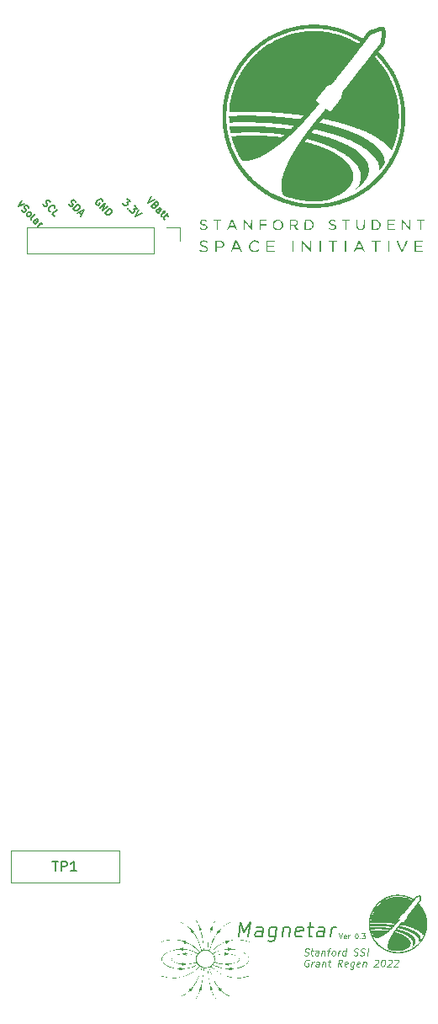
<source format=gto>
G04 #@! TF.GenerationSoftware,KiCad,Pcbnew,(6.0.5)*
G04 #@! TF.CreationDate,2023-05-08T02:16:42-07:00*
G04 #@! TF.ProjectId,Coil_Panels_XY,436f696c-5f50-4616-9e65-6c735f58592e,rev?*
G04 #@! TF.SameCoordinates,Original*
G04 #@! TF.FileFunction,Legend,Top*
G04 #@! TF.FilePolarity,Positive*
%FSLAX46Y46*%
G04 Gerber Fmt 4.6, Leading zero omitted, Abs format (unit mm)*
G04 Created by KiCad (PCBNEW (6.0.5)) date 2023-05-08 02:16:42*
%MOMM*%
%LPD*%
G01*
G04 APERTURE LIST*
%ADD10C,0.100000*%
%ADD11C,0.200000*%
%ADD12C,0.150000*%
%ADD13C,0.120000*%
%ADD14R,1.700000X1.700000*%
%ADD15O,1.700000X1.700000*%
%ADD16C,3.800000*%
%ADD17C,2.600000*%
G04 APERTURE END LIST*
D10*
X168938571Y-130663690D02*
X169105238Y-131163690D01*
X169271904Y-130663690D01*
X169629047Y-131139880D02*
X169581428Y-131163690D01*
X169486190Y-131163690D01*
X169438571Y-131139880D01*
X169414761Y-131092261D01*
X169414761Y-130901785D01*
X169438571Y-130854166D01*
X169486190Y-130830357D01*
X169581428Y-130830357D01*
X169629047Y-130854166D01*
X169652857Y-130901785D01*
X169652857Y-130949404D01*
X169414761Y-130997023D01*
X169867142Y-131163690D02*
X169867142Y-130830357D01*
X169867142Y-130925595D02*
X169890952Y-130877976D01*
X169914761Y-130854166D01*
X169962380Y-130830357D01*
X170010000Y-130830357D01*
X170652857Y-130663690D02*
X170700476Y-130663690D01*
X170748095Y-130687500D01*
X170771904Y-130711309D01*
X170795714Y-130758928D01*
X170819523Y-130854166D01*
X170819523Y-130973214D01*
X170795714Y-131068452D01*
X170771904Y-131116071D01*
X170748095Y-131139880D01*
X170700476Y-131163690D01*
X170652857Y-131163690D01*
X170605238Y-131139880D01*
X170581428Y-131116071D01*
X170557619Y-131068452D01*
X170533809Y-130973214D01*
X170533809Y-130854166D01*
X170557619Y-130758928D01*
X170581428Y-130711309D01*
X170605238Y-130687500D01*
X170652857Y-130663690D01*
X171033809Y-131116071D02*
X171057619Y-131139880D01*
X171033809Y-131163690D01*
X171010000Y-131139880D01*
X171033809Y-131116071D01*
X171033809Y-131163690D01*
X171224285Y-130663690D02*
X171533809Y-130663690D01*
X171367142Y-130854166D01*
X171438571Y-130854166D01*
X171486190Y-130877976D01*
X171510000Y-130901785D01*
X171533809Y-130949404D01*
X171533809Y-131068452D01*
X171510000Y-131116071D01*
X171486190Y-131139880D01*
X171438571Y-131163690D01*
X171295714Y-131163690D01*
X171248095Y-131139880D01*
X171224285Y-131116071D01*
D11*
X158797991Y-130998571D02*
X158985491Y-129498571D01*
X159351562Y-130570000D01*
X159985491Y-129498571D01*
X159797991Y-130998571D01*
X161155133Y-130998571D02*
X161253348Y-130212857D01*
X161199776Y-130070000D01*
X161065848Y-129998571D01*
X160780133Y-129998571D01*
X160628348Y-130070000D01*
X161164062Y-130927142D02*
X161012276Y-130998571D01*
X160655133Y-130998571D01*
X160521205Y-130927142D01*
X160467633Y-130784285D01*
X160485491Y-130641428D01*
X160574776Y-130498571D01*
X160726562Y-130427142D01*
X161083705Y-130427142D01*
X161235491Y-130355714D01*
X162637276Y-129998571D02*
X162485491Y-131212857D01*
X162396205Y-131355714D01*
X162315848Y-131427142D01*
X162164062Y-131498571D01*
X161949776Y-131498571D01*
X161815848Y-131427142D01*
X162521205Y-130927142D02*
X162369419Y-130998571D01*
X162083705Y-130998571D01*
X161949776Y-130927142D01*
X161887276Y-130855714D01*
X161833705Y-130712857D01*
X161887276Y-130284285D01*
X161976562Y-130141428D01*
X162056919Y-130070000D01*
X162208705Y-129998571D01*
X162494419Y-129998571D01*
X162628348Y-130070000D01*
X163351562Y-129998571D02*
X163226562Y-130998571D01*
X163333705Y-130141428D02*
X163414062Y-130070000D01*
X163565848Y-129998571D01*
X163780133Y-129998571D01*
X163914062Y-130070000D01*
X163967633Y-130212857D01*
X163869419Y-130998571D01*
X165164062Y-130927142D02*
X165012276Y-130998571D01*
X164726562Y-130998571D01*
X164592633Y-130927142D01*
X164539062Y-130784285D01*
X164610491Y-130212857D01*
X164699776Y-130070000D01*
X164851562Y-129998571D01*
X165137276Y-129998571D01*
X165271205Y-130070000D01*
X165324776Y-130212857D01*
X165306919Y-130355714D01*
X164574776Y-130498571D01*
X165780133Y-129998571D02*
X166351562Y-129998571D01*
X166056919Y-129498571D02*
X165896205Y-130784285D01*
X165949776Y-130927142D01*
X166083705Y-130998571D01*
X166226562Y-130998571D01*
X167369419Y-130998571D02*
X167467633Y-130212857D01*
X167414062Y-130070000D01*
X167280133Y-129998571D01*
X166994419Y-129998571D01*
X166842633Y-130070000D01*
X167378348Y-130927142D02*
X167226562Y-130998571D01*
X166869419Y-130998571D01*
X166735491Y-130927142D01*
X166681919Y-130784285D01*
X166699776Y-130641428D01*
X166789062Y-130498571D01*
X166940848Y-130427142D01*
X167297991Y-130427142D01*
X167449776Y-130355714D01*
X168083705Y-130998571D02*
X168208705Y-129998571D01*
X168172991Y-130284285D02*
X168262276Y-130141428D01*
X168342633Y-130070000D01*
X168494419Y-129998571D01*
X168637276Y-129998571D01*
D10*
X165416666Y-132839833D02*
X165512500Y-132873166D01*
X165679166Y-132873166D01*
X165750000Y-132839833D01*
X165787500Y-132806500D01*
X165829166Y-132739833D01*
X165837500Y-132673166D01*
X165812500Y-132606500D01*
X165783333Y-132573166D01*
X165720833Y-132539833D01*
X165591666Y-132506500D01*
X165529166Y-132473166D01*
X165500000Y-132439833D01*
X165475000Y-132373166D01*
X165483333Y-132306500D01*
X165525000Y-132239833D01*
X165562500Y-132206500D01*
X165633333Y-132173166D01*
X165800000Y-132173166D01*
X165895833Y-132206500D01*
X166070833Y-132406500D02*
X166337500Y-132406500D01*
X166200000Y-132173166D02*
X166125000Y-132773166D01*
X166150000Y-132839833D01*
X166212500Y-132873166D01*
X166279166Y-132873166D01*
X166812500Y-132873166D02*
X166858333Y-132506500D01*
X166833333Y-132439833D01*
X166770833Y-132406500D01*
X166637500Y-132406500D01*
X166566666Y-132439833D01*
X166816666Y-132839833D02*
X166745833Y-132873166D01*
X166579166Y-132873166D01*
X166516666Y-132839833D01*
X166491666Y-132773166D01*
X166500000Y-132706500D01*
X166541666Y-132639833D01*
X166612500Y-132606500D01*
X166779166Y-132606500D01*
X166850000Y-132573166D01*
X167204166Y-132406500D02*
X167145833Y-132873166D01*
X167195833Y-132473166D02*
X167233333Y-132439833D01*
X167304166Y-132406500D01*
X167404166Y-132406500D01*
X167466666Y-132439833D01*
X167491666Y-132506500D01*
X167445833Y-132873166D01*
X167737500Y-132406500D02*
X168004166Y-132406500D01*
X167779166Y-132873166D02*
X167854166Y-132273166D01*
X167895833Y-132206500D01*
X167966666Y-132173166D01*
X168033333Y-132173166D01*
X168279166Y-132873166D02*
X168216666Y-132839833D01*
X168187500Y-132806500D01*
X168162500Y-132739833D01*
X168187500Y-132539833D01*
X168229166Y-132473166D01*
X168266666Y-132439833D01*
X168337500Y-132406500D01*
X168437500Y-132406500D01*
X168500000Y-132439833D01*
X168529166Y-132473166D01*
X168554166Y-132539833D01*
X168529166Y-132739833D01*
X168487500Y-132806500D01*
X168450000Y-132839833D01*
X168379166Y-132873166D01*
X168279166Y-132873166D01*
X168812500Y-132873166D02*
X168870833Y-132406500D01*
X168854166Y-132539833D02*
X168895833Y-132473166D01*
X168933333Y-132439833D01*
X169004166Y-132406500D01*
X169070833Y-132406500D01*
X169545833Y-132873166D02*
X169633333Y-132173166D01*
X169550000Y-132839833D02*
X169479166Y-132873166D01*
X169345833Y-132873166D01*
X169283333Y-132839833D01*
X169254166Y-132806500D01*
X169229166Y-132739833D01*
X169254166Y-132539833D01*
X169295833Y-132473166D01*
X169333333Y-132439833D01*
X169404166Y-132406500D01*
X169537500Y-132406500D01*
X169600000Y-132439833D01*
X170383333Y-132839833D02*
X170479166Y-132873166D01*
X170645833Y-132873166D01*
X170716666Y-132839833D01*
X170754166Y-132806500D01*
X170795833Y-132739833D01*
X170804166Y-132673166D01*
X170779166Y-132606500D01*
X170750000Y-132573166D01*
X170687500Y-132539833D01*
X170558333Y-132506500D01*
X170495833Y-132473166D01*
X170466666Y-132439833D01*
X170441666Y-132373166D01*
X170450000Y-132306500D01*
X170491666Y-132239833D01*
X170529166Y-132206500D01*
X170600000Y-132173166D01*
X170766666Y-132173166D01*
X170862500Y-132206500D01*
X171050000Y-132839833D02*
X171145833Y-132873166D01*
X171312500Y-132873166D01*
X171383333Y-132839833D01*
X171420833Y-132806500D01*
X171462500Y-132739833D01*
X171470833Y-132673166D01*
X171445833Y-132606500D01*
X171416666Y-132573166D01*
X171354166Y-132539833D01*
X171225000Y-132506500D01*
X171162500Y-132473166D01*
X171133333Y-132439833D01*
X171108333Y-132373166D01*
X171116666Y-132306500D01*
X171158333Y-132239833D01*
X171195833Y-132206500D01*
X171266666Y-132173166D01*
X171433333Y-132173166D01*
X171529166Y-132206500D01*
X171745833Y-132873166D02*
X171833333Y-132173166D01*
X165895833Y-133333500D02*
X165833333Y-133300166D01*
X165733333Y-133300166D01*
X165629166Y-133333500D01*
X165554166Y-133400166D01*
X165512500Y-133466833D01*
X165462500Y-133600166D01*
X165450000Y-133700166D01*
X165466666Y-133833500D01*
X165491666Y-133900166D01*
X165550000Y-133966833D01*
X165645833Y-134000166D01*
X165712500Y-134000166D01*
X165816666Y-133966833D01*
X165854166Y-133933500D01*
X165883333Y-133700166D01*
X165750000Y-133700166D01*
X166145833Y-134000166D02*
X166204166Y-133533500D01*
X166187500Y-133666833D02*
X166229166Y-133600166D01*
X166266666Y-133566833D01*
X166337500Y-133533500D01*
X166404166Y-133533500D01*
X166879166Y-134000166D02*
X166925000Y-133633500D01*
X166900000Y-133566833D01*
X166837500Y-133533500D01*
X166704166Y-133533500D01*
X166633333Y-133566833D01*
X166883333Y-133966833D02*
X166812500Y-134000166D01*
X166645833Y-134000166D01*
X166583333Y-133966833D01*
X166558333Y-133900166D01*
X166566666Y-133833500D01*
X166608333Y-133766833D01*
X166679166Y-133733500D01*
X166845833Y-133733500D01*
X166916666Y-133700166D01*
X167270833Y-133533500D02*
X167212500Y-134000166D01*
X167262500Y-133600166D02*
X167300000Y-133566833D01*
X167370833Y-133533500D01*
X167470833Y-133533500D01*
X167533333Y-133566833D01*
X167558333Y-133633500D01*
X167512500Y-134000166D01*
X167804166Y-133533500D02*
X168070833Y-133533500D01*
X167933333Y-133300166D02*
X167858333Y-133900166D01*
X167883333Y-133966833D01*
X167945833Y-134000166D01*
X168012500Y-134000166D01*
X169179166Y-134000166D02*
X168987500Y-133666833D01*
X168779166Y-134000166D02*
X168866666Y-133300166D01*
X169133333Y-133300166D01*
X169195833Y-133333500D01*
X169225000Y-133366833D01*
X169250000Y-133433500D01*
X169237500Y-133533500D01*
X169195833Y-133600166D01*
X169158333Y-133633500D01*
X169087500Y-133666833D01*
X168820833Y-133666833D01*
X169750000Y-133966833D02*
X169679166Y-134000166D01*
X169545833Y-134000166D01*
X169483333Y-133966833D01*
X169458333Y-133900166D01*
X169491666Y-133633500D01*
X169533333Y-133566833D01*
X169604166Y-133533500D01*
X169737500Y-133533500D01*
X169800000Y-133566833D01*
X169825000Y-133633500D01*
X169816666Y-133700166D01*
X169475000Y-133766833D01*
X170437500Y-133533500D02*
X170366666Y-134100166D01*
X170325000Y-134166833D01*
X170287500Y-134200166D01*
X170216666Y-134233500D01*
X170116666Y-134233500D01*
X170054166Y-134200166D01*
X170383333Y-133966833D02*
X170312500Y-134000166D01*
X170179166Y-134000166D01*
X170116666Y-133966833D01*
X170087500Y-133933500D01*
X170062500Y-133866833D01*
X170087500Y-133666833D01*
X170129166Y-133600166D01*
X170166666Y-133566833D01*
X170237500Y-133533500D01*
X170370833Y-133533500D01*
X170433333Y-133566833D01*
X170983333Y-133966833D02*
X170912500Y-134000166D01*
X170779166Y-134000166D01*
X170716666Y-133966833D01*
X170691666Y-133900166D01*
X170725000Y-133633500D01*
X170766666Y-133566833D01*
X170837500Y-133533500D01*
X170970833Y-133533500D01*
X171033333Y-133566833D01*
X171058333Y-133633500D01*
X171050000Y-133700166D01*
X170708333Y-133766833D01*
X171370833Y-133533500D02*
X171312500Y-134000166D01*
X171362500Y-133600166D02*
X171400000Y-133566833D01*
X171470833Y-133533500D01*
X171570833Y-133533500D01*
X171633333Y-133566833D01*
X171658333Y-133633500D01*
X171612500Y-134000166D01*
X172525000Y-133366833D02*
X172562500Y-133333500D01*
X172633333Y-133300166D01*
X172800000Y-133300166D01*
X172862500Y-133333500D01*
X172891666Y-133366833D01*
X172916666Y-133433500D01*
X172908333Y-133500166D01*
X172862500Y-133600166D01*
X172412500Y-134000166D01*
X172845833Y-134000166D01*
X173366666Y-133300166D02*
X173433333Y-133300166D01*
X173495833Y-133333500D01*
X173525000Y-133366833D01*
X173550000Y-133433500D01*
X173566666Y-133566833D01*
X173545833Y-133733500D01*
X173495833Y-133866833D01*
X173454166Y-133933500D01*
X173416666Y-133966833D01*
X173345833Y-134000166D01*
X173279166Y-134000166D01*
X173216666Y-133966833D01*
X173187500Y-133933500D01*
X173162500Y-133866833D01*
X173145833Y-133733500D01*
X173166666Y-133566833D01*
X173216666Y-133433500D01*
X173258333Y-133366833D01*
X173295833Y-133333500D01*
X173366666Y-133300166D01*
X173858333Y-133366833D02*
X173895833Y-133333500D01*
X173966666Y-133300166D01*
X174133333Y-133300166D01*
X174195833Y-133333500D01*
X174225000Y-133366833D01*
X174250000Y-133433500D01*
X174241666Y-133500166D01*
X174195833Y-133600166D01*
X173745833Y-134000166D01*
X174179166Y-134000166D01*
X174525000Y-133366833D02*
X174562500Y-133333500D01*
X174633333Y-133300166D01*
X174800000Y-133300166D01*
X174862500Y-133333500D01*
X174891666Y-133366833D01*
X174916666Y-133433500D01*
X174908333Y-133500166D01*
X174862500Y-133600166D01*
X174412500Y-134000166D01*
X174845833Y-134000166D01*
D12*
X145100363Y-57025389D02*
X145076793Y-56954678D01*
X145006082Y-56883967D01*
X144911801Y-56836827D01*
X144817521Y-56836827D01*
X144746810Y-56860397D01*
X144628959Y-56931108D01*
X144558248Y-57001818D01*
X144487537Y-57119669D01*
X144463967Y-57190380D01*
X144463967Y-57284661D01*
X144511108Y-57378942D01*
X144558248Y-57426082D01*
X144652529Y-57473223D01*
X144699669Y-57473223D01*
X144864661Y-57308231D01*
X144770380Y-57213950D01*
X144864661Y-57732495D02*
X145359636Y-57237521D01*
X145147504Y-58015338D01*
X145642478Y-57520363D01*
X145383206Y-58251040D02*
X145878181Y-57756066D01*
X145996032Y-57873917D01*
X146043172Y-57968198D01*
X146043172Y-58062478D01*
X146019602Y-58133189D01*
X145948891Y-58251040D01*
X145878181Y-58321751D01*
X145760330Y-58392462D01*
X145689619Y-58416032D01*
X145595338Y-58416032D01*
X145501057Y-58368891D01*
X145383206Y-58251040D01*
X136939686Y-56937571D02*
X136609703Y-57597537D01*
X137269669Y-57267554D01*
X136939686Y-57880380D02*
X136986827Y-57974661D01*
X137104678Y-58092512D01*
X137175389Y-58116082D01*
X137222529Y-58116082D01*
X137293240Y-58092512D01*
X137340380Y-58045372D01*
X137363950Y-57974661D01*
X137363950Y-57927521D01*
X137340380Y-57856810D01*
X137269669Y-57738959D01*
X137246099Y-57668248D01*
X137246099Y-57621108D01*
X137269669Y-57550397D01*
X137316810Y-57503256D01*
X137387521Y-57479686D01*
X137434661Y-57479686D01*
X137505372Y-57503256D01*
X137623223Y-57621108D01*
X137670363Y-57715389D01*
X137481801Y-58469636D02*
X137458231Y-58398925D01*
X137458231Y-58351785D01*
X137481801Y-58281074D01*
X137623223Y-58139653D01*
X137693933Y-58116082D01*
X137741074Y-58116082D01*
X137811785Y-58139653D01*
X137882495Y-58210363D01*
X137906066Y-58281074D01*
X137906066Y-58328214D01*
X137882495Y-58398925D01*
X137741074Y-58540346D01*
X137670363Y-58563917D01*
X137623223Y-58563917D01*
X137552512Y-58540346D01*
X137481801Y-58469636D01*
X137929636Y-58917470D02*
X137906066Y-58846759D01*
X137929636Y-58776049D01*
X138353900Y-58351785D01*
X138330330Y-59318164D02*
X138589602Y-59058891D01*
X138613172Y-58988181D01*
X138589602Y-58917470D01*
X138495321Y-58823189D01*
X138424610Y-58799619D01*
X138353900Y-59294594D02*
X138283189Y-59271023D01*
X138165338Y-59153172D01*
X138141768Y-59082462D01*
X138165338Y-59011751D01*
X138212478Y-58964610D01*
X138283189Y-58941040D01*
X138353900Y-58964610D01*
X138471751Y-59082462D01*
X138542462Y-59106032D01*
X138566032Y-59553866D02*
X138896015Y-59223883D01*
X138801734Y-59318164D02*
X138872445Y-59294594D01*
X138919585Y-59294594D01*
X138990296Y-59318164D01*
X139037436Y-59365304D01*
X147600380Y-56768265D02*
X147906793Y-57074678D01*
X147553240Y-57098248D01*
X147623950Y-57168959D01*
X147647521Y-57239669D01*
X147647521Y-57286810D01*
X147623950Y-57357521D01*
X147506099Y-57475372D01*
X147435389Y-57498942D01*
X147388248Y-57498942D01*
X147317537Y-57475372D01*
X147176116Y-57333950D01*
X147152546Y-57263240D01*
X147152546Y-57216099D01*
X147671091Y-57734644D02*
X147671091Y-57781785D01*
X147623950Y-57781785D01*
X147623950Y-57734644D01*
X147671091Y-57734644D01*
X147623950Y-57781785D01*
X148307487Y-57475372D02*
X148613900Y-57781785D01*
X148260346Y-57805355D01*
X148331057Y-57876066D01*
X148354627Y-57946776D01*
X148354627Y-57993917D01*
X148331057Y-58064627D01*
X148213206Y-58182478D01*
X148142495Y-58206049D01*
X148095355Y-58206049D01*
X148024644Y-58182478D01*
X147883223Y-58041057D01*
X147859653Y-57970346D01*
X147859653Y-57923206D01*
X148755321Y-57923206D02*
X148425338Y-58583172D01*
X149085304Y-58253189D01*
X139100397Y-57341091D02*
X139147537Y-57435372D01*
X139265389Y-57553223D01*
X139336099Y-57576793D01*
X139383240Y-57576793D01*
X139453950Y-57553223D01*
X139501091Y-57506082D01*
X139524661Y-57435372D01*
X139524661Y-57388231D01*
X139501091Y-57317521D01*
X139430380Y-57199669D01*
X139406810Y-57128959D01*
X139406810Y-57081818D01*
X139430380Y-57011108D01*
X139477521Y-56963967D01*
X139548231Y-56940397D01*
X139595372Y-56940397D01*
X139666082Y-56963967D01*
X139783933Y-57081818D01*
X139831074Y-57176099D01*
X139901785Y-58095338D02*
X139854644Y-58095338D01*
X139760363Y-58048198D01*
X139713223Y-58001057D01*
X139666082Y-57906776D01*
X139666082Y-57812495D01*
X139689653Y-57741785D01*
X139760363Y-57623933D01*
X139831074Y-57553223D01*
X139948925Y-57482512D01*
X140019636Y-57458942D01*
X140113917Y-57458942D01*
X140208198Y-57506082D01*
X140255338Y-57553223D01*
X140302478Y-57647504D01*
X140302478Y-57694644D01*
X140302478Y-58590313D02*
X140066776Y-58354610D01*
X140561751Y-57859636D01*
X141688612Y-57309306D02*
X141735752Y-57403587D01*
X141853603Y-57521438D01*
X141924314Y-57545008D01*
X141971455Y-57545008D01*
X142042165Y-57521438D01*
X142089306Y-57474297D01*
X142112876Y-57403587D01*
X142112876Y-57356446D01*
X142089306Y-57285735D01*
X142018595Y-57167884D01*
X141995025Y-57097174D01*
X141995025Y-57050033D01*
X142018595Y-56979322D01*
X142065735Y-56932182D01*
X142136446Y-56908612D01*
X142183587Y-56908612D01*
X142254297Y-56932182D01*
X142372148Y-57050033D01*
X142419289Y-57144314D01*
X142160016Y-57827851D02*
X142654991Y-57332876D01*
X142772842Y-57450727D01*
X142819983Y-57545008D01*
X142819983Y-57639289D01*
X142796412Y-57709999D01*
X142725702Y-57827851D01*
X142654991Y-57898561D01*
X142537140Y-57969272D01*
X142466429Y-57992842D01*
X142372148Y-57992842D01*
X142277867Y-57945702D01*
X142160016Y-57827851D01*
X142772842Y-58157834D02*
X143008544Y-58393536D01*
X142584280Y-58252115D02*
X143244247Y-57922132D01*
X142914264Y-58582098D01*
X150021818Y-56549703D02*
X149691835Y-57209669D01*
X150351801Y-56879686D01*
X150446082Y-57445372D02*
X150493223Y-57539653D01*
X150493223Y-57586793D01*
X150469653Y-57657504D01*
X150398942Y-57728214D01*
X150328231Y-57751785D01*
X150281091Y-57751785D01*
X150210380Y-57728214D01*
X150021818Y-57539653D01*
X150516793Y-57044678D01*
X150681785Y-57209669D01*
X150705355Y-57280380D01*
X150705355Y-57327521D01*
X150681785Y-57398231D01*
X150634644Y-57445372D01*
X150563933Y-57468942D01*
X150516793Y-57468942D01*
X150446082Y-57445372D01*
X150281091Y-57280380D01*
X150728925Y-58246759D02*
X150988198Y-57987487D01*
X151011768Y-57916776D01*
X150988198Y-57846066D01*
X150893917Y-57751785D01*
X150823206Y-57728214D01*
X150752495Y-58223189D02*
X150681785Y-58199619D01*
X150563933Y-58081768D01*
X150540363Y-58011057D01*
X150563933Y-57940346D01*
X150611074Y-57893206D01*
X150681785Y-57869636D01*
X150752495Y-57893206D01*
X150870346Y-58011057D01*
X150941057Y-58034627D01*
X151223900Y-58081768D02*
X151412462Y-58270330D01*
X151459602Y-57987487D02*
X151035338Y-58411751D01*
X151011768Y-58482462D01*
X151035338Y-58553172D01*
X151082478Y-58600313D01*
X151506743Y-58364610D02*
X151695304Y-58553172D01*
X151742445Y-58270330D02*
X151318181Y-58694594D01*
X151294610Y-58765304D01*
X151318181Y-58836015D01*
X151365321Y-58883155D01*
X140050095Y-123396380D02*
X140621523Y-123396380D01*
X140335809Y-124396380D02*
X140335809Y-123396380D01*
X140954857Y-124396380D02*
X140954857Y-123396380D01*
X141335809Y-123396380D01*
X141431047Y-123444000D01*
X141478666Y-123491619D01*
X141526285Y-123586857D01*
X141526285Y-123729714D01*
X141478666Y-123824952D01*
X141431047Y-123872571D01*
X141335809Y-123920190D01*
X140954857Y-123920190D01*
X142478666Y-124396380D02*
X141907238Y-124396380D01*
X142192952Y-124396380D02*
X142192952Y-123396380D01*
X142097714Y-123539238D01*
X142002476Y-123634476D01*
X141907238Y-123682095D01*
G36*
X151112438Y-133026221D02*
G01*
X151186627Y-132894712D01*
X151295272Y-132769768D01*
X151436753Y-132653297D01*
X151609450Y-132547205D01*
X151811743Y-132453398D01*
X152042010Y-132373782D01*
X152298634Y-132310263D01*
X152544349Y-132269279D01*
X152797063Y-132223886D01*
X153006779Y-132160996D01*
X153092217Y-132130515D01*
X153161152Y-132109062D01*
X153203771Y-132099535D01*
X153212335Y-132100312D01*
X153221453Y-132129444D01*
X153224445Y-132170625D01*
X153225891Y-132195899D01*
X153235287Y-132213506D01*
X153260219Y-132226025D01*
X153308273Y-132236039D01*
X153387037Y-132246128D01*
X153474445Y-132255686D01*
X153819239Y-132310970D01*
X154138319Y-132399655D01*
X154429440Y-132521056D01*
X154540270Y-132580170D01*
X154711652Y-132678016D01*
X154799841Y-132594049D01*
X154888031Y-132510083D01*
X154717349Y-132344454D01*
X154464971Y-132123163D01*
X154185240Y-131920080D01*
X153986993Y-131798230D01*
X153888541Y-131744442D01*
X153784463Y-131691410D01*
X153683888Y-131643360D01*
X153595943Y-131604518D01*
X153529757Y-131579109D01*
X153496653Y-131571218D01*
X153477522Y-131589817D01*
X153454555Y-131635300D01*
X153451804Y-131642358D01*
X153424975Y-131713499D01*
X153352488Y-131648238D01*
X153288534Y-131590247D01*
X153218375Y-131526054D01*
X153200210Y-131509322D01*
X153153857Y-131471987D01*
X153100891Y-131443449D01*
X153029740Y-131419017D01*
X152928834Y-131393998D01*
X152900210Y-131387670D01*
X152813337Y-131370276D01*
X152729254Y-131357479D01*
X152638611Y-131348600D01*
X152532057Y-131342963D01*
X152400242Y-131339888D01*
X152233816Y-131338699D01*
X152224445Y-131338677D01*
X152008021Y-131340825D01*
X151824571Y-131349393D01*
X151662882Y-131366009D01*
X151511740Y-131392303D01*
X151359935Y-131429903D01*
X151196251Y-131480440D01*
X151156236Y-131493897D01*
X151070238Y-131523109D01*
X151018003Y-131539944D01*
X150991140Y-131546120D01*
X150981257Y-131543355D01*
X150979964Y-131533370D01*
X150980000Y-131530000D01*
X151000334Y-131514029D01*
X151056202Y-131490174D01*
X151139904Y-131460858D01*
X151243737Y-131428501D01*
X151360001Y-131395526D01*
X151480995Y-131364356D01*
X151578141Y-131341884D01*
X151732639Y-131316941D01*
X151918474Y-131300728D01*
X152123412Y-131293216D01*
X152335217Y-131294373D01*
X152541653Y-131304168D01*
X152730485Y-131322571D01*
X152868889Y-131345138D01*
X153066640Y-131376848D01*
X153263054Y-131392244D01*
X153318889Y-131393217D01*
X153425903Y-131394810D01*
X153493992Y-131401152D01*
X153528616Y-131414710D01*
X153535234Y-131437948D01*
X153519308Y-131473332D01*
X153514297Y-131481452D01*
X153513192Y-131498683D01*
X153533402Y-131520623D01*
X153579942Y-131550549D01*
X153657829Y-131591734D01*
X153758690Y-131641048D01*
X154093610Y-131819744D01*
X154399197Y-132022378D01*
X154687499Y-132257330D01*
X154815155Y-132376176D01*
X154928089Y-132485347D01*
X154998776Y-132445314D01*
X155045449Y-132413327D01*
X155060248Y-132379940D01*
X155055109Y-132338556D01*
X155036633Y-132268406D01*
X155005662Y-132167401D01*
X154965840Y-132046136D01*
X154920814Y-131915202D01*
X154874229Y-131785192D01*
X154829731Y-131666698D01*
X154790965Y-131570312D01*
X154789556Y-131566998D01*
X154734625Y-131444690D01*
X154670241Y-131311975D01*
X154599731Y-131174659D01*
X154526422Y-131038548D01*
X154453642Y-130909451D01*
X154384718Y-130793173D01*
X154322976Y-130695522D01*
X154271745Y-130622305D01*
X154234352Y-130579329D01*
X154218499Y-130570342D01*
X154184939Y-130584023D01*
X154153447Y-130607628D01*
X154126752Y-130627320D01*
X154104963Y-130627734D01*
X154084317Y-130603495D01*
X154061049Y-130549224D01*
X154031394Y-130459547D01*
X154016944Y-130412702D01*
X153984947Y-130314895D01*
X153954765Y-130245733D01*
X153917875Y-130190594D01*
X153865756Y-130134861D01*
X153841518Y-130111736D01*
X153634659Y-129933822D01*
X153427151Y-129786916D01*
X153225129Y-129675065D01*
X153102222Y-129623987D01*
X153024626Y-129593587D01*
X152975564Y-129568734D01*
X152959774Y-129552341D01*
X152977321Y-129547225D01*
X153029777Y-129558114D01*
X153110127Y-129587696D01*
X153208417Y-129631349D01*
X153314693Y-129684447D01*
X153419001Y-129742367D01*
X153485562Y-129783333D01*
X153583724Y-129852494D01*
X153695270Y-129939703D01*
X153802726Y-130030991D01*
X153852229Y-130076426D01*
X153946652Y-130160814D01*
X154050818Y-130245352D01*
X154149019Y-130317626D01*
X154197622Y-130349381D01*
X154275431Y-130397421D01*
X154320474Y-130428874D01*
X154338126Y-130449987D01*
X154333764Y-130467006D01*
X154314288Y-130484941D01*
X154280391Y-130516670D01*
X154268889Y-130534219D01*
X154280275Y-130556943D01*
X154310933Y-130608169D01*
X154355618Y-130679295D01*
X154388854Y-130730829D01*
X154581239Y-131054682D01*
X154757834Y-131408332D01*
X154912354Y-131778125D01*
X155031560Y-132127260D01*
X155061113Y-132222283D01*
X155086746Y-132300146D01*
X155105401Y-132351837D01*
X155113396Y-132368409D01*
X155140325Y-132369603D01*
X155193116Y-132362979D01*
X155207778Y-132360373D01*
X155263762Y-132344806D01*
X155287377Y-132320015D01*
X155291111Y-132290965D01*
X155288201Y-132230058D01*
X155280148Y-132133998D01*
X155267970Y-132011686D01*
X155252686Y-131872021D01*
X155235313Y-131723905D01*
X155216871Y-131576237D01*
X155198376Y-131437919D01*
X155180846Y-131317852D01*
X155177032Y-131293588D01*
X155159345Y-131192178D01*
X155136033Y-131071798D01*
X155108896Y-130940410D01*
X155079735Y-130805974D01*
X155050350Y-130676451D01*
X155022541Y-130559801D01*
X154998110Y-130463985D01*
X154978856Y-130396964D01*
X154967750Y-130368323D01*
X154941065Y-130361354D01*
X154901436Y-130370467D01*
X154846667Y-130391308D01*
X154846463Y-130186123D01*
X154845722Y-130099360D01*
X154841562Y-130033211D01*
X154830777Y-129975594D01*
X154810158Y-129914426D01*
X154776497Y-129837623D01*
X154726589Y-129733104D01*
X154725742Y-129731350D01*
X154671948Y-129623543D01*
X154617189Y-129519908D01*
X154568246Y-129432947D01*
X154534915Y-129379480D01*
X154498454Y-129321791D01*
X154477805Y-129279748D01*
X154476221Y-129265572D01*
X154496620Y-129273287D01*
X154532624Y-129315509D01*
X154580651Y-129386620D01*
X154637117Y-129481005D01*
X154698438Y-129593047D01*
X154750302Y-129695118D01*
X154835184Y-129853096D01*
X154926564Y-129997395D01*
X155003811Y-130099749D01*
X155061713Y-130170825D01*
X155106651Y-130230226D01*
X155132135Y-130269167D01*
X155135556Y-130278153D01*
X155116372Y-130297520D01*
X155070012Y-130314307D01*
X155068013Y-130314756D01*
X155020250Y-130332893D01*
X155010225Y-130361046D01*
X155011592Y-130366567D01*
X155079330Y-130617157D01*
X155142812Y-130901561D01*
X155200187Y-131209175D01*
X155249601Y-131529394D01*
X155289202Y-131851613D01*
X155310500Y-132077671D01*
X155319016Y-132173386D01*
X155327327Y-132251072D01*
X155334311Y-132301023D01*
X155337862Y-132314344D01*
X155362702Y-132319283D01*
X155420426Y-132324863D01*
X155499510Y-132330014D01*
X155515957Y-132330854D01*
X155685247Y-132339124D01*
X155700141Y-132108557D01*
X155730474Y-131771784D01*
X155778131Y-131414273D01*
X155840133Y-131054854D01*
X155913499Y-130712360D01*
X155934690Y-130625947D01*
X155960486Y-130522725D01*
X155981732Y-130435627D01*
X155996320Y-130373455D01*
X156002138Y-130345010D01*
X156002163Y-130344541D01*
X155983567Y-130328154D01*
X155938212Y-130307741D01*
X155933147Y-130305934D01*
X155864071Y-130281833D01*
X155927591Y-130205651D01*
X155980416Y-130142059D01*
X156042250Y-130067299D01*
X156070559Y-130032961D01*
X156122864Y-129958529D01*
X156176270Y-129865452D01*
X156209808Y-129795147D01*
X156256684Y-129692519D01*
X156310687Y-129587186D01*
X156367588Y-129485930D01*
X156423157Y-129395534D01*
X156473167Y-129322777D01*
X156513388Y-129274443D01*
X156539592Y-129257311D01*
X156544014Y-129259196D01*
X156538639Y-129282126D01*
X156512327Y-129329499D01*
X156477434Y-129381525D01*
X156434203Y-129448820D01*
X156380594Y-129542381D01*
X156324556Y-129647949D01*
X156289285Y-129718977D01*
X156242050Y-129818522D01*
X156210867Y-129891756D01*
X156192402Y-129952395D01*
X156183324Y-130014155D01*
X156180300Y-130090756D01*
X156180000Y-130168820D01*
X156180000Y-130391308D01*
X156120733Y-130368755D01*
X156090677Y-130358899D01*
X156067465Y-130359368D01*
X156048146Y-130375872D01*
X156029771Y-130414122D01*
X156009390Y-130479832D01*
X155984053Y-130578711D01*
X155959190Y-130681551D01*
X155874680Y-131079524D01*
X155804587Y-131505457D01*
X155751150Y-131944528D01*
X155727729Y-132211974D01*
X155723179Y-132288807D01*
X155726182Y-132333163D01*
X155740110Y-132356850D01*
X155768337Y-132371678D01*
X155773960Y-132373848D01*
X155818119Y-132387046D01*
X155838714Y-132387292D01*
X155848070Y-132363909D01*
X155866932Y-132307175D01*
X155892274Y-132226421D01*
X155912820Y-132158693D01*
X156004304Y-131883586D01*
X156115312Y-131600062D01*
X156240388Y-131320024D01*
X156374073Y-131055376D01*
X156510910Y-130818020D01*
X156568539Y-130728539D01*
X156620500Y-130649373D01*
X156661536Y-130584059D01*
X156686289Y-130541285D01*
X156691111Y-130529786D01*
X156674429Y-130507646D01*
X156643256Y-130484406D01*
X156623034Y-130469178D01*
X156619834Y-130453537D01*
X156638745Y-130431840D01*
X156684856Y-130398447D01*
X156763256Y-130347717D01*
X156771034Y-130342767D01*
X156866492Y-130276215D01*
X156975243Y-130191422D01*
X157079851Y-130102284D01*
X157124445Y-130061106D01*
X157290764Y-129914787D01*
X157462742Y-129786676D01*
X157632779Y-129681479D01*
X157793274Y-129603902D01*
X157935556Y-129558875D01*
X157983278Y-129552810D01*
X157994136Y-129560313D01*
X157972111Y-129577413D01*
X157921182Y-129600138D01*
X157880000Y-129614320D01*
X157735677Y-129672631D01*
X157576038Y-129758835D01*
X157412533Y-129865313D01*
X157256612Y-129984446D01*
X157119724Y-130108613D01*
X157088314Y-130141156D01*
X157034807Y-130203149D01*
X156997045Y-130262388D01*
X156967411Y-130333941D01*
X156938290Y-130432873D01*
X156935451Y-130443570D01*
X156905383Y-130546196D01*
X156878698Y-130608334D01*
X156852448Y-130633526D01*
X156823688Y-130625314D01*
X156802222Y-130603705D01*
X156765949Y-130575520D01*
X156746903Y-130570342D01*
X156717807Y-130589365D01*
X156672698Y-130642579D01*
X156615068Y-130724205D01*
X156548407Y-130828462D01*
X156476207Y-130949572D01*
X156401957Y-131081754D01*
X156329149Y-131219228D01*
X156261274Y-131356214D01*
X156224825Y-131434756D01*
X156184297Y-131529309D01*
X156138255Y-131644300D01*
X156089433Y-131772025D01*
X156040564Y-131904782D01*
X155994382Y-132034869D01*
X155953621Y-132154583D01*
X155921012Y-132256221D01*
X155899291Y-132332080D01*
X155891190Y-132374459D01*
X155891186Y-132374921D01*
X155908298Y-132412163D01*
X155947920Y-132448541D01*
X156004728Y-132485796D01*
X156199592Y-132300967D01*
X156457074Y-132078869D01*
X156736292Y-131878251D01*
X157026299Y-131706271D01*
X157316149Y-131570085D01*
X157319613Y-131568685D01*
X157404768Y-131533090D01*
X157455630Y-131507150D01*
X157479666Y-131485293D01*
X157484344Y-131461947D01*
X157481702Y-131447758D01*
X157477784Y-131425030D01*
X157484734Y-131409961D01*
X157510098Y-131400423D01*
X157561421Y-131394288D01*
X157646249Y-131389429D01*
X157696751Y-131387120D01*
X157821298Y-131378057D01*
X157955856Y-131362752D01*
X158077340Y-131343987D01*
X158113334Y-131336939D01*
X158238865Y-131317522D01*
X158396724Y-131303924D01*
X158575173Y-131296176D01*
X158762472Y-131294313D01*
X158946884Y-131298366D01*
X159116669Y-131308368D01*
X159260089Y-131324353D01*
X159313334Y-131333594D01*
X159418878Y-131357067D01*
X159533665Y-131386228D01*
X159649109Y-131418453D01*
X159756623Y-131451122D01*
X159847620Y-131481613D01*
X159913516Y-131507304D01*
X159945724Y-131525573D01*
X159946850Y-131527031D01*
X159952955Y-131542536D01*
X159941206Y-131546633D01*
X159905022Y-131538060D01*
X159837817Y-131515553D01*
X159780884Y-131495204D01*
X159615330Y-131440145D01*
X159457183Y-131398676D01*
X159295949Y-131369250D01*
X159121136Y-131350319D01*
X158922250Y-131340334D01*
X158713334Y-131337718D01*
X158535399Y-131338754D01*
X158393846Y-131342157D01*
X158280653Y-131348424D01*
X158187796Y-131358049D01*
X158107254Y-131371527D01*
X158083367Y-131376602D01*
X157998463Y-131397272D01*
X157934795Y-131419716D01*
X157878511Y-131451502D01*
X157815762Y-131500195D01*
X157747522Y-131560058D01*
X157677686Y-131621701D01*
X157620731Y-131670258D01*
X157584318Y-131699294D01*
X157575450Y-131704668D01*
X157563117Y-131685583D01*
X157545101Y-131637828D01*
X157538694Y-131617414D01*
X157512575Y-131530160D01*
X157374065Y-131586017D01*
X157186949Y-131669791D01*
X156986121Y-131773904D01*
X156790163Y-131888130D01*
X156617698Y-132002217D01*
X156537623Y-132062143D01*
X156447437Y-132133849D01*
X156353474Y-132211777D01*
X156262071Y-132290368D01*
X156179564Y-132364065D01*
X156112288Y-132427311D01*
X156066580Y-132474546D01*
X156048774Y-132500214D01*
X156048760Y-132501301D01*
X156065320Y-132523118D01*
X156105951Y-132563741D01*
X156146736Y-132600915D01*
X156242619Y-132685341D01*
X156366102Y-132606281D01*
X156554391Y-132503910D01*
X156776745Y-132414048D01*
X157023834Y-132339605D01*
X157286325Y-132283488D01*
X157494861Y-132254406D01*
X157733435Y-132229028D01*
X157740051Y-132157763D01*
X157746667Y-132086499D01*
X157946667Y-132160412D01*
X158169306Y-132225887D01*
X158413334Y-132269344D01*
X158695761Y-132317839D01*
X158951373Y-132384396D01*
X159178884Y-132467004D01*
X159377008Y-132563654D01*
X159544461Y-132672333D01*
X159679957Y-132791032D01*
X159782211Y-132917739D01*
X159849937Y-133050444D01*
X159881850Y-133187135D01*
X159876665Y-133325801D01*
X159833096Y-133464433D01*
X159749858Y-133601019D01*
X159625666Y-133733548D01*
X159459235Y-133860009D01*
X159438571Y-133873287D01*
X159235403Y-133984129D01*
X159006565Y-134074882D01*
X158747001Y-134147173D01*
X158451654Y-134202629D01*
X158385556Y-134212159D01*
X158113334Y-134249579D01*
X158113334Y-134394793D01*
X157930000Y-134326725D01*
X157774503Y-134279246D01*
X157584265Y-134239934D01*
X157435556Y-134217678D01*
X157132554Y-134166098D01*
X156855520Y-134095216D01*
X156609193Y-134006584D01*
X156398314Y-133901753D01*
X156321042Y-133852987D01*
X156236987Y-133795819D01*
X156152938Y-133877962D01*
X156105671Y-133926977D01*
X156075182Y-133964007D01*
X156068889Y-133976282D01*
X156084664Y-133996329D01*
X156127683Y-134039193D01*
X156191487Y-134098696D01*
X156269614Y-134168658D01*
X156274445Y-134172904D01*
X156602754Y-134434686D01*
X156943176Y-134653914D01*
X157296959Y-134831168D01*
X157665354Y-134967029D01*
X158049612Y-135062076D01*
X158264472Y-135096679D01*
X158651491Y-135126628D01*
X159031394Y-135112889D01*
X159406260Y-135055297D01*
X159685694Y-134983121D01*
X159785445Y-134954025D01*
X159868932Y-134931873D01*
X159927493Y-134918811D01*
X159952462Y-134916983D01*
X159952533Y-134917048D01*
X159947131Y-134929524D01*
X159909445Y-134948284D01*
X159836393Y-134974490D01*
X159724893Y-135009302D01*
X159646667Y-135032364D01*
X159273958Y-135117789D01*
X158895331Y-135159925D01*
X158513668Y-135159087D01*
X158131854Y-135115589D01*
X157752771Y-135029744D01*
X157379303Y-134901868D01*
X157046667Y-134749190D01*
X156691751Y-134540672D01*
X156360803Y-134295208D01*
X156206435Y-134160300D01*
X156021758Y-133990004D01*
X155945324Y-134031203D01*
X155896599Y-134061052D01*
X155870354Y-134084113D01*
X155868889Y-134087926D01*
X155875980Y-134124059D01*
X155895409Y-134193675D01*
X155924416Y-134288420D01*
X155960238Y-134399938D01*
X156000111Y-134519876D01*
X156041275Y-134639879D01*
X156080965Y-134751594D01*
X156116420Y-134846666D01*
X156136205Y-134896349D01*
X156223808Y-135095308D01*
X156323651Y-135301151D01*
X156429081Y-135501196D01*
X156533448Y-135682764D01*
X156619384Y-135817562D01*
X156689237Y-135915257D01*
X156750558Y-135986403D01*
X156815880Y-136043619D01*
X156897737Y-136099523D01*
X156902222Y-136102344D01*
X156978917Y-136150453D01*
X157043836Y-136191204D01*
X157085516Y-136217400D01*
X157091111Y-136220927D01*
X157108987Y-136239929D01*
X157096008Y-136264331D01*
X157069916Y-136288126D01*
X157015388Y-136334287D01*
X157103250Y-136416319D01*
X157288391Y-136576283D01*
X157476163Y-136714343D01*
X157659047Y-136825610D01*
X157829521Y-136905195D01*
X157885556Y-136924880D01*
X157949698Y-136948209D01*
X157992073Y-136969399D01*
X158002222Y-136980008D01*
X158001210Y-136991970D01*
X157992011Y-136995812D01*
X157965388Y-136989843D01*
X157912098Y-136972374D01*
X157857061Y-136953458D01*
X157640570Y-136858517D01*
X157418160Y-136721176D01*
X157191930Y-136542789D01*
X157118629Y-136476847D01*
X156985549Y-136353530D01*
X156927268Y-136399414D01*
X156868986Y-136445298D01*
X156847566Y-136388909D01*
X156829509Y-136336323D01*
X156805682Y-136260596D01*
X156788912Y-136204330D01*
X156755097Y-136117994D01*
X156701735Y-136015225D01*
X156637978Y-135913555D01*
X156634696Y-135908836D01*
X156478719Y-135669460D01*
X156335266Y-135414007D01*
X156201807Y-135136808D01*
X156075817Y-134832190D01*
X155954769Y-134494484D01*
X155836135Y-134118018D01*
X155835040Y-134114336D01*
X155816999Y-134102183D01*
X155770450Y-134107071D01*
X155711573Y-134122516D01*
X155620902Y-134138789D01*
X155503433Y-134145621D01*
X155375766Y-134143169D01*
X155254500Y-134131596D01*
X155179160Y-134117381D01*
X155154713Y-134113220D01*
X155135706Y-134119339D01*
X155118390Y-134142486D01*
X155099017Y-134189410D01*
X155073837Y-134266860D01*
X155047003Y-134355298D01*
X154945858Y-134659518D01*
X154826536Y-134963518D01*
X154693184Y-135258813D01*
X154549951Y-135536916D01*
X154400984Y-135789344D01*
X154250430Y-136007609D01*
X154220341Y-136046609D01*
X154181391Y-136108779D01*
X154138996Y-136196162D01*
X154101612Y-136291112D01*
X154097794Y-136302388D01*
X154070438Y-136383332D01*
X154048199Y-136446335D01*
X154034836Y-136480839D01*
X154033097Y-136484082D01*
X154011746Y-136479400D01*
X153970281Y-136456222D01*
X153968998Y-136455384D01*
X153940603Y-136438671D01*
X153915667Y-136434664D01*
X153885092Y-136447325D01*
X153839780Y-136480615D01*
X153770632Y-136538497D01*
X153762749Y-136545201D01*
X153606402Y-136669032D01*
X153446556Y-136779058D01*
X153294469Y-136867993D01*
X153183560Y-136920024D01*
X153079945Y-136960459D01*
X153011439Y-136983944D01*
X152972708Y-136991969D01*
X152958414Y-136986024D01*
X152958019Y-136983006D01*
X152977438Y-136967239D01*
X153028750Y-136941642D01*
X153101901Y-136911093D01*
X153122508Y-136903221D01*
X153292440Y-136825537D01*
X153471067Y-136719234D01*
X153643807Y-136593586D01*
X153743567Y-136508195D01*
X153807867Y-136448454D01*
X153843648Y-136410609D01*
X153855198Y-136386550D01*
X153846810Y-136368167D01*
X153826900Y-136350697D01*
X153792347Y-136319249D01*
X153780000Y-136302106D01*
X153797921Y-136287184D01*
X153846309Y-136255254D01*
X153917104Y-136211485D01*
X153977216Y-136175665D01*
X154060206Y-136125883D01*
X154121605Y-136084187D01*
X154170680Y-136041313D01*
X154216697Y-135987997D01*
X154268923Y-135914976D01*
X154330160Y-135822822D01*
X154524829Y-135504692D01*
X154694183Y-135179195D01*
X154842642Y-134836451D01*
X154974626Y-134466580D01*
X155054911Y-134202616D01*
X155087933Y-134087166D01*
X154902235Y-133977404D01*
X154757784Y-134118880D01*
X154465818Y-134375316D01*
X154150154Y-134597744D01*
X153814690Y-134785066D01*
X153463324Y-134936188D01*
X153099954Y-135050015D01*
X152728479Y-135125450D01*
X152352796Y-135161398D01*
X151976805Y-135156764D01*
X151604402Y-135110452D01*
X151393200Y-135064471D01*
X151254615Y-135027374D01*
X151139564Y-134992610D01*
X151052830Y-134961901D01*
X150999193Y-134936966D01*
X150983435Y-134919525D01*
X150984738Y-134917556D01*
X151009711Y-134918646D01*
X151066021Y-134931694D01*
X151143010Y-134954102D01*
X151170047Y-134962750D01*
X151358369Y-135019963D01*
X151531113Y-135061885D01*
X151701542Y-135090495D01*
X151882919Y-135107772D01*
X152088508Y-135115695D01*
X152202222Y-135116763D01*
X152409227Y-135114595D01*
X152585033Y-135106001D01*
X152742632Y-135089331D01*
X152895013Y-135062934D01*
X153055166Y-135025160D01*
X153168889Y-134993922D01*
X153549288Y-134862381D01*
X153913405Y-134690890D01*
X154256747Y-134481993D01*
X154574818Y-134238234D01*
X154696951Y-134128740D01*
X154875014Y-133961656D01*
X154796423Y-133882997D01*
X154717832Y-133804337D01*
X154578503Y-133888658D01*
X154350055Y-134005686D01*
X154086729Y-134101048D01*
X153786928Y-134175229D01*
X153468889Y-134226276D01*
X153306838Y-134252160D01*
X153151073Y-134287206D01*
X153030382Y-134323750D01*
X152947235Y-134351860D01*
X152880998Y-134371133D01*
X152841858Y-134378738D01*
X152835938Y-134377759D01*
X152827407Y-134349229D01*
X152824445Y-134305984D01*
X152822840Y-134278232D01*
X152812606Y-134259442D01*
X152785613Y-134246361D01*
X152733730Y-134235734D01*
X152648826Y-134224308D01*
X152607778Y-134219271D01*
X152277360Y-134164509D01*
X151980509Y-134085178D01*
X151718399Y-133981735D01*
X151492202Y-133854636D01*
X151315042Y-133715553D01*
X151192647Y-133579803D01*
X151112810Y-133441089D01*
X151073909Y-133301316D01*
X151073954Y-133286442D01*
X151114555Y-133286442D01*
X151150394Y-133433564D01*
X151170872Y-133479625D01*
X151258002Y-133609183D01*
X151384413Y-133731778D01*
X151545180Y-133845060D01*
X151735378Y-133946682D01*
X151950084Y-134034295D01*
X152184372Y-134105549D01*
X152433319Y-134158098D01*
X152652591Y-134186285D01*
X152824445Y-134201872D01*
X152824445Y-134146907D01*
X152828812Y-134100246D01*
X152836476Y-134079900D01*
X152861194Y-134081871D01*
X152917217Y-134097295D01*
X152994530Y-134123236D01*
X153035000Y-134138086D01*
X153116736Y-134167667D01*
X153184463Y-134187323D01*
X153248865Y-134197701D01*
X153320624Y-134199446D01*
X153410423Y-134193205D01*
X153528945Y-134179624D01*
X153591111Y-134171726D01*
X153785133Y-134138415D01*
X153985851Y-134089035D01*
X154182656Y-134027224D01*
X154364935Y-133956616D01*
X154522078Y-133880849D01*
X154624451Y-133817623D01*
X154690535Y-133770526D01*
X154633945Y-133658755D01*
X154597011Y-133596317D01*
X154565431Y-133562070D01*
X154550900Y-133558720D01*
X154336027Y-133644688D01*
X154130898Y-133705237D01*
X153917263Y-133744862D01*
X153710056Y-133765830D01*
X153548167Y-133785522D01*
X153397830Y-133823776D01*
X153315971Y-133852538D01*
X153124445Y-133924856D01*
X153113334Y-133844457D01*
X153102222Y-133764058D01*
X152922195Y-133738410D01*
X152678409Y-133691809D01*
X152467124Y-133626595D01*
X152291472Y-133543958D01*
X152157405Y-133447657D01*
X152082243Y-133357479D01*
X152050560Y-133264094D01*
X152051190Y-133258775D01*
X152091111Y-133258775D01*
X152112787Y-133340195D01*
X152175633Y-133419214D01*
X152276380Y-133494017D01*
X152411758Y-133562787D01*
X152578498Y-133623711D01*
X152773329Y-133674971D01*
X152878880Y-133696160D01*
X152982303Y-133714516D01*
X153049713Y-133723742D01*
X153088819Y-133722714D01*
X153107327Y-133710308D01*
X153112944Y-133685397D01*
X153113334Y-133661936D01*
X153116008Y-133615045D01*
X153122448Y-133595215D01*
X153122546Y-133595211D01*
X153146042Y-133602618D01*
X153201016Y-133622419D01*
X153277485Y-133650980D01*
X153314619Y-133665100D01*
X153399049Y-133696347D01*
X153464451Y-133715870D01*
X153525429Y-133725635D01*
X153596588Y-133727611D01*
X153692531Y-133723765D01*
X153733184Y-133721492D01*
X153937442Y-133700999D01*
X154139722Y-133664574D01*
X154325005Y-133615401D01*
X154449528Y-133569617D01*
X154560558Y-133521811D01*
X154545183Y-133430727D01*
X154534091Y-133325998D01*
X154532236Y-133238876D01*
X154613334Y-133238876D01*
X154615086Y-133346835D01*
X154622102Y-133425471D01*
X154637020Y-133489868D01*
X154662478Y-133555111D01*
X154672454Y-133576865D01*
X154772375Y-133739835D01*
X154904907Y-133876639D01*
X155043681Y-133969932D01*
X155226570Y-134047073D01*
X155408294Y-134081081D01*
X155594945Y-134072707D01*
X155699563Y-134050924D01*
X155884292Y-133980618D01*
X156045523Y-133873605D01*
X156152681Y-133761120D01*
X156265297Y-133761120D01*
X156328204Y-133811425D01*
X156449997Y-133890955D01*
X156608639Y-133966725D01*
X156796560Y-134036431D01*
X157006189Y-134097766D01*
X157229955Y-134148424D01*
X157460287Y-134186099D01*
X157613334Y-134202829D01*
X157669672Y-134208476D01*
X157701995Y-134213223D01*
X157704754Y-134214239D01*
X157725191Y-134208624D01*
X157778157Y-134190483D01*
X157854596Y-134162983D01*
X157910310Y-134142431D01*
X158113334Y-134066884D01*
X158113334Y-134202132D01*
X158285556Y-134187491D01*
X158523059Y-134156257D01*
X158764790Y-134104270D01*
X158998676Y-134035096D01*
X159212644Y-133952302D01*
X159393265Y-133860262D01*
X159504037Y-133784026D01*
X159611963Y-133691679D01*
X159706066Y-133593918D01*
X159775375Y-133501446D01*
X159792284Y-133471224D01*
X159828978Y-133355013D01*
X159838441Y-133221874D01*
X159821275Y-133089303D01*
X159778083Y-132974797D01*
X159775016Y-132969458D01*
X159670612Y-132832390D01*
X159526134Y-132705646D01*
X159345131Y-132591051D01*
X159131154Y-132490429D01*
X158887754Y-132405604D01*
X158618480Y-132338399D01*
X158504867Y-132316954D01*
X158403080Y-132301245D01*
X158305993Y-132289380D01*
X158230496Y-132283335D01*
X158214315Y-132282952D01*
X158139952Y-132291767D01*
X158037158Y-132316008D01*
X157917814Y-132352370D01*
X157793802Y-132397547D01*
X157774445Y-132405322D01*
X157748026Y-132408990D01*
X157737159Y-132384275D01*
X157735556Y-132345583D01*
X157735556Y-132270005D01*
X157542834Y-132286917D01*
X157313298Y-132316359D01*
X157083412Y-132363083D01*
X156861870Y-132424300D01*
X156657366Y-132497224D01*
X156478594Y-132579069D01*
X156334248Y-132667047D01*
X156317159Y-132679789D01*
X156265429Y-132719468D01*
X156316650Y-132824988D01*
X156355186Y-132892115D01*
X156387142Y-132919206D01*
X156401713Y-132918760D01*
X156436907Y-132906480D01*
X156502519Y-132883532D01*
X156587020Y-132853952D01*
X156629002Y-132839247D01*
X156746765Y-132803525D01*
X156886388Y-132769662D01*
X157033353Y-132740424D01*
X157173140Y-132718577D01*
X157291232Y-132706889D01*
X157330000Y-132705675D01*
X157378453Y-132701734D01*
X157398326Y-132681083D01*
X157402221Y-132630115D01*
X157402222Y-132627698D01*
X157404457Y-132576209D01*
X157409949Y-132550512D01*
X157411103Y-132549852D01*
X157434320Y-132557349D01*
X157489439Y-132577496D01*
X157566958Y-132606778D01*
X157618118Y-132626438D01*
X157738577Y-132667230D01*
X157876626Y-132705327D01*
X158005646Y-132733514D01*
X158025904Y-132736986D01*
X158203496Y-132769683D01*
X158350356Y-132806577D01*
X158480191Y-132851870D01*
X158606715Y-132909762D01*
X158631617Y-132922588D01*
X158763369Y-133005888D01*
X158852271Y-133096015D01*
X158899580Y-133194340D01*
X158905093Y-133220595D01*
X158897565Y-133308580D01*
X158849490Y-133394873D01*
X158764762Y-133477143D01*
X158647273Y-133553062D01*
X158500916Y-133620299D01*
X158329584Y-133676525D01*
X158137172Y-133719409D01*
X158048519Y-133733222D01*
X157846667Y-133760737D01*
X157846667Y-133844787D01*
X157844961Y-133898687D01*
X157840727Y-133927390D01*
X157839382Y-133928836D01*
X157816928Y-133921243D01*
X157762525Y-133900832D01*
X157685551Y-133871156D01*
X157633979Y-133850990D01*
X157517069Y-133809867D01*
X157414224Y-133782805D01*
X157338560Y-133773144D01*
X157150179Y-133760961D01*
X156937898Y-133726277D01*
X156714375Y-133671890D01*
X156492270Y-133600596D01*
X156402222Y-133566192D01*
X156373375Y-133572218D01*
X156339601Y-133615179D01*
X156317093Y-133656953D01*
X156265297Y-133761120D01*
X156152681Y-133761120D01*
X156179388Y-133733086D01*
X156276975Y-133572969D01*
X156312651Y-133492565D01*
X156314735Y-133485772D01*
X156393561Y-133485772D01*
X156405684Y-133514274D01*
X156450341Y-133541509D01*
X156593389Y-133602020D01*
X156766609Y-133653856D01*
X156956084Y-133693957D01*
X157147896Y-133719261D01*
X157292836Y-133726786D01*
X157406507Y-133724603D01*
X157494804Y-133713475D01*
X157576391Y-133690445D01*
X157615058Y-133675745D01*
X157715322Y-133635833D01*
X157781448Y-133612060D01*
X157820541Y-133603987D01*
X157839707Y-133611175D01*
X157846050Y-133633186D01*
X157846667Y-133661445D01*
X157846548Y-133689439D01*
X157850430Y-133708582D01*
X157864671Y-133719039D01*
X157895630Y-133720977D01*
X157949664Y-133714562D01*
X158033133Y-133699960D01*
X158152395Y-133677337D01*
X158188859Y-133670388D01*
X158386937Y-133622787D01*
X158554940Y-133561937D01*
X158689995Y-133489701D01*
X158789226Y-133407942D01*
X158849759Y-133318524D01*
X158868806Y-133229695D01*
X158849282Y-133165648D01*
X158795724Y-133093512D01*
X158715876Y-133020379D01*
X158617481Y-132953339D01*
X158508282Y-132899485D01*
X158508206Y-132899455D01*
X158414672Y-132867035D01*
X158297801Y-132833877D01*
X158170342Y-132802829D01*
X158045045Y-132776741D01*
X157934657Y-132758463D01*
X157851928Y-132750845D01*
X157843176Y-132750793D01*
X157786652Y-132759360D01*
X157705514Y-132781293D01*
X157615869Y-132812134D01*
X157602222Y-132817436D01*
X157522475Y-132848200D01*
X157458916Y-132871312D01*
X157422580Y-132882801D01*
X157418889Y-132883395D01*
X157407402Y-132864036D01*
X157402244Y-132816973D01*
X157402222Y-132813422D01*
X157402222Y-132743366D01*
X157207778Y-132757647D01*
X157019452Y-132779971D01*
X156828731Y-132817731D01*
X156652162Y-132867125D01*
X156530129Y-132913380D01*
X156407529Y-132967647D01*
X156418941Y-133167979D01*
X156421813Y-133277784D01*
X156417838Y-133370527D01*
X156407622Y-133433296D01*
X156406325Y-133437301D01*
X156393561Y-133485772D01*
X156314735Y-133485772D01*
X156333589Y-133424322D01*
X156343574Y-133350036D01*
X156346390Y-133251503D01*
X156346424Y-133238876D01*
X156344619Y-133138470D01*
X156336321Y-133064477D01*
X156317663Y-132998907D01*
X156284779Y-132923766D01*
X156273909Y-132901432D01*
X156186452Y-132762366D01*
X156070779Y-132634723D01*
X155939518Y-132531149D01*
X155859132Y-132486099D01*
X155675871Y-132422456D01*
X155489428Y-132399256D01*
X155305773Y-132414494D01*
X155130876Y-132466164D01*
X154970706Y-132552262D01*
X154831234Y-132670783D01*
X154718430Y-132819720D01*
X154685554Y-132880283D01*
X154650983Y-132954506D01*
X154629598Y-133015889D01*
X154618283Y-133079907D01*
X154613920Y-133162034D01*
X154613334Y-133238876D01*
X154532236Y-133238876D01*
X154531588Y-133208425D01*
X154537592Y-133099004D01*
X154546694Y-133039046D01*
X154552369Y-133000053D01*
X154542401Y-132973555D01*
X154508248Y-132949692D01*
X154442965Y-132919308D01*
X154286214Y-132861570D01*
X154102548Y-132812455D01*
X153909256Y-132775947D01*
X153738068Y-132756936D01*
X153529469Y-132742918D01*
X153539775Y-132813197D01*
X153543639Y-132861294D01*
X153539119Y-132883329D01*
X153538381Y-132883477D01*
X153513731Y-132876121D01*
X153457606Y-132856433D01*
X153380042Y-132827979D01*
X153339353Y-132812713D01*
X153249260Y-132779411D01*
X153184522Y-132759994D01*
X153128926Y-132752606D01*
X153066258Y-132755390D01*
X152980305Y-132766488D01*
X152960457Y-132769319D01*
X152732224Y-132811024D01*
X152534923Y-132865857D01*
X152370866Y-132932514D01*
X152242366Y-133009693D01*
X152151735Y-133096094D01*
X152101286Y-133190414D01*
X152091111Y-133258775D01*
X152051190Y-133258775D01*
X152061732Y-133169799D01*
X152115135Y-133076890D01*
X152210146Y-132987663D01*
X152297954Y-132930405D01*
X152406968Y-132878584D01*
X152546734Y-132827907D01*
X152703661Y-132782474D01*
X152864156Y-132746386D01*
X152961646Y-132730201D01*
X153061780Y-132710671D01*
X153180878Y-132679240D01*
X153297176Y-132641823D01*
X153325824Y-132631251D01*
X153524445Y-132555349D01*
X153535556Y-132624417D01*
X153546667Y-132693486D01*
X153774704Y-132720239D01*
X153982934Y-132750987D01*
X154173485Y-132791513D01*
X154337380Y-132839582D01*
X154462294Y-132891253D01*
X154572290Y-132947041D01*
X154688814Y-132709247D01*
X154539962Y-132621514D01*
X154281850Y-132492456D01*
X153994748Y-132392879D01*
X153676392Y-132322083D01*
X153483837Y-132294773D01*
X153383170Y-132284023D01*
X153299167Y-132276793D01*
X153241382Y-132273791D01*
X153219860Y-132275176D01*
X153212646Y-132300541D01*
X153216682Y-132317027D01*
X153220558Y-132366638D01*
X153216510Y-132382775D01*
X153204129Y-132396772D01*
X153176794Y-132398100D01*
X153126372Y-132385352D01*
X153044729Y-132357119D01*
X153023728Y-132349412D01*
X152920392Y-132314503D01*
X152830318Y-132293617D01*
X152740529Y-132285982D01*
X152638047Y-132290827D01*
X152509893Y-132307378D01*
X152457115Y-132315706D01*
X152190841Y-132370476D01*
X151944591Y-132444081D01*
X151722465Y-132534351D01*
X151528569Y-132639117D01*
X151367003Y-132756209D01*
X151241871Y-132883457D01*
X151167309Y-132997806D01*
X151120173Y-133138421D01*
X151114555Y-133286442D01*
X151073954Y-133286442D01*
X151074325Y-133162392D01*
X151112438Y-133026221D01*
G37*
G36*
X155710631Y-134210093D02*
G01*
X155721090Y-134263377D01*
X155732819Y-134348811D01*
X155745195Y-134463353D01*
X155755661Y-134580123D01*
X155777361Y-134793763D01*
X155808119Y-135027975D01*
X155845570Y-135268074D01*
X155887346Y-135499375D01*
X155931084Y-135707193D01*
X155949842Y-135785427D01*
X155977636Y-135890520D01*
X156003055Y-135965957D01*
X156032925Y-136025599D01*
X156074074Y-136083309D01*
X156127637Y-136146474D01*
X156195108Y-136229555D01*
X156228477Y-136286808D01*
X156228425Y-136320094D01*
X156195636Y-136331274D01*
X156195355Y-136331278D01*
X156153395Y-136342776D01*
X156139942Y-136349995D01*
X156132487Y-136379590D01*
X156144377Y-136440798D01*
X156172632Y-136526769D01*
X156214273Y-136630654D01*
X156266318Y-136745603D01*
X156325787Y-136864765D01*
X156389700Y-136981290D01*
X156455078Y-137088329D01*
X156472758Y-137114957D01*
X156512224Y-137177673D01*
X156535127Y-137223280D01*
X156536982Y-137242694D01*
X156535935Y-137242847D01*
X156513705Y-137225363D01*
X156475576Y-137178942D01*
X156428787Y-137112625D01*
X156415759Y-137092715D01*
X156319214Y-136933458D01*
X156239740Y-136778888D01*
X156166684Y-136607727D01*
X156145709Y-136553355D01*
X156115584Y-136474605D01*
X156091699Y-136413658D01*
X156078185Y-136381013D01*
X156076849Y-136378410D01*
X156054452Y-136379421D01*
X156007203Y-136392642D01*
X156000127Y-136395061D01*
X155929096Y-136419844D01*
X155941696Y-136191897D01*
X155946172Y-136069760D01*
X155942793Y-135970911D01*
X155929681Y-135874559D01*
X155904959Y-135759914D01*
X155901317Y-135744744D01*
X155866179Y-135586467D01*
X155831191Y-135405454D01*
X155797594Y-135210462D01*
X155766625Y-135010243D01*
X155739523Y-134813551D01*
X155717529Y-134629141D01*
X155701881Y-134465766D01*
X155693819Y-134332179D01*
X155693080Y-134273582D01*
X155696004Y-134212153D01*
X155702062Y-134192004D01*
X155710631Y-134210093D01*
G37*
G36*
X155321783Y-134175348D02*
G01*
X155327228Y-134206151D01*
X155326056Y-134274727D01*
X155319043Y-134374983D01*
X155306968Y-134500829D01*
X155290606Y-134646174D01*
X155270736Y-134804927D01*
X155248135Y-134970996D01*
X155223580Y-135138291D01*
X155197849Y-135300720D01*
X155171719Y-135452192D01*
X155145968Y-135586617D01*
X155135076Y-135638253D01*
X155107950Y-135767231D01*
X155090398Y-135867260D01*
X155081080Y-135952515D01*
X155078653Y-136037167D01*
X155081779Y-136135390D01*
X155084053Y-136177642D01*
X155097905Y-136419961D01*
X155026707Y-136395119D01*
X154975456Y-136381514D01*
X154944897Y-136381296D01*
X154943513Y-136382285D01*
X154930824Y-136406537D01*
X154905397Y-136463365D01*
X154871029Y-136544054D01*
X154834944Y-136631464D01*
X154789865Y-136734627D01*
X154737853Y-136841608D01*
X154682359Y-136946734D01*
X154626840Y-137044335D01*
X154574749Y-137128740D01*
X154529541Y-137194277D01*
X154494670Y-137235277D01*
X154473590Y-137246068D01*
X154468889Y-137232419D01*
X154480175Y-137210316D01*
X154510315Y-137160217D01*
X154553727Y-137091286D01*
X154573849Y-137060046D01*
X154618985Y-136984276D01*
X154670721Y-136887760D01*
X154724961Y-136779358D01*
X154777608Y-136667932D01*
X154824565Y-136562343D01*
X154861738Y-136471452D01*
X154885029Y-136404120D01*
X154890925Y-136374154D01*
X154872499Y-136341159D01*
X154836203Y-136318550D01*
X154781294Y-136297575D01*
X154892277Y-136164125D01*
X154950230Y-136086583D01*
X154998228Y-136008195D01*
X155026459Y-135945111D01*
X155027435Y-135941708D01*
X155074496Y-135749492D01*
X155121116Y-135523703D01*
X155165496Y-135275231D01*
X155205838Y-135014967D01*
X155240345Y-134753801D01*
X155267217Y-134502622D01*
X155269835Y-134473757D01*
X155281549Y-134347018D01*
X155291058Y-134259013D01*
X155299342Y-134204105D01*
X155307384Y-134176661D01*
X155316163Y-134171043D01*
X155321783Y-134175348D01*
G37*
D13*
X152876000Y-59667997D02*
X152876000Y-60997997D01*
X150276000Y-62327997D02*
X137516000Y-62327997D01*
X137516000Y-59667997D02*
X137516000Y-62327997D01*
X150276000Y-59667997D02*
X150276000Y-62327997D01*
X150276000Y-59667997D02*
X137516000Y-59667997D01*
X151546000Y-59667997D02*
X152876000Y-59667997D01*
G36*
X160590092Y-60997253D02*
G01*
X160699106Y-61035859D01*
X160747379Y-61061601D01*
X160793446Y-61091592D01*
X160832186Y-61121860D01*
X160858476Y-61148434D01*
X160867264Y-61166222D01*
X160859190Y-61182909D01*
X160838865Y-61208749D01*
X160828400Y-61220054D01*
X160789537Y-61260151D01*
X160731525Y-61215605D01*
X160652949Y-61162398D01*
X160578162Y-61128498D01*
X160499316Y-61111083D01*
X160429764Y-61107129D01*
X160371068Y-61108312D01*
X160326981Y-61113597D01*
X160287201Y-61124962D01*
X160245585Y-61142472D01*
X160157373Y-61195990D01*
X160085212Y-61266995D01*
X160030757Y-61352536D01*
X159995666Y-61449658D01*
X159981593Y-61555410D01*
X159982962Y-61610662D01*
X160002579Y-61721035D01*
X160042996Y-61818588D01*
X160103301Y-61901929D01*
X160182582Y-61969664D01*
X160239700Y-62002640D01*
X160284627Y-62023420D01*
X160321423Y-62035658D01*
X160360130Y-62041487D01*
X160410785Y-62043042D01*
X160429510Y-62042996D01*
X160530937Y-62033336D01*
X160621729Y-62004206D01*
X160707949Y-61953378D01*
X160739110Y-61929279D01*
X160793953Y-61884339D01*
X160833671Y-61920243D01*
X160859307Y-61943072D01*
X160876241Y-61957513D01*
X160878889Y-61959502D01*
X160874038Y-61969393D01*
X160855752Y-61991384D01*
X160836582Y-62011815D01*
X160762304Y-62071796D01*
X160671460Y-62119535D01*
X160570239Y-62153147D01*
X160464830Y-62170746D01*
X160361420Y-62170446D01*
X160329764Y-62166262D01*
X160218573Y-62136811D01*
X160118725Y-62086775D01*
X160027058Y-62014415D01*
X159994980Y-61982062D01*
X159931289Y-61903005D01*
X159886799Y-61820263D01*
X159859092Y-61727854D01*
X159845750Y-61619792D01*
X159845297Y-61611587D01*
X159845530Y-61511537D01*
X159858982Y-61423891D01*
X159887860Y-61338610D01*
X159919935Y-61272107D01*
X159981540Y-61181559D01*
X160060213Y-61106380D01*
X160152540Y-61047604D01*
X160255106Y-61006269D01*
X160364496Y-60983408D01*
X160477297Y-60980058D01*
X160590092Y-60997253D01*
G37*
G36*
X158249273Y-61584359D02*
G01*
X158260945Y-61558688D01*
X158521227Y-60986228D01*
X158645559Y-60993648D01*
X158906411Y-61566459D01*
X158957343Y-61678403D01*
X159004988Y-61783322D01*
X159048367Y-61879045D01*
X159086500Y-61963399D01*
X159118407Y-62034212D01*
X159143108Y-62089314D01*
X159159623Y-62126531D01*
X159166972Y-62143693D01*
X159167264Y-62144584D01*
X159155929Y-62147403D01*
X159126576Y-62149239D01*
X159095389Y-62149669D01*
X159023514Y-62149441D01*
X158959552Y-62002794D01*
X158895591Y-61856148D01*
X158263384Y-61856148D01*
X158133760Y-62143648D01*
X158061867Y-62147430D01*
X158024395Y-62147893D01*
X158000462Y-62145237D01*
X157995319Y-62141180D01*
X158001395Y-62128154D01*
X158016811Y-62094565D01*
X158040562Y-62042613D01*
X158071647Y-61974497D01*
X158109064Y-61892414D01*
X158151808Y-61798565D01*
X158189559Y-61715623D01*
X158329764Y-61715623D01*
X158341641Y-61718435D01*
X158374786Y-61720904D01*
X158425466Y-61722892D01*
X158489950Y-61724263D01*
X158564504Y-61724877D01*
X158581101Y-61724898D01*
X158666337Y-61724765D01*
X158729649Y-61724184D01*
X158774114Y-61722877D01*
X158802807Y-61720567D01*
X158818804Y-61716979D01*
X158825182Y-61711836D01*
X158825016Y-61704861D01*
X158824396Y-61703023D01*
X158813866Y-61676889D01*
X158795814Y-61634717D01*
X158771970Y-61580327D01*
X158744062Y-61517535D01*
X158713821Y-61450159D01*
X158682975Y-61382016D01*
X158653255Y-61316925D01*
X158626390Y-61258703D01*
X158604109Y-61211167D01*
X158588142Y-61178137D01*
X158580218Y-61163428D01*
X158579764Y-61163020D01*
X158573290Y-61173848D01*
X158558472Y-61203759D01*
X158537032Y-61248950D01*
X158510688Y-61305620D01*
X158481162Y-61369966D01*
X158450173Y-61438186D01*
X158419442Y-61506477D01*
X158390688Y-61571038D01*
X158365632Y-61628065D01*
X158345993Y-61673758D01*
X158333493Y-61704313D01*
X158329764Y-61715623D01*
X158189559Y-61715623D01*
X158198879Y-61695147D01*
X158249273Y-61584359D01*
G37*
G36*
X175796024Y-61000386D02*
G01*
X175822155Y-61001652D01*
X175829361Y-61003023D01*
X175824501Y-61014770D01*
X175810706Y-61047297D01*
X175788914Y-61098416D01*
X175760059Y-61165937D01*
X175725078Y-61247673D01*
X175684908Y-61341434D01*
X175640485Y-61445031D01*
X175592745Y-61556276D01*
X175582066Y-61581148D01*
X175335174Y-62156148D01*
X175276341Y-62159952D01*
X175239925Y-62160969D01*
X175219405Y-62155023D01*
X175205819Y-62137811D01*
X175198275Y-62122452D01*
X175189512Y-62102721D01*
X175171994Y-62062488D01*
X175146793Y-62004240D01*
X175114980Y-61930464D01*
X175077626Y-61843647D01*
X175035801Y-61746275D01*
X174990578Y-61640834D01*
X174948949Y-61543648D01*
X174718856Y-61006148D01*
X174788631Y-61002344D01*
X174828539Y-61001922D01*
X174857769Y-61004846D01*
X174867483Y-61008594D01*
X174874061Y-61021971D01*
X174889080Y-61056003D01*
X174911495Y-61108216D01*
X174940261Y-61176134D01*
X174974330Y-61257282D01*
X175012658Y-61349187D01*
X175054199Y-61449373D01*
X175073961Y-61497223D01*
X175116440Y-61599506D01*
X175156182Y-61693848D01*
X175192157Y-61777902D01*
X175223333Y-61849323D01*
X175248683Y-61905764D01*
X175267175Y-61944882D01*
X175277779Y-61964328D01*
X175279778Y-61965973D01*
X175286235Y-61952656D01*
X175301184Y-61918702D01*
X175323578Y-61866582D01*
X175352369Y-61798765D01*
X175386511Y-61717724D01*
X175424957Y-61625930D01*
X175466660Y-61525854D01*
X175486523Y-61478023D01*
X175684851Y-60999898D01*
X175757307Y-60999898D01*
X175796024Y-61000386D01*
G37*
G36*
X165832094Y-58903474D02*
G01*
X165896429Y-58906893D01*
X165942811Y-58911913D01*
X165948514Y-58912915D01*
X166058516Y-58945439D01*
X166155974Y-58997588D01*
X166238302Y-59067470D01*
X166302918Y-59153194D01*
X166320006Y-59184824D01*
X166337808Y-59222364D01*
X166349541Y-59253284D01*
X166356466Y-59284571D01*
X166359843Y-59323212D01*
X166360933Y-59376194D01*
X166361014Y-59412135D01*
X166360461Y-59477033D01*
X166358099Y-59523761D01*
X166352874Y-59559138D01*
X166343730Y-59589982D01*
X166329612Y-59623113D01*
X166327758Y-59627087D01*
X166269772Y-59722569D01*
X166193484Y-59801183D01*
X166099497Y-59862419D01*
X166003202Y-59901348D01*
X165970633Y-59910176D01*
X165935164Y-59916564D01*
X165892141Y-59920869D01*
X165836910Y-59923451D01*
X165764817Y-59924667D01*
X165697260Y-59924898D01*
X165466983Y-59924898D01*
X165467689Y-59814690D01*
X165592264Y-59814690D01*
X165776639Y-59810419D01*
X165849683Y-59808429D01*
X165903129Y-59805829D01*
X165942379Y-59801792D01*
X165972835Y-59795488D01*
X165999897Y-59786091D01*
X166028968Y-59772773D01*
X166032034Y-59771271D01*
X166108257Y-59722391D01*
X166168768Y-59657082D01*
X166214315Y-59577447D01*
X166229298Y-59541632D01*
X166237952Y-59509601D01*
X166241446Y-59473012D01*
X166240947Y-59423526D01*
X166239768Y-59395627D01*
X166234617Y-59327663D01*
X166225659Y-59277352D01*
X166211476Y-59237461D01*
X166206993Y-59228354D01*
X166153847Y-59151986D01*
X166082055Y-59088479D01*
X166018345Y-59051797D01*
X165987674Y-59038651D01*
X165958197Y-59029352D01*
X165924287Y-59023055D01*
X165880318Y-59018914D01*
X165820661Y-59016083D01*
X165770389Y-59014534D01*
X165592264Y-59009617D01*
X165592264Y-59814690D01*
X165467689Y-59814690D01*
X165470248Y-59415523D01*
X165472851Y-59009617D01*
X165473514Y-58906148D01*
X165673514Y-58902357D01*
X165755793Y-58901885D01*
X165832094Y-58903474D01*
G37*
G36*
X169654764Y-62149898D02*
G01*
X169517264Y-62149898D01*
X169517264Y-60999898D01*
X169654764Y-60999898D01*
X169654764Y-62149898D01*
G37*
G36*
X167117264Y-62149898D02*
G01*
X166979764Y-62149898D01*
X166979764Y-60999898D01*
X167117264Y-60999898D01*
X167117264Y-62149898D01*
G37*
G36*
X157869807Y-59403023D02*
G01*
X158097438Y-58899898D01*
X158214538Y-58899898D01*
X158405580Y-59321773D01*
X158450974Y-59422004D01*
X158494817Y-59518783D01*
X158535623Y-59608837D01*
X158571908Y-59688890D01*
X158602189Y-59755668D01*
X158624982Y-59805897D01*
X158637877Y-59834273D01*
X158679132Y-59924898D01*
X158548401Y-59924898D01*
X158491255Y-59796773D01*
X158434110Y-59668648D01*
X158153812Y-59665707D01*
X157873514Y-59662767D01*
X157816956Y-59790707D01*
X157760399Y-59918648D01*
X157701331Y-59922457D01*
X157666870Y-59922778D01*
X157645564Y-59919315D01*
X157642220Y-59916207D01*
X157647209Y-59903066D01*
X157661498Y-59869518D01*
X157684043Y-59817916D01*
X157713803Y-59750612D01*
X157749732Y-59669960D01*
X157790787Y-59578312D01*
X157808677Y-59538565D01*
X157931847Y-59538565D01*
X157942312Y-59542365D01*
X157974500Y-59545563D01*
X158025139Y-59547992D01*
X158090954Y-59549486D01*
X158154764Y-59549898D01*
X158226634Y-59549344D01*
X158288685Y-59547806D01*
X158337085Y-59545466D01*
X158368004Y-59542508D01*
X158377680Y-59539247D01*
X158365432Y-59509708D01*
X158346146Y-59465282D01*
X158321638Y-59409954D01*
X158293725Y-59347713D01*
X158264223Y-59282544D01*
X158234949Y-59218435D01*
X158207718Y-59159373D01*
X158184348Y-59109344D01*
X158166654Y-59072337D01*
X158156452Y-59052337D01*
X158154770Y-59049946D01*
X158148639Y-59060707D01*
X158134170Y-59090298D01*
X158113192Y-59134709D01*
X158087534Y-59189931D01*
X158059025Y-59251953D01*
X158029495Y-59316766D01*
X158000774Y-59380362D01*
X157974689Y-59438729D01*
X157953071Y-59487859D01*
X157937749Y-59523742D01*
X157931847Y-59538565D01*
X157808677Y-59538565D01*
X157835926Y-59478022D01*
X157869807Y-59403023D01*
G37*
G36*
X170636773Y-61584359D02*
G01*
X170648445Y-61558688D01*
X170908727Y-60986228D01*
X171033059Y-60993648D01*
X171293911Y-61566459D01*
X171344843Y-61678403D01*
X171392488Y-61783322D01*
X171435867Y-61879045D01*
X171474000Y-61963399D01*
X171505907Y-62034212D01*
X171530608Y-62089314D01*
X171547123Y-62126531D01*
X171554472Y-62143693D01*
X171554764Y-62144584D01*
X171543429Y-62147403D01*
X171514076Y-62149239D01*
X171482889Y-62149669D01*
X171411014Y-62149441D01*
X171347052Y-62002794D01*
X171283091Y-61856148D01*
X170650884Y-61856148D01*
X170521260Y-62143648D01*
X170449367Y-62147430D01*
X170411895Y-62147893D01*
X170387962Y-62145237D01*
X170382819Y-62141180D01*
X170388895Y-62128154D01*
X170404311Y-62094565D01*
X170428062Y-62042613D01*
X170459147Y-61974497D01*
X170496564Y-61892414D01*
X170539308Y-61798565D01*
X170577059Y-61715623D01*
X170717264Y-61715623D01*
X170729141Y-61718435D01*
X170762286Y-61720904D01*
X170812966Y-61722892D01*
X170877450Y-61724263D01*
X170952004Y-61724877D01*
X170968601Y-61724898D01*
X171053837Y-61724765D01*
X171117149Y-61724184D01*
X171161614Y-61722877D01*
X171190307Y-61720567D01*
X171206304Y-61716979D01*
X171212682Y-61711836D01*
X171212516Y-61704861D01*
X171211896Y-61703023D01*
X171201366Y-61676889D01*
X171183314Y-61634717D01*
X171159470Y-61580327D01*
X171131562Y-61517535D01*
X171101321Y-61450159D01*
X171070475Y-61382016D01*
X171040755Y-61316925D01*
X171013890Y-61258703D01*
X170991609Y-61211167D01*
X170975642Y-61178137D01*
X170967718Y-61163428D01*
X170967264Y-61163020D01*
X170960790Y-61173848D01*
X170945972Y-61203759D01*
X170924532Y-61248950D01*
X170898188Y-61305620D01*
X170868662Y-61369966D01*
X170837673Y-61438186D01*
X170806942Y-61506477D01*
X170778188Y-61571038D01*
X170753132Y-61628065D01*
X170733493Y-61673758D01*
X170720993Y-61704313D01*
X170717264Y-61715623D01*
X170577059Y-61715623D01*
X170586379Y-61695147D01*
X170636773Y-61584359D01*
G37*
G36*
X172594594Y-58903474D02*
G01*
X172658929Y-58906893D01*
X172705311Y-58911913D01*
X172711014Y-58912915D01*
X172821016Y-58945439D01*
X172918474Y-58997588D01*
X173000802Y-59067470D01*
X173065418Y-59153194D01*
X173082506Y-59184824D01*
X173100308Y-59222364D01*
X173112041Y-59253284D01*
X173118966Y-59284571D01*
X173122343Y-59323212D01*
X173123433Y-59376194D01*
X173123514Y-59412135D01*
X173122961Y-59477033D01*
X173120599Y-59523761D01*
X173115374Y-59559138D01*
X173106230Y-59589982D01*
X173092112Y-59623113D01*
X173090258Y-59627087D01*
X173032272Y-59722569D01*
X172955984Y-59801183D01*
X172861997Y-59862419D01*
X172765702Y-59901348D01*
X172733133Y-59910176D01*
X172697664Y-59916564D01*
X172654641Y-59920869D01*
X172599410Y-59923451D01*
X172527317Y-59924667D01*
X172459760Y-59924898D01*
X172229483Y-59924898D01*
X172230189Y-59814690D01*
X172354764Y-59814690D01*
X172539139Y-59810419D01*
X172612183Y-59808429D01*
X172665629Y-59805829D01*
X172704879Y-59801792D01*
X172735335Y-59795488D01*
X172762397Y-59786091D01*
X172791468Y-59772773D01*
X172794534Y-59771271D01*
X172870757Y-59722391D01*
X172931268Y-59657082D01*
X172976815Y-59577447D01*
X172991798Y-59541632D01*
X173000452Y-59509601D01*
X173003946Y-59473012D01*
X173003447Y-59423526D01*
X173002268Y-59395627D01*
X172997117Y-59327663D01*
X172988159Y-59277352D01*
X172973976Y-59237461D01*
X172969493Y-59228354D01*
X172916347Y-59151986D01*
X172844555Y-59088479D01*
X172780845Y-59051797D01*
X172750174Y-59038651D01*
X172720697Y-59029352D01*
X172686787Y-59023055D01*
X172642818Y-59018914D01*
X172583161Y-59016083D01*
X172532889Y-59014534D01*
X172354764Y-59009617D01*
X172354764Y-59814690D01*
X172230189Y-59814690D01*
X172232748Y-59415523D01*
X172235351Y-59009617D01*
X172236014Y-58906148D01*
X172436014Y-58902357D01*
X172518293Y-58901885D01*
X172594594Y-58903474D01*
G37*
G36*
X170786014Y-58906148D02*
G01*
X170792264Y-59262785D01*
X170794136Y-59366595D01*
X170795889Y-59448591D01*
X170797812Y-59511952D01*
X170800196Y-59559861D01*
X170803331Y-59595499D01*
X170807507Y-59622046D01*
X170813014Y-59642685D01*
X170820143Y-59660597D01*
X170829183Y-59678963D01*
X170830447Y-59681420D01*
X170868182Y-59736647D01*
X170915677Y-59780894D01*
X170915875Y-59781033D01*
X170945228Y-59799872D01*
X170972915Y-59811588D01*
X171006860Y-59818226D01*
X171054984Y-59821830D01*
X171077692Y-59822794D01*
X171132677Y-59824114D01*
X171171402Y-59821982D01*
X171202536Y-59814837D01*
X171234747Y-59801120D01*
X171254668Y-59790940D01*
X171296643Y-59766030D01*
X171325634Y-59739157D01*
X171350451Y-59701245D01*
X171360918Y-59681475D01*
X171398514Y-59608009D01*
X171402508Y-59253953D01*
X171406503Y-58899898D01*
X171517264Y-58899898D01*
X171517264Y-59255679D01*
X171517151Y-59360562D01*
X171516679Y-59443729D01*
X171515647Y-59508463D01*
X171513854Y-59558047D01*
X171511099Y-59595764D01*
X171507181Y-59624896D01*
X171501898Y-59648729D01*
X171495049Y-59670543D01*
X171491214Y-59681082D01*
X171448141Y-59769388D01*
X171391580Y-59837958D01*
X171319373Y-59889343D01*
X171311437Y-59893518D01*
X171274020Y-59911343D01*
X171240752Y-59922747D01*
X171203680Y-59929345D01*
X171154853Y-59932754D01*
X171111974Y-59934050D01*
X171035264Y-59933791D01*
X170976488Y-59928534D01*
X170928960Y-59917632D01*
X170923514Y-59915853D01*
X170865298Y-59886407D01*
X170806052Y-59839989D01*
X170752623Y-59783353D01*
X170711858Y-59723253D01*
X170698226Y-59693648D01*
X170691301Y-59672661D01*
X170685763Y-59648614D01*
X170681406Y-59618371D01*
X170678026Y-59578797D01*
X170675418Y-59526756D01*
X170673376Y-59459112D01*
X170671695Y-59372731D01*
X170670175Y-59264803D01*
X170665560Y-58898458D01*
X170786014Y-58906148D01*
G37*
G36*
X177379764Y-61112398D02*
G01*
X176679764Y-61112398D01*
X176679764Y-61512398D01*
X177304764Y-61512398D01*
X177304764Y-61624898D01*
X176679764Y-61624898D01*
X176679764Y-62037398D01*
X177392264Y-62037398D01*
X177392264Y-62149898D01*
X176542264Y-62149898D01*
X176542264Y-60999898D01*
X177379764Y-60999898D01*
X177379764Y-61112398D01*
G37*
G36*
X165232628Y-61002369D02*
G01*
X165297993Y-61006148D01*
X165654503Y-61457461D01*
X166011014Y-61908774D01*
X166017572Y-60999898D01*
X166142264Y-60999898D01*
X166142264Y-62149898D01*
X166089139Y-62149728D01*
X166036014Y-62149559D01*
X165680962Y-61699660D01*
X165607824Y-61607141D01*
X165539041Y-61520431D01*
X165476236Y-61441555D01*
X165421033Y-61372539D01*
X165375055Y-61315409D01*
X165339927Y-61272189D01*
X165317272Y-61244905D01*
X165309087Y-61235798D01*
X165304663Y-61235544D01*
X165301060Y-61244243D01*
X165298201Y-61263988D01*
X165296007Y-61296870D01*
X165294400Y-61344983D01*
X165293301Y-61410418D01*
X165292633Y-61495267D01*
X165292317Y-61601623D01*
X165292264Y-61685867D01*
X165292264Y-62149898D01*
X165167264Y-62149898D01*
X165167264Y-60998591D01*
X165232628Y-61002369D01*
G37*
G36*
X155340876Y-60989794D02*
G01*
X155403516Y-60993076D01*
X155449522Y-60998091D01*
X155487259Y-61006707D01*
X155525093Y-61020796D01*
X155567838Y-61040515D01*
X155614347Y-61064403D01*
X155653817Y-61087417D01*
X155679254Y-61105402D01*
X155682646Y-61108677D01*
X155693778Y-61123832D01*
X155693337Y-61138308D01*
X155679299Y-61159468D01*
X155663449Y-61178504D01*
X155623514Y-61225416D01*
X155567264Y-61187695D01*
X155477734Y-61140063D01*
X155381061Y-61113786D01*
X155292264Y-61107086D01*
X155206420Y-61114838D01*
X155139469Y-61138471D01*
X155091695Y-61177758D01*
X155063382Y-61232471D01*
X155054764Y-61297015D01*
X155059513Y-61343623D01*
X155075452Y-61382353D01*
X155105122Y-61415039D01*
X155151060Y-61443520D01*
X155215806Y-61469631D01*
X155301898Y-61495208D01*
X155343517Y-61505858D01*
X155461959Y-61540032D01*
X155556974Y-61578448D01*
X155629896Y-61621883D01*
X155682058Y-61671116D01*
X155712504Y-61721371D01*
X155725267Y-61771468D01*
X155729216Y-61834232D01*
X155724613Y-61899037D01*
X155711722Y-61955258D01*
X155706376Y-61968648D01*
X155668429Y-62027356D01*
X155613672Y-62081311D01*
X155550195Y-62123558D01*
X155503682Y-62142811D01*
X155443958Y-62154493D01*
X155369132Y-62160379D01*
X155288422Y-62160474D01*
X155211042Y-62154783D01*
X155146210Y-62143312D01*
X155143571Y-62142616D01*
X155054339Y-62109963D01*
X154967887Y-62062852D01*
X154909418Y-62019469D01*
X154865237Y-61981148D01*
X154906875Y-61933655D01*
X154948514Y-61886162D01*
X155014258Y-61935926D01*
X155097203Y-61987735D01*
X155185579Y-62023590D01*
X155275239Y-62043177D01*
X155362035Y-62046184D01*
X155441818Y-62032296D01*
X155510441Y-62001201D01*
X155542782Y-61975839D01*
X155571988Y-61945684D01*
X155586702Y-61920301D01*
X155591796Y-61888649D01*
X155592264Y-61863712D01*
X155588847Y-61812748D01*
X155576758Y-61771450D01*
X155553234Y-61737636D01*
X155515514Y-61709126D01*
X155460837Y-61683736D01*
X155386441Y-61659285D01*
X155306334Y-61637786D01*
X155192223Y-61605669D01*
X155101055Y-61571883D01*
X155030775Y-61534668D01*
X154979324Y-61492261D01*
X154944648Y-61442898D01*
X154924690Y-61384819D01*
X154917393Y-61316261D01*
X154917264Y-61304342D01*
X154925917Y-61219221D01*
X154952953Y-61149144D01*
X154999981Y-61090613D01*
X155025696Y-61068926D01*
X155082380Y-61031446D01*
X155140516Y-61006620D01*
X155206417Y-60992863D01*
X155286396Y-60988588D01*
X155340876Y-60989794D01*
G37*
G36*
X156782889Y-61002191D02*
G01*
X156875513Y-61003522D01*
X156946916Y-61004937D01*
X157000873Y-61006840D01*
X157041160Y-61009634D01*
X157071554Y-61013722D01*
X157095829Y-61019508D01*
X157117762Y-61027394D01*
X157141130Y-61037784D01*
X157148514Y-61041229D01*
X157230847Y-61088981D01*
X157290853Y-61146023D01*
X157330231Y-61215033D01*
X157350680Y-61298685D01*
X157354641Y-61365924D01*
X157350544Y-61443042D01*
X157336088Y-61504112D01*
X157308361Y-61556950D01*
X157264447Y-61609374D01*
X157263547Y-61610304D01*
X157209183Y-61658134D01*
X157148083Y-61694692D01*
X157076607Y-61721050D01*
X156991117Y-61738275D01*
X156887971Y-61747436D01*
X156789139Y-61749680D01*
X156629764Y-61749898D01*
X156629764Y-62149898D01*
X156492264Y-62149898D01*
X156492264Y-61627094D01*
X156629764Y-61627094D01*
X156826639Y-61622871D01*
X156903223Y-61620896D01*
X156959725Y-61618327D01*
X157001062Y-61614521D01*
X157032150Y-61608833D01*
X157057907Y-61600618D01*
X157083228Y-61589243D01*
X157144257Y-61551007D01*
X157184571Y-61504412D01*
X157207207Y-61444676D01*
X157214720Y-61382309D01*
X157212562Y-61310043D01*
X157196746Y-61254462D01*
X157164422Y-61209705D01*
X157112735Y-61169911D01*
X157110719Y-61168648D01*
X157088030Y-61154914D01*
X157067781Y-61144942D01*
X157045434Y-61138034D01*
X157016453Y-61133489D01*
X156976301Y-61130610D01*
X156920440Y-61128697D01*
X156844335Y-61127052D01*
X156840165Y-61126969D01*
X156629764Y-61122790D01*
X156629764Y-61627094D01*
X156492264Y-61627094D01*
X156492264Y-60998235D01*
X156782889Y-61002191D01*
G37*
G36*
X164342264Y-62149898D02*
G01*
X164204764Y-62149898D01*
X164204764Y-60999898D01*
X164342264Y-60999898D01*
X164342264Y-62149898D01*
G37*
G36*
X170029764Y-59012398D02*
G01*
X169692264Y-59012398D01*
X169692264Y-59924898D01*
X169567264Y-59924898D01*
X169567264Y-59012398D01*
X169229764Y-59012398D01*
X169229764Y-58899898D01*
X170029764Y-58899898D01*
X170029764Y-59012398D01*
G37*
G36*
X164353964Y-58906389D02*
G01*
X164425734Y-58907293D01*
X164480143Y-58909124D01*
X164521007Y-58912149D01*
X164552145Y-58916634D01*
X164577372Y-58922845D01*
X164596703Y-58929558D01*
X164671268Y-58969257D01*
X164732147Y-59023712D01*
X164768000Y-59076341D01*
X164787119Y-59135514D01*
X164793410Y-59206054D01*
X164787038Y-59277973D01*
X164768170Y-59341282D01*
X164763426Y-59351056D01*
X164730857Y-59395774D01*
X164684060Y-59439064D01*
X164631505Y-59474345D01*
X164581659Y-59495032D01*
X164576819Y-59496111D01*
X164549767Y-59503740D01*
X164536773Y-59511169D01*
X164542399Y-59523154D01*
X164560993Y-59551882D01*
X164590367Y-59594214D01*
X164628333Y-59647009D01*
X164672706Y-59707129D01*
X164680783Y-59717923D01*
X164726269Y-59778791D01*
X164766150Y-59832537D01*
X164798164Y-59876083D01*
X164820050Y-59906347D01*
X164829544Y-59920250D01*
X164829764Y-59920766D01*
X164818425Y-59922982D01*
X164789048Y-59924481D01*
X164757527Y-59924898D01*
X164685291Y-59924898D01*
X164536014Y-59724898D01*
X164386736Y-59524898D01*
X164104764Y-59524898D01*
X164104764Y-59924898D01*
X163979483Y-59924898D01*
X163982671Y-59427467D01*
X164104764Y-59427467D01*
X164307889Y-59422610D01*
X164386011Y-59420405D01*
X164443757Y-59417699D01*
X164485751Y-59413906D01*
X164516615Y-59408443D01*
X164540974Y-59400724D01*
X164563086Y-59390358D01*
X164621017Y-59349769D01*
X164656763Y-59299288D01*
X164672165Y-59235938D01*
X164673097Y-59212398D01*
X164663925Y-59144158D01*
X164635434Y-59090982D01*
X164586158Y-59050434D01*
X164570635Y-59042092D01*
X164548470Y-59033006D01*
X164521095Y-59026283D01*
X164484192Y-59021459D01*
X164433446Y-59018068D01*
X164364540Y-59015648D01*
X164314139Y-59014497D01*
X164104764Y-59010290D01*
X164104764Y-59427467D01*
X163982671Y-59427467D01*
X163982748Y-59415523D01*
X163985346Y-59010290D01*
X163986014Y-58906148D01*
X164261014Y-58906148D01*
X164353964Y-58906389D01*
G37*
G36*
X157183305Y-48428527D02*
G01*
X157183480Y-48412540D01*
X157185109Y-48291329D01*
X157187227Y-48175206D01*
X157189738Y-48067213D01*
X157192551Y-47970391D01*
X157195569Y-47887782D01*
X157198701Y-47822426D01*
X157201851Y-47777365D01*
X157203548Y-47762398D01*
X157211843Y-47699846D01*
X157219390Y-47631572D01*
X157223855Y-47581148D01*
X157233058Y-47482758D01*
X157247292Y-47366324D01*
X157265585Y-47238072D01*
X157286963Y-47104226D01*
X157310451Y-46971010D01*
X157335078Y-46844650D01*
X157349954Y-46774898D01*
X157360007Y-46728994D01*
X157368327Y-46690054D01*
X157372692Y-46668648D01*
X157392284Y-46566970D01*
X157409213Y-46483313D01*
X157424897Y-46411035D01*
X157440754Y-46343491D01*
X157450012Y-46306148D01*
X157463890Y-46250526D01*
X157475867Y-46201508D01*
X157484325Y-46165775D01*
X157487138Y-46152990D01*
X157492699Y-46130519D01*
X157503769Y-46089732D01*
X157518780Y-46036291D01*
X157536164Y-45975856D01*
X157537362Y-45971740D01*
X157555330Y-45909877D01*
X157571602Y-45853526D01*
X157584425Y-45808775D01*
X157592048Y-45781713D01*
X157592203Y-45781148D01*
X157606293Y-45733646D01*
X157626693Y-45670456D01*
X157652180Y-45594908D01*
X157681537Y-45510333D01*
X157713541Y-45420061D01*
X157746974Y-45327421D01*
X157780615Y-45235745D01*
X157813243Y-45148362D01*
X157843640Y-45068602D01*
X157870584Y-44999796D01*
X157892856Y-44945274D01*
X157909236Y-44908366D01*
X157917363Y-44893648D01*
X157925954Y-44877535D01*
X157941691Y-44843675D01*
X157962146Y-44797412D01*
X157979818Y-44756148D01*
X158043977Y-44611610D01*
X158119378Y-44454099D01*
X158203210Y-44288765D01*
X158292660Y-44120759D01*
X158384918Y-43955232D01*
X158477174Y-43797335D01*
X158566616Y-43652219D01*
X158650433Y-43525037D01*
X158656249Y-43516604D01*
X158676842Y-43485778D01*
X158689877Y-43464212D01*
X158692263Y-43458653D01*
X158698996Y-43446174D01*
X158717000Y-43418219D01*
X158742988Y-43379635D01*
X158773670Y-43335269D01*
X158805759Y-43289968D01*
X158821183Y-43268648D01*
X158837743Y-43245872D01*
X158865786Y-43207224D01*
X158902137Y-43157082D01*
X158943621Y-43099826D01*
X158970728Y-43062398D01*
X159048653Y-42956107D01*
X159123295Y-42857362D01*
X159197888Y-42762225D01*
X159275663Y-42666760D01*
X159359856Y-42567031D01*
X159453698Y-42459102D01*
X159560424Y-42339037D01*
X159612480Y-42281148D01*
X159707692Y-42176487D01*
X159792554Y-42085528D01*
X159872202Y-42003151D01*
X159951774Y-41924239D01*
X160036405Y-41843671D01*
X160131232Y-41756330D01*
X160215157Y-41680588D01*
X160269012Y-41632415D01*
X160315629Y-41591113D01*
X160358680Y-41553590D01*
X160401838Y-41516752D01*
X160448776Y-41477507D01*
X160503165Y-41432764D01*
X160568679Y-41379429D01*
X160648990Y-41314409D01*
X160674680Y-41293648D01*
X160827958Y-41173786D01*
X160996171Y-41049345D01*
X161174126Y-40923804D01*
X161356627Y-40800645D01*
X161538480Y-40683347D01*
X161714490Y-40575392D01*
X161879461Y-40480260D01*
X161929764Y-40452722D01*
X161963750Y-40434221D01*
X162012581Y-40407423D01*
X162069253Y-40376182D01*
X162117264Y-40349615D01*
X162184549Y-40313756D01*
X162267070Y-40272077D01*
X162360868Y-40226377D01*
X162461984Y-40178459D01*
X162566457Y-40130121D01*
X162670328Y-40083167D01*
X162769637Y-40039395D01*
X162860426Y-40000607D01*
X162938734Y-39968604D01*
X163000602Y-39945186D01*
X163023514Y-39937455D01*
X163057867Y-39925479D01*
X163082214Y-39915011D01*
X163086014Y-39912763D01*
X163104215Y-39904207D01*
X163142430Y-39889255D01*
X163196885Y-39869201D01*
X163263806Y-39845340D01*
X163339421Y-39818969D01*
X163419955Y-39791381D01*
X163501634Y-39763873D01*
X163580685Y-39737739D01*
X163653335Y-39714275D01*
X163715810Y-39694776D01*
X163754764Y-39683233D01*
X163809437Y-39668145D01*
X163876353Y-39650467D01*
X163948663Y-39631923D01*
X164019516Y-39614241D01*
X164082064Y-39599145D01*
X164129458Y-39588362D01*
X164139974Y-39586171D01*
X164175050Y-39578297D01*
X164199123Y-39571370D01*
X164203390Y-39569496D01*
X164219420Y-39564153D01*
X164253132Y-39555379D01*
X164297749Y-39544919D01*
X164305680Y-39543155D01*
X164357887Y-39531578D01*
X164406592Y-39520694D01*
X164441500Y-39512804D01*
X164442264Y-39512629D01*
X164503369Y-39499242D01*
X164581117Y-39483138D01*
X164670102Y-39465349D01*
X164764923Y-39446904D01*
X164860176Y-39428834D01*
X164950458Y-39412168D01*
X165030366Y-39397936D01*
X165094497Y-39387170D01*
X165123514Y-39382750D01*
X165193081Y-39372877D01*
X165266374Y-39362502D01*
X165332210Y-39353207D01*
X165361014Y-39349153D01*
X165447622Y-39338646D01*
X165546495Y-39329874D01*
X165659593Y-39322762D01*
X165788877Y-39317233D01*
X165936310Y-39313211D01*
X166103853Y-39310622D01*
X166293468Y-39309388D01*
X166392264Y-39309255D01*
X166585600Y-39309811D01*
X166756187Y-39311497D01*
X166906254Y-39314400D01*
X167038031Y-39318604D01*
X167153747Y-39324197D01*
X167255630Y-39331263D01*
X167345911Y-39339890D01*
X167417264Y-39348803D01*
X167581424Y-39372300D01*
X167724971Y-39393989D01*
X167852160Y-39414610D01*
X167967247Y-39434902D01*
X168074488Y-39455606D01*
X168178140Y-39477460D01*
X168248514Y-39493303D01*
X168300669Y-39505319D01*
X168362995Y-39519674D01*
X168417264Y-39532170D01*
X168469509Y-39544508D01*
X168536138Y-39560681D01*
X168607324Y-39578289D01*
X168654764Y-39590223D01*
X168713607Y-39605035D01*
X168765373Y-39617853D01*
X168804202Y-39627239D01*
X168823514Y-39631617D01*
X168872460Y-39642858D01*
X168939218Y-39660398D01*
X169017932Y-39682486D01*
X169102743Y-39707370D01*
X169187798Y-39733298D01*
X169267238Y-39758518D01*
X169335208Y-39781279D01*
X169385851Y-39799827D01*
X169386014Y-39799891D01*
X169408459Y-39808329D01*
X169447738Y-39822664D01*
X169497118Y-39840450D01*
X169523514Y-39849880D01*
X169730438Y-39926931D01*
X169943889Y-40012605D01*
X170155800Y-40103459D01*
X170358104Y-40196051D01*
X170517264Y-40273946D01*
X170575810Y-40304116D01*
X170643344Y-40339702D01*
X170714278Y-40377677D01*
X170783026Y-40415017D01*
X170844001Y-40448696D01*
X170891616Y-40475690D01*
X170911014Y-40487154D01*
X170951809Y-40511280D01*
X170986423Y-40530534D01*
X171007209Y-40540680D01*
X171025957Y-40550302D01*
X171060546Y-40570323D01*
X171105762Y-40597663D01*
X171148487Y-40624244D01*
X171197168Y-40654390D01*
X171238223Y-40678833D01*
X171267011Y-40694875D01*
X171278549Y-40699898D01*
X171290605Y-40690733D01*
X171312993Y-40666604D01*
X171341060Y-40632559D01*
X171343521Y-40629419D01*
X171376705Y-40587242D01*
X171408823Y-40546998D01*
X171430751Y-40520044D01*
X171450625Y-40495110D01*
X171481339Y-40455452D01*
X171518801Y-40406395D01*
X171558919Y-40353267D01*
X171561447Y-40349898D01*
X171603999Y-40293620D01*
X171646535Y-40238129D01*
X171684050Y-40189911D01*
X171710971Y-40156148D01*
X171745291Y-40112527D01*
X171779204Y-40066866D01*
X171797325Y-40040919D01*
X171827701Y-40001919D01*
X171862097Y-39966572D01*
X171873895Y-39956704D01*
X171913128Y-39931580D01*
X171968526Y-39902201D01*
X172032492Y-39872079D01*
X172097427Y-39844722D01*
X172155733Y-39823641D01*
X172173514Y-39818298D01*
X172208739Y-39807699D01*
X172261044Y-39790967D01*
X172323910Y-39770230D01*
X172390820Y-39747613D01*
X172404560Y-39742898D01*
X172476724Y-39718493D01*
X172551285Y-39694007D01*
X172619812Y-39672167D01*
X172673874Y-39655697D01*
X172677339Y-39654688D01*
X172731886Y-39637668D01*
X172783126Y-39619602D01*
X172821746Y-39603822D01*
X172828083Y-39600755D01*
X172866770Y-39583992D01*
X172916402Y-39566314D01*
X172949053Y-39556416D01*
X173035572Y-39532688D01*
X173101621Y-39515267D01*
X173150731Y-39503471D01*
X173186433Y-39496615D01*
X173212262Y-39494016D01*
X173231748Y-39494993D01*
X173247742Y-39498652D01*
X173288538Y-39509238D01*
X173329764Y-39517624D01*
X173378565Y-39534181D01*
X173434382Y-39565989D01*
X173489916Y-39607800D01*
X173537870Y-39654367D01*
X173560972Y-39683885D01*
X173596703Y-39754705D01*
X173622038Y-39842371D01*
X173635999Y-39940571D01*
X173637613Y-40042993D01*
X173629168Y-40124898D01*
X173624409Y-40164020D01*
X173619549Y-40220748D01*
X173615138Y-40287692D01*
X173611722Y-40357466D01*
X173611529Y-40362398D01*
X173608628Y-40432082D01*
X173605419Y-40499470D01*
X173602278Y-40557176D01*
X173599582Y-40597815D01*
X173599414Y-40599898D01*
X173595788Y-40646542D01*
X173591425Y-40706238D01*
X173587191Y-40767091D01*
X173586667Y-40774898D01*
X173582551Y-40836251D01*
X173578299Y-40899308D01*
X173574761Y-40951462D01*
X173574441Y-40956148D01*
X173568608Y-41003908D01*
X173557637Y-41064525D01*
X173543604Y-41126922D01*
X173539290Y-41143648D01*
X173521840Y-41200919D01*
X173500533Y-41252048D01*
X173472117Y-41302638D01*
X173433343Y-41358292D01*
X173380961Y-41424611D01*
X173365248Y-41443648D01*
X173295398Y-41528038D01*
X173238635Y-41597356D01*
X173191804Y-41655536D01*
X173151749Y-41706509D01*
X173115315Y-41754209D01*
X173104486Y-41768648D01*
X173064073Y-41822181D01*
X173021179Y-41878106D01*
X172983151Y-41926869D01*
X172972157Y-41940719D01*
X172914541Y-42012791D01*
X173075277Y-42182170D01*
X173184225Y-42298865D01*
X173289775Y-42415535D01*
X173388023Y-42527736D01*
X173475065Y-42631023D01*
X173535495Y-42706148D01*
X173578457Y-42760904D01*
X173626937Y-42822456D01*
X173670880Y-42878043D01*
X173673342Y-42881148D01*
X173747806Y-42977976D01*
X173831263Y-43091584D01*
X173920306Y-43217043D01*
X174011525Y-43349427D01*
X174101512Y-43483808D01*
X174186859Y-43615258D01*
X174244033Y-43706148D01*
X174312454Y-43818727D01*
X174382347Y-43937584D01*
X174451769Y-44059136D01*
X174518780Y-44179802D01*
X174581437Y-44296000D01*
X174637798Y-44404149D01*
X174685923Y-44500666D01*
X174723868Y-44581972D01*
X174742128Y-44624898D01*
X174757641Y-44661603D01*
X174780062Y-44712319D01*
X174805575Y-44768474D01*
X174817241Y-44793648D01*
X174845574Y-44856079D01*
X174874903Y-44923513D01*
X174900097Y-44984076D01*
X174906382Y-44999898D01*
X174925235Y-45047583D01*
X174941890Y-45088728D01*
X174953245Y-45115689D01*
X174954580Y-45118648D01*
X174972380Y-45160997D01*
X174996143Y-45223244D01*
X175024512Y-45301377D01*
X175056134Y-45391390D01*
X175089654Y-45489272D01*
X175123718Y-45591014D01*
X175156971Y-45692608D01*
X175188059Y-45790044D01*
X175215626Y-45879315D01*
X175238320Y-45956409D01*
X175241772Y-45968648D01*
X175260700Y-46038208D01*
X175281868Y-46119160D01*
X175303856Y-46205746D01*
X175325243Y-46292208D01*
X175344608Y-46372789D01*
X175360529Y-46441731D01*
X175371587Y-46493277D01*
X175372881Y-46499898D01*
X175384914Y-46560790D01*
X175397911Y-46623450D01*
X175409306Y-46675541D01*
X175410594Y-46681148D01*
X175433616Y-46787594D01*
X175457233Y-46909745D01*
X175479695Y-47038417D01*
X175485624Y-47074898D01*
X175503051Y-47184723D01*
X175516687Y-47272424D01*
X175526900Y-47340529D01*
X175534056Y-47391567D01*
X175538520Y-47428064D01*
X175540659Y-47452550D01*
X175540836Y-47456148D01*
X175543123Y-47483853D01*
X175548093Y-47529364D01*
X175554951Y-47585731D01*
X175560880Y-47631148D01*
X175571055Y-47725059D01*
X175579495Y-47840099D01*
X175586201Y-47972456D01*
X175591172Y-48118318D01*
X175594410Y-48273874D01*
X175595914Y-48435313D01*
X175595684Y-48598823D01*
X175593720Y-48760593D01*
X175590023Y-48916811D01*
X175584593Y-49063665D01*
X175577430Y-49197345D01*
X175568533Y-49314039D01*
X175560812Y-49387398D01*
X175552995Y-49452421D01*
X175545919Y-49513157D01*
X175540374Y-49562706D01*
X175537196Y-49593648D01*
X175529785Y-49659804D01*
X175518184Y-49744355D01*
X175503386Y-49841496D01*
X175486381Y-49945424D01*
X175468162Y-50050337D01*
X175449719Y-50150432D01*
X175432046Y-50239906D01*
X175416132Y-50312955D01*
X175409907Y-50338539D01*
X175398213Y-50389484D01*
X175388382Y-50440992D01*
X175384954Y-50463539D01*
X175377059Y-50512285D01*
X175366818Y-50561207D01*
X175364984Y-50568599D01*
X175355909Y-50605004D01*
X175349419Y-50632984D01*
X175348522Y-50637349D01*
X175343074Y-50661497D01*
X175332775Y-50703843D01*
X175319153Y-50758410D01*
X175303732Y-50819225D01*
X175288038Y-50880310D01*
X175273597Y-50935690D01*
X175261935Y-50979390D01*
X175254578Y-51005434D01*
X175254356Y-51006148D01*
X175246231Y-51032578D01*
X175232809Y-51076791D01*
X175215957Y-51132616D01*
X175197613Y-51193648D01*
X175179826Y-51252668D01*
X175164217Y-51303506D01*
X175149229Y-51350842D01*
X175133307Y-51399358D01*
X175114893Y-51453734D01*
X175092430Y-51518652D01*
X175064362Y-51598791D01*
X175037570Y-51674898D01*
X175002482Y-51773508D01*
X174972215Y-51855890D01*
X174943777Y-51929560D01*
X174914176Y-52002040D01*
X174880421Y-52080845D01*
X174839518Y-52173496D01*
X174836108Y-52181148D01*
X174808095Y-52244118D01*
X174781092Y-52305073D01*
X174758153Y-52357107D01*
X174742329Y-52393314D01*
X174742184Y-52393648D01*
X174724259Y-52433045D01*
X174699080Y-52485791D01*
X174670903Y-52543043D01*
X174658009Y-52568648D01*
X174562779Y-52753419D01*
X174473469Y-52920491D01*
X174386815Y-53075417D01*
X174299552Y-53223748D01*
X174208417Y-53371038D01*
X174110146Y-53522840D01*
X174005197Y-53679238D01*
X173869539Y-53872638D01*
X173722084Y-54072230D01*
X173570216Y-54268173D01*
X173474742Y-54386352D01*
X173369084Y-54511021D01*
X173249851Y-54645055D01*
X173120996Y-54784405D01*
X172986475Y-54925018D01*
X172850241Y-55062844D01*
X172716250Y-55193832D01*
X172588456Y-55313932D01*
X172470813Y-55419093D01*
X172444584Y-55441612D01*
X172402684Y-55477336D01*
X172350477Y-55521960D01*
X172296611Y-55568087D01*
X172273514Y-55587898D01*
X172215764Y-55636337D01*
X172147951Y-55691040D01*
X172067593Y-55753944D01*
X171972209Y-55826987D01*
X171859319Y-55912106D01*
X171836014Y-55929558D01*
X171788093Y-55964549D01*
X171723227Y-56010635D01*
X171645317Y-56065110D01*
X171558262Y-56125268D01*
X171465963Y-56188403D01*
X171372319Y-56251809D01*
X171348514Y-56267816D01*
X171303887Y-56297006D01*
X171260927Y-56323832D01*
X171230988Y-56341327D01*
X171193058Y-56363113D01*
X171149918Y-56389434D01*
X171137238Y-56397495D01*
X171101162Y-56420371D01*
X171070039Y-56439489D01*
X171061014Y-56444797D01*
X171041088Y-56456268D01*
X171004481Y-56477414D01*
X170956143Y-56505374D01*
X170901021Y-56537288D01*
X170892375Y-56542296D01*
X170798952Y-56594470D01*
X170687713Y-56653404D01*
X170564017Y-56716480D01*
X170433224Y-56781083D01*
X170300693Y-56844597D01*
X170171783Y-56904406D01*
X170051855Y-56957894D01*
X169967264Y-56993845D01*
X169893923Y-57024180D01*
X169826269Y-57052222D01*
X169768547Y-57076205D01*
X169725005Y-57094365D01*
X169699888Y-57104938D01*
X169698514Y-57105527D01*
X169655712Y-57122508D01*
X169593643Y-57145214D01*
X169516954Y-57172091D01*
X169430294Y-57201586D01*
X169338313Y-57232145D01*
X169245659Y-57262213D01*
X169156980Y-57290239D01*
X169076927Y-57314667D01*
X169042264Y-57324851D01*
X168947888Y-57352053D01*
X168872705Y-57373518D01*
X168811923Y-57390568D01*
X168760751Y-57404525D01*
X168714399Y-57416711D01*
X168668076Y-57428447D01*
X168654764Y-57431757D01*
X168546401Y-57458487D01*
X168450178Y-57481972D01*
X168368535Y-57501631D01*
X168303913Y-57516880D01*
X168258753Y-57527136D01*
X168236014Y-57531738D01*
X168212258Y-57535905D01*
X168171803Y-57543421D01*
X168122482Y-57552828D01*
X168111014Y-57555046D01*
X167972270Y-57580192D01*
X167817468Y-57605208D01*
X167653207Y-57629227D01*
X167486085Y-57651380D01*
X167322699Y-57670797D01*
X167169648Y-57686610D01*
X167033529Y-57697951D01*
X167017264Y-57699061D01*
X166918735Y-57704515D01*
X166801681Y-57709244D01*
X166672568Y-57713116D01*
X166537864Y-57716002D01*
X166404036Y-57717769D01*
X166277551Y-57718287D01*
X166164876Y-57717425D01*
X166136014Y-57716905D01*
X166009290Y-57712810D01*
X165872030Y-57705843D01*
X165731500Y-57696535D01*
X165594967Y-57685415D01*
X165469695Y-57673012D01*
X165373514Y-57661318D01*
X165298390Y-57651105D01*
X165221055Y-57640624D01*
X165150321Y-57631069D01*
X165094997Y-57623632D01*
X165092264Y-57623266D01*
X165028912Y-57614051D01*
X164961790Y-57603125D01*
X164904633Y-57592732D01*
X164900821Y-57591975D01*
X164849945Y-57583082D01*
X164802151Y-57576906D01*
X164771376Y-57574898D01*
X164734869Y-57571650D01*
X164686668Y-57563262D01*
X164650318Y-57554846D01*
X164605674Y-57543668D01*
X164567842Y-57535032D01*
X164548514Y-57531375D01*
X164513428Y-57525058D01*
X164458822Y-57513360D01*
X164389311Y-57497407D01*
X164309515Y-57478323D01*
X164224050Y-57457231D01*
X164137534Y-57435257D01*
X164054586Y-57413523D01*
X163979822Y-57393155D01*
X163973514Y-57391388D01*
X163792420Y-57339787D01*
X163631642Y-57292254D01*
X163487088Y-57247429D01*
X163354670Y-57203950D01*
X163230299Y-57160456D01*
X163109885Y-57115588D01*
X162989339Y-57067985D01*
X162936014Y-57046157D01*
X162865567Y-57017067D01*
X162788051Y-56985100D01*
X162715076Y-56955043D01*
X162678369Y-56939944D01*
X162630040Y-56918909D01*
X162564116Y-56888543D01*
X162485164Y-56851085D01*
X162397748Y-56808775D01*
X162306437Y-56763853D01*
X162215796Y-56718557D01*
X162130390Y-56675127D01*
X162054788Y-56635804D01*
X162015856Y-56615018D01*
X161935510Y-56570600D01*
X161844929Y-56518935D01*
X161748950Y-56462920D01*
X161652413Y-56405453D01*
X161560154Y-56349432D01*
X161477011Y-56297756D01*
X161407822Y-56253322D01*
X161372759Y-56229789D01*
X161319135Y-56192981D01*
X161256934Y-56150496D01*
X161198308Y-56110633D01*
X161190039Y-56105030D01*
X161141436Y-56071980D01*
X161100670Y-56043790D01*
X161062537Y-56016690D01*
X161021835Y-55986906D01*
X160973360Y-55950669D01*
X160911910Y-55904206D01*
X160888633Y-55886545D01*
X160833284Y-55844597D01*
X160777724Y-55802600D01*
X160729083Y-55765941D01*
X160699375Y-55743648D01*
X160573810Y-55645775D01*
X160437649Y-55532475D01*
X160294149Y-55406916D01*
X160146566Y-55272266D01*
X159998159Y-55131694D01*
X159852185Y-54988369D01*
X159711901Y-54845460D01*
X159580565Y-54706134D01*
X159461434Y-54573561D01*
X159357765Y-54450910D01*
X159314419Y-54396447D01*
X159279954Y-54353224D01*
X159245902Y-54312350D01*
X159219510Y-54282521D01*
X159219049Y-54282032D01*
X159199974Y-54259648D01*
X159169326Y-54221108D01*
X159130241Y-54170472D01*
X159085854Y-54111798D01*
X159044466Y-54056148D01*
X158998929Y-53994488D01*
X158956986Y-53937830D01*
X158921500Y-53890033D01*
X158895337Y-53854956D01*
X158881960Y-53837230D01*
X158867045Y-53816430D01*
X158841138Y-53778849D01*
X158806984Y-53728593D01*
X158767330Y-53669768D01*
X158724919Y-53606481D01*
X158682497Y-53542838D01*
X158642810Y-53482945D01*
X158608602Y-53430909D01*
X158582620Y-53390836D01*
X158568690Y-53368648D01*
X158549659Y-53337577D01*
X158523663Y-53295788D01*
X158502678Y-53262398D01*
X158476190Y-53219273D01*
X158443316Y-53164052D01*
X158409833Y-53106479D01*
X158398938Y-53087398D01*
X158369627Y-53035759D01*
X158342049Y-52987174D01*
X158320510Y-52949233D01*
X158313791Y-52937398D01*
X158264202Y-52846970D01*
X158209608Y-52742015D01*
X158151596Y-52626017D01*
X158091750Y-52502460D01*
X158031657Y-52374831D01*
X157972901Y-52246612D01*
X157917069Y-52121289D01*
X157865745Y-52002346D01*
X157820516Y-51893268D01*
X157782968Y-51797540D01*
X157754685Y-51718645D01*
X157744264Y-51685761D01*
X157735094Y-51657191D01*
X157719704Y-51611659D01*
X157700340Y-51555728D01*
X157681760Y-51503023D01*
X157662791Y-51448666D01*
X157647919Y-51404078D01*
X157638611Y-51373808D01*
X157636335Y-51362402D01*
X157636370Y-51362398D01*
X157634970Y-51352221D01*
X157625907Y-51326733D01*
X157621343Y-51315523D01*
X157609387Y-51283198D01*
X157593309Y-51234623D01*
X157575650Y-51177644D01*
X157565631Y-51143648D01*
X157547922Y-51082401D01*
X157530387Y-51021976D01*
X157515699Y-50971577D01*
X157510072Y-50952379D01*
X157498107Y-50910094D01*
X157488754Y-50874192D01*
X157485557Y-50860029D01*
X157479272Y-50833095D01*
X157468840Y-50793474D01*
X157462303Y-50770048D01*
X157453567Y-50735940D01*
X157441517Y-50684283D01*
X157427473Y-50621261D01*
X157412754Y-50553057D01*
X157398680Y-50485855D01*
X157386570Y-50425841D01*
X157377743Y-50379198D01*
X157373996Y-50356148D01*
X157368630Y-50328623D01*
X157359260Y-50290196D01*
X157355813Y-50277384D01*
X157344896Y-50232387D01*
X157336620Y-50188845D01*
X157335468Y-50180755D01*
X157329017Y-50139679D01*
X157320111Y-50093101D01*
X157318274Y-50084519D01*
X157307073Y-50027954D01*
X157294021Y-49953276D01*
X157279982Y-49866382D01*
X157265821Y-49773166D01*
X157252402Y-49679523D01*
X157240588Y-49591350D01*
X157231243Y-49514541D01*
X157225231Y-49454993D01*
X157224361Y-49443648D01*
X157221568Y-49409632D01*
X157216706Y-49356670D01*
X157210340Y-49290675D01*
X157203036Y-49217560D01*
X157198678Y-49175040D01*
X157193323Y-49119320D01*
X157189026Y-49064147D01*
X157185725Y-49006369D01*
X157183357Y-48942835D01*
X157181858Y-48870393D01*
X157181166Y-48785893D01*
X157181219Y-48686183D01*
X157181558Y-48631641D01*
X157572075Y-48631641D01*
X157578442Y-48847398D01*
X157583281Y-48949061D01*
X157588934Y-49050996D01*
X157595060Y-49148081D01*
X157601315Y-49235192D01*
X157607357Y-49307207D01*
X157612485Y-49356148D01*
X157620360Y-49420942D01*
X157627599Y-49482390D01*
X157633334Y-49533012D01*
X157636423Y-49562398D01*
X157640731Y-49599733D01*
X157647772Y-49652939D01*
X157656354Y-49713192D01*
X157660917Y-49743648D01*
X157670953Y-49809473D01*
X157681357Y-49877887D01*
X157690398Y-49937494D01*
X157693219Y-49956148D01*
X157715742Y-50095690D01*
X157739530Y-50225512D01*
X157763287Y-50338611D01*
X157767341Y-50356148D01*
X157793101Y-50465762D01*
X157814255Y-50555313D01*
X157831936Y-50629067D01*
X157847278Y-50691293D01*
X157861413Y-50746259D01*
X157875475Y-50798232D01*
X157890597Y-50851482D01*
X157907914Y-50910275D01*
X157928557Y-50978879D01*
X157953660Y-51061564D01*
X157961514Y-51087398D01*
X158026799Y-51292594D01*
X158098105Y-51499437D01*
X158173183Y-51701948D01*
X158249785Y-51894150D01*
X158325660Y-52070062D01*
X158355760Y-52135499D01*
X158377296Y-52182514D01*
X158394011Y-52221200D01*
X158403491Y-52245863D01*
X158404764Y-52251124D01*
X158414301Y-52262089D01*
X158417185Y-52262398D01*
X158426621Y-52273025D01*
X158444897Y-52302452D01*
X158469923Y-52346992D01*
X158499609Y-52402960D01*
X158523514Y-52449898D01*
X158554060Y-52511712D01*
X158579576Y-52564942D01*
X158598385Y-52605954D01*
X158608809Y-52631114D01*
X158610072Y-52637398D01*
X158611038Y-52646709D01*
X158622526Y-52669877D01*
X158627305Y-52678023D01*
X158645433Y-52709168D01*
X158670264Y-52753331D01*
X158696726Y-52801477D01*
X158699258Y-52806148D01*
X158728202Y-52857692D01*
X158758865Y-52909299D01*
X158784692Y-52949940D01*
X158785072Y-52950503D01*
X158812149Y-52992572D01*
X158843481Y-53044159D01*
X158867264Y-53085264D01*
X158896818Y-53135451D01*
X158936427Y-53199147D01*
X158983702Y-53272825D01*
X159036255Y-53352959D01*
X159091697Y-53436023D01*
X159147640Y-53518492D01*
X159201696Y-53596839D01*
X159251477Y-53667539D01*
X159294594Y-53727066D01*
X159328659Y-53771893D01*
X159348123Y-53795168D01*
X159361101Y-53810985D01*
X159384881Y-53841404D01*
X159415265Y-53881025D01*
X159429764Y-53900139D01*
X159466929Y-53948521D01*
X159504552Y-53996207D01*
X159535871Y-54034660D01*
X159542384Y-54042368D01*
X159574335Y-54080247D01*
X159612603Y-54126361D01*
X159642117Y-54162398D01*
X159735577Y-54274008D01*
X159840715Y-54393685D01*
X159953090Y-54516733D01*
X160068260Y-54638456D01*
X160181783Y-54754160D01*
X160289218Y-54859149D01*
X160385165Y-54947873D01*
X160443602Y-55000020D01*
X160502458Y-55052622D01*
X160556080Y-55100625D01*
X160598817Y-55138970D01*
X160610962Y-55149898D01*
X160695972Y-55224420D01*
X160792989Y-55305954D01*
X160898296Y-55391642D01*
X161008176Y-55478625D01*
X161118911Y-55564047D01*
X161226785Y-55645049D01*
X161328080Y-55718774D01*
X161419080Y-55782363D01*
X161496066Y-55832960D01*
X161513350Y-55843648D01*
X161538190Y-55859093D01*
X161579245Y-55884994D01*
X161631698Y-55918296D01*
X161690729Y-55955943D01*
X161720234Y-55974819D01*
X161890807Y-56080205D01*
X162074570Y-56186746D01*
X162266944Y-56292142D01*
X162463352Y-56394092D01*
X162659216Y-56490297D01*
X162849958Y-56578455D01*
X163031001Y-56656266D01*
X163197767Y-56721430D01*
X163226997Y-56732026D01*
X163286499Y-56753557D01*
X163338774Y-56772951D01*
X163378592Y-56788234D01*
X163400722Y-56797431D01*
X163401997Y-56798061D01*
X163428112Y-56809018D01*
X163474270Y-56825718D01*
X163536517Y-56846896D01*
X163610897Y-56871288D01*
X163693457Y-56897627D01*
X163780242Y-56924650D01*
X163867297Y-56951091D01*
X163950668Y-56975684D01*
X164011014Y-56992888D01*
X164054551Y-57005955D01*
X164090564Y-57018335D01*
X164107719Y-57025630D01*
X164136929Y-57035802D01*
X164150370Y-57037398D01*
X164173741Y-57040658D01*
X164211108Y-57049023D01*
X164238040Y-57056148D01*
X164291724Y-57071246D01*
X164350262Y-57087726D01*
X164373276Y-57094211D01*
X164418247Y-57105983D01*
X164458794Y-57115095D01*
X164476401Y-57118177D01*
X164509396Y-57123861D01*
X164553113Y-57132898D01*
X164573514Y-57137537D01*
X164618436Y-57147435D01*
X164659747Y-57155454D01*
X164673514Y-57157707D01*
X164709956Y-57163713D01*
X164754675Y-57171964D01*
X164767264Y-57174441D01*
X164821990Y-57184812D01*
X164890500Y-57196891D01*
X164968382Y-57209991D01*
X165051221Y-57223429D01*
X165134605Y-57236519D01*
X165214121Y-57248578D01*
X165285355Y-57258920D01*
X165343895Y-57266860D01*
X165385327Y-57271713D01*
X165401873Y-57272909D01*
X165424788Y-57274517D01*
X165466712Y-57278563D01*
X165521838Y-57284451D01*
X165584360Y-57291583D01*
X165589373Y-57292174D01*
X165664272Y-57299893D01*
X165744008Y-57306258D01*
X165818039Y-57310519D01*
X165866450Y-57311911D01*
X165918303Y-57313052D01*
X165960151Y-57315334D01*
X165986103Y-57318367D01*
X165991450Y-57320198D01*
X166004522Y-57321173D01*
X166039369Y-57321807D01*
X166092768Y-57322125D01*
X166161495Y-57322152D01*
X166242329Y-57321916D01*
X166332046Y-57321441D01*
X166427424Y-57320754D01*
X166525240Y-57319880D01*
X166622271Y-57318845D01*
X166715294Y-57317674D01*
X166801087Y-57316395D01*
X166876427Y-57315032D01*
X166938091Y-57313611D01*
X166979764Y-57312283D01*
X167036782Y-57308639D01*
X167113699Y-57301698D01*
X167205717Y-57292054D01*
X167308039Y-57280305D01*
X167415868Y-57267045D01*
X167524406Y-57252872D01*
X167628858Y-57238380D01*
X167724426Y-57224167D01*
X167806313Y-57210828D01*
X167829764Y-57206674D01*
X167893793Y-57195413D01*
X167965033Y-57183443D01*
X168017264Y-57175056D01*
X168071532Y-57166182D01*
X168125267Y-57156333D01*
X168182816Y-57144549D01*
X168248524Y-57129871D01*
X168326737Y-57111340D01*
X168421801Y-57087997D01*
X168498514Y-57068828D01*
X168571267Y-57050562D01*
X168636679Y-57034141D01*
X168690471Y-57020638D01*
X168728361Y-57011128D01*
X168745733Y-57006769D01*
X168828679Y-56984148D01*
X168929916Y-56953601D01*
X169044652Y-56916809D01*
X169168099Y-56875455D01*
X169295465Y-56831219D01*
X169421961Y-56785785D01*
X169542797Y-56740833D01*
X169653182Y-56698045D01*
X169748327Y-56659103D01*
X169799046Y-56636959D01*
X169831376Y-56622643D01*
X169879606Y-56601637D01*
X169936624Y-56577024D01*
X169983098Y-56557105D01*
X170111927Y-56499369D01*
X170255544Y-56430295D01*
X170408271Y-56352903D01*
X170564430Y-56270215D01*
X170718343Y-56185251D01*
X170864332Y-56101032D01*
X170996720Y-56020578D01*
X171024244Y-56003181D01*
X171052676Y-55986028D01*
X171086014Y-55967055D01*
X171130158Y-55940626D01*
X171190900Y-55901186D01*
X171265054Y-55851008D01*
X171349435Y-55792367D01*
X171440858Y-55727537D01*
X171536138Y-55658791D01*
X171632091Y-55588405D01*
X171725530Y-55518652D01*
X171813270Y-55451806D01*
X171874835Y-55403832D01*
X172010670Y-55293367D01*
X172159325Y-55166277D01*
X172317743Y-55025249D01*
X172482868Y-54872970D01*
X172540482Y-54818648D01*
X172649512Y-54711254D01*
X172768962Y-54586376D01*
X172895763Y-54447576D01*
X173026847Y-54298417D01*
X173159144Y-54142464D01*
X173289586Y-53983279D01*
X173415102Y-53824426D01*
X173532625Y-53669469D01*
X173547082Y-53649898D01*
X173570698Y-53616647D01*
X173605006Y-53566805D01*
X173647087Y-53504750D01*
X173694022Y-53434862D01*
X173742892Y-53361518D01*
X173790780Y-53289099D01*
X173834767Y-53221983D01*
X173871935Y-53164549D01*
X173898011Y-53123358D01*
X173998782Y-52955179D01*
X174102643Y-52771008D01*
X174205625Y-52578403D01*
X174303760Y-52384925D01*
X174393080Y-52198130D01*
X174448452Y-52074898D01*
X174479463Y-52003727D01*
X174508077Y-51938130D01*
X174532389Y-51882465D01*
X174550494Y-51841096D01*
X174560369Y-51818648D01*
X174573260Y-51787090D01*
X174590244Y-51742259D01*
X174605503Y-51699898D01*
X174621025Y-51657149D01*
X174634253Y-51623429D01*
X174642264Y-51606148D01*
X174649955Y-51589175D01*
X174663196Y-51554919D01*
X174679542Y-51509783D01*
X174685182Y-51493648D01*
X174703630Y-51441708D01*
X174721353Y-51394040D01*
X174735087Y-51359372D01*
X174737293Y-51354258D01*
X174749364Y-51321635D01*
X174754745Y-51296399D01*
X174754764Y-51295472D01*
X174759383Y-51268876D01*
X174766571Y-51247361D01*
X174778419Y-51214832D01*
X174795425Y-51163244D01*
X174816090Y-51097636D01*
X174838913Y-51023047D01*
X174862393Y-50944515D01*
X174885029Y-50867077D01*
X174905322Y-50795772D01*
X174921770Y-50735639D01*
X174932873Y-50691715D01*
X174935210Y-50681148D01*
X174940084Y-50659666D01*
X174949552Y-50619613D01*
X174962251Y-50566697D01*
X174976821Y-50506627D01*
X174976938Y-50506148D01*
X174992893Y-50439491D01*
X175008173Y-50373518D01*
X175020894Y-50316493D01*
X175028301Y-50281148D01*
X175041661Y-50211757D01*
X175055190Y-50138630D01*
X175067744Y-50068233D01*
X175078177Y-50007034D01*
X175085345Y-49961498D01*
X175086943Y-49949898D01*
X175091676Y-49916914D01*
X175099239Y-49868450D01*
X175108194Y-49813659D01*
X175110507Y-49799898D01*
X175115871Y-49767080D01*
X175121103Y-49732266D01*
X175126550Y-49692554D01*
X175132556Y-49645039D01*
X175139468Y-49586818D01*
X175147632Y-49514987D01*
X175157393Y-49426644D01*
X175169097Y-49318885D01*
X175181230Y-49206148D01*
X175187308Y-49133069D01*
X175192377Y-49039163D01*
X175196420Y-48928582D01*
X175199418Y-48805479D01*
X175201356Y-48674008D01*
X175202214Y-48538320D01*
X175201977Y-48402569D01*
X175200627Y-48270907D01*
X175198146Y-48147488D01*
X175194516Y-48036463D01*
X175189722Y-47941987D01*
X175186690Y-47899898D01*
X175169936Y-47710630D01*
X175152051Y-47536189D01*
X175133391Y-47379740D01*
X175114311Y-47244449D01*
X175110223Y-47218648D01*
X175101325Y-47162508D01*
X175093430Y-47110563D01*
X175087850Y-47071507D01*
X175086674Y-47062398D01*
X175077975Y-47002679D01*
X175064516Y-46924704D01*
X175047506Y-46834491D01*
X175028154Y-46738059D01*
X175007671Y-46641428D01*
X174987264Y-46550617D01*
X174968144Y-46471646D01*
X174967380Y-46468648D01*
X174954481Y-46417654D01*
X174943319Y-46372574D01*
X174935926Y-46341638D01*
X174935000Y-46337512D01*
X174928152Y-46309993D01*
X174916710Y-46267597D01*
X174903134Y-46219433D01*
X174902941Y-46218762D01*
X174889515Y-46171771D01*
X174878237Y-46131598D01*
X174871473Y-46106678D01*
X174871337Y-46106148D01*
X174856780Y-46053121D01*
X174836252Y-45984126D01*
X174811148Y-45903347D01*
X174782862Y-45814970D01*
X174752787Y-45723179D01*
X174722317Y-45632159D01*
X174692846Y-45546096D01*
X174665769Y-45469175D01*
X174642479Y-45405580D01*
X174624369Y-45359497D01*
X174617370Y-45343648D01*
X174606435Y-45318294D01*
X174590914Y-45279518D01*
X174579540Y-45249898D01*
X174561969Y-45204580D01*
X174544968Y-45162808D01*
X174536694Y-45143648D01*
X174524368Y-45115306D01*
X174505824Y-45071447D01*
X174484277Y-45019705D01*
X174474883Y-44996917D01*
X174426093Y-44884833D01*
X174365410Y-44756215D01*
X174295076Y-44615151D01*
X174217335Y-44465726D01*
X174134429Y-44312027D01*
X174048602Y-44158139D01*
X173962097Y-44008149D01*
X173877157Y-43866144D01*
X173796025Y-43736209D01*
X173720943Y-43622430D01*
X173718083Y-43618251D01*
X173660220Y-43533931D01*
X173613755Y-43466497D01*
X173575994Y-43412184D01*
X173544247Y-43367227D01*
X173515820Y-43327861D01*
X173488023Y-43290319D01*
X173458162Y-43250836D01*
X173423547Y-43205648D01*
X173417264Y-43197475D01*
X173310839Y-43060336D01*
X173214989Y-42939691D01*
X173126203Y-42831381D01*
X173040969Y-42731244D01*
X172955777Y-42635122D01*
X172867115Y-42538853D01*
X172813867Y-42482517D01*
X172672233Y-42333886D01*
X172607248Y-42421546D01*
X172577976Y-42462300D01*
X172555549Y-42495938D01*
X172543440Y-42517149D01*
X172542264Y-42520963D01*
X172550654Y-42536093D01*
X172571698Y-42559979D01*
X172581381Y-42569434D01*
X172603253Y-42591598D01*
X172637598Y-42628341D01*
X172680488Y-42675377D01*
X172727992Y-42728417D01*
X172752509Y-42756148D01*
X172798448Y-42808085D01*
X172839355Y-42853843D01*
X172872052Y-42889906D01*
X172893363Y-42912759D01*
X172899340Y-42918648D01*
X172915982Y-42936191D01*
X172945236Y-42970693D01*
X172984724Y-43019107D01*
X173032066Y-43078386D01*
X173084883Y-43145482D01*
X173140796Y-43217350D01*
X173197424Y-43290941D01*
X173252389Y-43363208D01*
X173303312Y-43431106D01*
X173347813Y-43491586D01*
X173361114Y-43509997D01*
X173410856Y-43579262D01*
X173448661Y-43632035D01*
X173477163Y-43672139D01*
X173498994Y-43703400D01*
X173516787Y-43729639D01*
X173533175Y-43754682D01*
X173550790Y-43782352D01*
X173572267Y-43816472D01*
X173573635Y-43818648D01*
X173605445Y-43868890D01*
X173642591Y-43927068D01*
X173675281Y-43977873D01*
X173700680Y-44017852D01*
X173719763Y-44049250D01*
X173729264Y-44066651D01*
X173729764Y-44068255D01*
X173735942Y-44081222D01*
X173752034Y-44108850D01*
X173771492Y-44140280D01*
X173799212Y-44185798D01*
X173831446Y-44241300D01*
X173860602Y-44293648D01*
X173891870Y-44350615D01*
X173926701Y-44412914D01*
X173954881Y-44462398D01*
X173999175Y-44542648D01*
X174048005Y-44636963D01*
X174096772Y-44736140D01*
X174140876Y-44830972D01*
X174154779Y-44862398D01*
X174178949Y-44917008D01*
X174204033Y-44972189D01*
X174224832Y-45016511D01*
X174225865Y-45018648D01*
X174245008Y-45060056D01*
X174268991Y-45114619D01*
X174293408Y-45172262D01*
X174299647Y-45187398D01*
X174320375Y-45237591D01*
X174338733Y-45281248D01*
X174351827Y-45311511D01*
X174355092Y-45318648D01*
X174371124Y-45356182D01*
X174393236Y-45413689D01*
X174420108Y-45487261D01*
X174450419Y-45572992D01*
X174482850Y-45666973D01*
X174516080Y-45765298D01*
X174548790Y-45864059D01*
X174579660Y-45959350D01*
X174607370Y-46047263D01*
X174630599Y-46123890D01*
X174648028Y-46185325D01*
X174648582Y-46187398D01*
X174663116Y-46240527D01*
X174678260Y-46293756D01*
X174687827Y-46325967D01*
X174699411Y-46365502D01*
X174708086Y-46398239D01*
X174710100Y-46407217D01*
X174721540Y-46464284D01*
X174734447Y-46526676D01*
X174747268Y-46587097D01*
X174758455Y-46638250D01*
X174766457Y-46672839D01*
X174766970Y-46674898D01*
X174785783Y-46756815D01*
X174806252Y-46858470D01*
X174827524Y-46974727D01*
X174848749Y-47100450D01*
X174869074Y-47230502D01*
X174887648Y-47359748D01*
X174903620Y-47483052D01*
X174909975Y-47537398D01*
X174934296Y-47798253D01*
X174950495Y-48071441D01*
X174958645Y-48351834D01*
X174958818Y-48634304D01*
X174951087Y-48913725D01*
X174935524Y-49184967D01*
X174912203Y-49442904D01*
X174881194Y-49682408D01*
X174879468Y-49693648D01*
X174871569Y-49747234D01*
X174864110Y-49801959D01*
X174860785Y-49828549D01*
X174855433Y-49864746D01*
X174846218Y-49917999D01*
X174834470Y-49980906D01*
X174822550Y-50041049D01*
X174809180Y-50107364D01*
X174796480Y-50171839D01*
X174785975Y-50226654D01*
X174779675Y-50261150D01*
X174770692Y-50307754D01*
X174760966Y-50350656D01*
X174756477Y-50367400D01*
X174748358Y-50398270D01*
X174737377Y-50444521D01*
X174725684Y-50497040D01*
X174723735Y-50506148D01*
X174711281Y-50562226D01*
X174698258Y-50616873D01*
X174687288Y-50659127D01*
X174686363Y-50662398D01*
X174674269Y-50705761D01*
X174659661Y-50759736D01*
X174649040Y-50799898D01*
X174627540Y-50877610D01*
X174601023Y-50965949D01*
X174570460Y-51062287D01*
X174536820Y-51163993D01*
X174501074Y-51268438D01*
X174464191Y-51372993D01*
X174427142Y-51475029D01*
X174390897Y-51571916D01*
X174356426Y-51661024D01*
X174324699Y-51739725D01*
X174296686Y-51805389D01*
X174273357Y-51855386D01*
X174255683Y-51887088D01*
X174244633Y-51897864D01*
X174243999Y-51897719D01*
X174232095Y-51887055D01*
X174207942Y-51861440D01*
X174175387Y-51825053D01*
X174148151Y-51793648D01*
X173984268Y-51611179D01*
X173818164Y-51444938D01*
X173641554Y-51286900D01*
X173529764Y-51194812D01*
X173352760Y-51057590D01*
X173170653Y-50925786D01*
X172981330Y-50798213D01*
X172782677Y-50673685D01*
X172572577Y-50551013D01*
X172348919Y-50429010D01*
X172109586Y-50306488D01*
X171852464Y-50182261D01*
X171575440Y-50055140D01*
X171276398Y-49923938D01*
X171236014Y-49906614D01*
X171201615Y-49892742D01*
X171157227Y-49875898D01*
X171136014Y-49868166D01*
X171098383Y-49853577D01*
X171070321Y-49840700D01*
X171061639Y-49835331D01*
X171038698Y-49825357D01*
X171033377Y-49824898D01*
X171012701Y-49820030D01*
X170979634Y-49807750D01*
X170964002Y-49801003D01*
X170925553Y-49784872D01*
X170868605Y-49762598D01*
X170796468Y-49735353D01*
X170712457Y-49704308D01*
X170619881Y-49670634D01*
X170522053Y-49635502D01*
X170422286Y-49600085D01*
X170323891Y-49565553D01*
X170230181Y-49533078D01*
X170144466Y-49503830D01*
X170070060Y-49478982D01*
X170010274Y-49459705D01*
X169968420Y-49447170D01*
X169952172Y-49443148D01*
X169929740Y-49437102D01*
X169890623Y-49424953D01*
X169841724Y-49408878D01*
X169819335Y-49401275D01*
X169760424Y-49381912D01*
X169682157Y-49357428D01*
X169589313Y-49329212D01*
X169486675Y-49298652D01*
X169379023Y-49267139D01*
X169271139Y-49236061D01*
X169167802Y-49206807D01*
X169073794Y-49180766D01*
X168993895Y-49159327D01*
X168936014Y-49144633D01*
X168917209Y-49139617D01*
X168884181Y-49130448D01*
X168867312Y-49125693D01*
X168828672Y-49115151D01*
X168797611Y-49107365D01*
X168789831Y-49105679D01*
X168766193Y-49099997D01*
X168728661Y-49089873D01*
X168702282Y-49082382D01*
X168666646Y-49072673D01*
X168614437Y-49059197D01*
X168552430Y-49043621D01*
X168487398Y-49027611D01*
X168426114Y-49012836D01*
X168375352Y-49000961D01*
X168341884Y-48993656D01*
X168341445Y-48993569D01*
X168319956Y-48988869D01*
X168282224Y-48980204D01*
X168236320Y-48969428D01*
X168235195Y-48969161D01*
X168176825Y-48955348D01*
X168114761Y-48940711D01*
X168073514Y-48931016D01*
X168028248Y-48920362D01*
X167968208Y-48906176D01*
X167902941Y-48890715D01*
X167867264Y-48882246D01*
X167785369Y-48863263D01*
X167699039Y-48844061D01*
X167616041Y-48826310D01*
X167544144Y-48811684D01*
X167504764Y-48804232D01*
X167475220Y-48797990D01*
X167432794Y-48787973D01*
X167402959Y-48780505D01*
X167351342Y-48768195D01*
X167313703Y-48763998D01*
X167283703Y-48770260D01*
X167255002Y-48789327D01*
X167221258Y-48823545D01*
X167189866Y-48859363D01*
X167111431Y-48950786D01*
X167049957Y-49023925D01*
X167005451Y-49078771D01*
X166977924Y-49115309D01*
X166967386Y-49133530D01*
X166967264Y-49134486D01*
X166979100Y-49143524D01*
X167012394Y-49154910D01*
X167063819Y-49167695D01*
X167129764Y-49180877D01*
X167162664Y-49187728D01*
X167203558Y-49197323D01*
X167211014Y-49199185D01*
X167266238Y-49212860D01*
X167336604Y-49229858D01*
X167416602Y-49248893D01*
X167500725Y-49268677D01*
X167583463Y-49287923D01*
X167659308Y-49305343D01*
X167722752Y-49319650D01*
X167768285Y-49329556D01*
X167773514Y-49330641D01*
X167797381Y-49336238D01*
X167837342Y-49346280D01*
X167885346Y-49358738D01*
X167892264Y-49360563D01*
X167937821Y-49372532D01*
X168000682Y-49388943D01*
X168073940Y-49407997D01*
X168150689Y-49427897D01*
X168186014Y-49437034D01*
X168272895Y-49459985D01*
X168369873Y-49486412D01*
X168466265Y-49513359D01*
X168551387Y-49537869D01*
X168567264Y-49542558D01*
X168635964Y-49562863D01*
X168700920Y-49581876D01*
X168756120Y-49597850D01*
X168795553Y-49609039D01*
X168804764Y-49611568D01*
X168845568Y-49623232D01*
X168903734Y-49640759D01*
X168975218Y-49662849D01*
X169055975Y-49688203D01*
X169141961Y-49715521D01*
X169229133Y-49743504D01*
X169313445Y-49770852D01*
X169390854Y-49796265D01*
X169457315Y-49818444D01*
X169508784Y-49836090D01*
X169541216Y-49847902D01*
X169545034Y-49849439D01*
X169566689Y-49857707D01*
X169606900Y-49872414D01*
X169660629Y-49891740D01*
X169722834Y-49913864D01*
X169748514Y-49922931D01*
X169818853Y-49948073D01*
X169896714Y-49976499D01*
X169977353Y-50006415D01*
X170056028Y-50036029D01*
X170127996Y-50063549D01*
X170188514Y-50087182D01*
X170232838Y-50105135D01*
X170248514Y-50111903D01*
X170268100Y-50120373D01*
X170306316Y-50136589D01*
X170358715Y-50158676D01*
X170420852Y-50184759D01*
X170467264Y-50204182D01*
X170640646Y-50278710D01*
X170818777Y-50359107D01*
X170996890Y-50443033D01*
X171170218Y-50528151D01*
X171333995Y-50612120D01*
X171483455Y-50692602D01*
X171609051Y-50764421D01*
X171658314Y-50793330D01*
X171699343Y-50816826D01*
X171727607Y-50832351D01*
X171738424Y-50837398D01*
X171751275Y-50844128D01*
X171781383Y-50862835D01*
X171825433Y-50891291D01*
X171880109Y-50927268D01*
X171942095Y-50968539D01*
X172008076Y-51012877D01*
X172074735Y-51058054D01*
X172138758Y-51101843D01*
X172196829Y-51142017D01*
X172245631Y-51176347D01*
X172279764Y-51201056D01*
X172451481Y-51335057D01*
X172617699Y-51477675D01*
X172774935Y-51625463D01*
X172919703Y-51774972D01*
X173048519Y-51922755D01*
X173157900Y-52065362D01*
X173168987Y-52081148D01*
X173283282Y-52263782D01*
X173378139Y-52454011D01*
X173452411Y-52648700D01*
X173504949Y-52844717D01*
X173534602Y-53038929D01*
X173538405Y-53088459D01*
X173545671Y-53208271D01*
X173497092Y-53281183D01*
X173460070Y-53336580D01*
X173429695Y-53381444D01*
X173401648Y-53421927D01*
X173371611Y-53464181D01*
X173335268Y-53514358D01*
X173289357Y-53577168D01*
X173215520Y-53677290D01*
X173154765Y-53757999D01*
X173106021Y-53820495D01*
X173068220Y-53865973D01*
X173040291Y-53895632D01*
X173021165Y-53910669D01*
X173009773Y-53912282D01*
X173005044Y-53901669D01*
X173004764Y-53895818D01*
X173001501Y-53821534D01*
X172992456Y-53733501D01*
X172978746Y-53637799D01*
X172961486Y-53540507D01*
X172941793Y-53447706D01*
X172920781Y-53365473D01*
X172899567Y-53299888D01*
X172891930Y-53281148D01*
X172881713Y-53257076D01*
X172865693Y-53218341D01*
X172847978Y-53174898D01*
X172768822Y-53007084D01*
X172665871Y-52835954D01*
X172538921Y-52661228D01*
X172387769Y-52482624D01*
X172216057Y-52303654D01*
X172072848Y-52167053D01*
X171930651Y-52041588D01*
X171783927Y-51922860D01*
X171627135Y-51806472D01*
X171454735Y-51688024D01*
X171373514Y-51634772D01*
X171092268Y-51461533D01*
X170789138Y-51291599D01*
X170467180Y-51126574D01*
X170129453Y-50968063D01*
X169967264Y-50896752D01*
X169900696Y-50868411D01*
X169831655Y-50839544D01*
X169769185Y-50813905D01*
X169729764Y-50798142D01*
X169679401Y-50778056D01*
X169633009Y-50758942D01*
X169599655Y-50744544D01*
X169596624Y-50743156D01*
X169567760Y-50730841D01*
X169549498Y-50724977D01*
X169548514Y-50724898D01*
X169532257Y-50720091D01*
X169504112Y-50708348D01*
X169500403Y-50706647D01*
X169471951Y-50694744D01*
X169427006Y-50677366D01*
X169372694Y-50657227D01*
X169336014Y-50644038D01*
X169281546Y-50624522D01*
X169233859Y-50607094D01*
X169199182Y-50594049D01*
X169186014Y-50588768D01*
X169143749Y-50571793D01*
X169081481Y-50548774D01*
X169003098Y-50521024D01*
X168912489Y-50489855D01*
X168813543Y-50456580D01*
X168710149Y-50422511D01*
X168606196Y-50388961D01*
X168505573Y-50357242D01*
X168442264Y-50337762D01*
X168364915Y-50314094D01*
X168278571Y-50287451D01*
X168195231Y-50261544D01*
X168142264Y-50244940D01*
X168083895Y-50226782D01*
X168032436Y-50211203D01*
X167993601Y-50199906D01*
X167973514Y-50194672D01*
X167948431Y-50188758D01*
X167902481Y-50176802D01*
X167834769Y-50158565D01*
X167744400Y-50133807D01*
X167686014Y-50117682D01*
X167634466Y-50103592D01*
X167576735Y-50088086D01*
X167518867Y-50072756D01*
X167466908Y-50059191D01*
X167426904Y-50048984D01*
X167404902Y-50043723D01*
X167404764Y-50043695D01*
X167386816Y-50039336D01*
X167349193Y-50029726D01*
X167296382Y-50016028D01*
X167232870Y-49999403D01*
X167186014Y-49987059D01*
X167113760Y-49968316D01*
X167045222Y-49951153D01*
X166986118Y-49936956D01*
X166942166Y-49927114D01*
X166926079Y-49923983D01*
X166885359Y-49916323D01*
X166852035Y-49908874D01*
X166842703Y-49906287D01*
X166810794Y-49897786D01*
X166790137Y-49893356D01*
X166738635Y-49882832D01*
X166663085Y-49866146D01*
X166563409Y-49843282D01*
X166537222Y-49837184D01*
X166425930Y-49811209D01*
X166383305Y-49852428D01*
X166351372Y-49886992D01*
X166316186Y-49930444D01*
X166297412Y-49956148D01*
X166266523Y-50000194D01*
X166229584Y-50052067D01*
X166199583Y-50093648D01*
X166173887Y-50130852D01*
X166156162Y-50160185D01*
X166149739Y-50176057D01*
X166149959Y-50176935D01*
X166164275Y-50183824D01*
X166194339Y-50191254D01*
X166207954Y-50193667D01*
X166253729Y-50202235D01*
X166305684Y-50213727D01*
X166323514Y-50218121D01*
X166368344Y-50229192D01*
X166425090Y-50242648D01*
X166479764Y-50255189D01*
X166564677Y-50274808D01*
X166656131Y-50297064D01*
X166757304Y-50322787D01*
X166871375Y-50352805D01*
X167001522Y-50387949D01*
X167150924Y-50429048D01*
X167229764Y-50450955D01*
X167309557Y-50473518D01*
X167398492Y-50499232D01*
X167493178Y-50527062D01*
X167590222Y-50555973D01*
X167686232Y-50584933D01*
X167777818Y-50612905D01*
X167861587Y-50638857D01*
X167934147Y-50661752D01*
X167992107Y-50680558D01*
X168032074Y-50694239D01*
X168048514Y-50700657D01*
X168072154Y-50710045D01*
X168111724Y-50724217D01*
X168159334Y-50740362D01*
X168167264Y-50742971D01*
X168224281Y-50762203D01*
X168282975Y-50782890D01*
X168329764Y-50800222D01*
X168374646Y-50817067D01*
X168415885Y-50831743D01*
X168435199Y-50838124D01*
X168469596Y-50849557D01*
X168516832Y-50866235D01*
X168569089Y-50885282D01*
X168618550Y-50903824D01*
X168657398Y-50918984D01*
X168673514Y-50925780D01*
X168697758Y-50935916D01*
X168736775Y-50951323D01*
X168779764Y-50967773D01*
X168834827Y-50989221D01*
X168903998Y-51017236D01*
X168983201Y-51050065D01*
X169068357Y-51085951D01*
X169155391Y-51123140D01*
X169240224Y-51159875D01*
X169318779Y-51194403D01*
X169386980Y-51224968D01*
X169440750Y-51249814D01*
X169476010Y-51267186D01*
X169479141Y-51268868D01*
X169500547Y-51279989D01*
X169540034Y-51299961D01*
X169593251Y-51326605D01*
X169655844Y-51357739D01*
X169711014Y-51385040D01*
X169878974Y-51470280D01*
X170035346Y-51554859D01*
X170187892Y-51643258D01*
X170344375Y-51739956D01*
X170492264Y-51835980D01*
X170743512Y-52011435D01*
X170970115Y-52189148D01*
X171172354Y-52369465D01*
X171350512Y-52552733D01*
X171504869Y-52739299D01*
X171635709Y-52929510D01*
X171743311Y-53123711D01*
X171827959Y-53322251D01*
X171889933Y-53525474D01*
X171900064Y-53568648D01*
X171915493Y-53662406D01*
X171924657Y-53771732D01*
X171927388Y-53887946D01*
X171923515Y-54002370D01*
X171912871Y-54106326D01*
X171910788Y-54119817D01*
X171879189Y-54265552D01*
X171831406Y-54419593D01*
X171770366Y-54574128D01*
X171698993Y-54721341D01*
X171659486Y-54791201D01*
X171556880Y-54946115D01*
X171432452Y-55104840D01*
X171288573Y-55264891D01*
X171127615Y-55423779D01*
X170951949Y-55579019D01*
X170771281Y-55722605D01*
X170700842Y-55774438D01*
X170647805Y-55810405D01*
X170610858Y-55831223D01*
X170588693Y-55837605D01*
X170580001Y-55830269D01*
X170579764Y-55827236D01*
X170588068Y-55813064D01*
X170608889Y-55789696D01*
X170618378Y-55780361D01*
X170665227Y-55729943D01*
X170719368Y-55662138D01*
X170777376Y-55582145D01*
X170835829Y-55495167D01*
X170891302Y-55406401D01*
X170940374Y-55321050D01*
X170979619Y-55244313D01*
X170996391Y-55206148D01*
X171015150Y-55160580D01*
X171031599Y-55122125D01*
X171042447Y-55098459D01*
X171043100Y-55097195D01*
X171050439Y-55080433D01*
X171058859Y-55054717D01*
X171069252Y-55016663D01*
X171082508Y-54962888D01*
X171099519Y-54890007D01*
X171111514Y-54837398D01*
X171137069Y-54675621D01*
X171141093Y-54509067D01*
X171123423Y-54335943D01*
X171083899Y-54154457D01*
X171036051Y-54000946D01*
X170957381Y-53811190D01*
X170854237Y-53620790D01*
X170727115Y-53430333D01*
X170576511Y-53240404D01*
X170402922Y-53051592D01*
X170206843Y-52864483D01*
X169988770Y-52679664D01*
X169792264Y-52529041D01*
X169742012Y-52493053D01*
X169680926Y-52450715D01*
X169612081Y-52404021D01*
X169538554Y-52354964D01*
X169463422Y-52305536D01*
X169389759Y-52257732D01*
X169320643Y-52213543D01*
X169259150Y-52174962D01*
X169208355Y-52143984D01*
X169171336Y-52122600D01*
X169151167Y-52112803D01*
X169149167Y-52112398D01*
X169136979Y-52106522D01*
X169108008Y-52090666D01*
X169067039Y-52067487D01*
X169033874Y-52048380D01*
X168982351Y-52019636D01*
X168913015Y-51982601D01*
X168830647Y-51939682D01*
X168740029Y-51893287D01*
X168645944Y-51845823D01*
X168553172Y-51799698D01*
X168466495Y-51757319D01*
X168390696Y-51721094D01*
X168330556Y-51693430D01*
X168317264Y-51687585D01*
X168262675Y-51663698D01*
X168207512Y-51639191D01*
X168163190Y-51619139D01*
X168161014Y-51618137D01*
X168124668Y-51601860D01*
X168077432Y-51581605D01*
X168016715Y-51556301D01*
X167939927Y-51524878D01*
X167844479Y-51486264D01*
X167754764Y-51450207D01*
X167657363Y-51411278D01*
X167577535Y-51379765D01*
X167509726Y-51353591D01*
X167448380Y-51330678D01*
X167387944Y-51308948D01*
X167322864Y-51286322D01*
X167254764Y-51263149D01*
X167202897Y-51245603D01*
X167135274Y-51222713D01*
X167059818Y-51197163D01*
X166984449Y-51171633D01*
X166967264Y-51165810D01*
X166896876Y-51142147D01*
X166828107Y-51119359D01*
X166767562Y-51099613D01*
X166721850Y-51085076D01*
X166711014Y-51081751D01*
X166609644Y-51050861D01*
X166523204Y-51023865D01*
X166486014Y-51011998D01*
X166443615Y-50999136D01*
X166403968Y-50988266D01*
X166398514Y-50986919D01*
X166374867Y-50980749D01*
X166331675Y-50969016D01*
X166273446Y-50952964D01*
X166204690Y-50933834D01*
X166129917Y-50912872D01*
X166129764Y-50912829D01*
X166048242Y-50890014D01*
X165966318Y-50867309D01*
X165890394Y-50846471D01*
X165826874Y-50829262D01*
X165788586Y-50819104D01*
X165678659Y-50790453D01*
X165632336Y-50858272D01*
X165598028Y-50907812D01*
X165560189Y-50961443D01*
X165539139Y-50990783D01*
X165514897Y-51025374D01*
X165497962Y-51051707D01*
X165492264Y-51063300D01*
X165503603Y-51069304D01*
X165534358Y-51079618D01*
X165579635Y-51092718D01*
X165626639Y-51105098D01*
X165689063Y-51121041D01*
X165749641Y-51136791D01*
X165799955Y-51150145D01*
X165823514Y-51156595D01*
X165888245Y-51174985D01*
X165959616Y-51195652D01*
X166031720Y-51216843D01*
X166098653Y-51236810D01*
X166154507Y-51253799D01*
X166193377Y-51266062D01*
X166198514Y-51267767D01*
X166231617Y-51278523D01*
X166281026Y-51294116D01*
X166339111Y-51312151D01*
X166379764Y-51324617D01*
X166438510Y-51342868D01*
X166492881Y-51360360D01*
X166535626Y-51374727D01*
X166554764Y-51381666D01*
X166592393Y-51395405D01*
X166640205Y-51411701D01*
X166667264Y-51420479D01*
X166775239Y-51456390D01*
X166900824Y-51501018D01*
X167039023Y-51552405D01*
X167184840Y-51608591D01*
X167333280Y-51667619D01*
X167479346Y-51727529D01*
X167618043Y-51786363D01*
X167744375Y-51842161D01*
X167754764Y-51846874D01*
X168078034Y-52000544D01*
X168381978Y-52158609D01*
X168665886Y-52320577D01*
X168929047Y-52485953D01*
X169170751Y-52654243D01*
X169390287Y-52824953D01*
X169586944Y-52997588D01*
X169760013Y-53171654D01*
X169906134Y-53343259D01*
X169955757Y-53406868D01*
X169992929Y-53454835D01*
X170020583Y-53491220D01*
X170041657Y-53520085D01*
X170059084Y-53545490D01*
X170075802Y-53571498D01*
X170094746Y-53602168D01*
X170102788Y-53615316D01*
X170205988Y-53805192D01*
X170284574Y-53996712D01*
X170338484Y-54189461D01*
X170367657Y-54383024D01*
X170372033Y-54576984D01*
X170351549Y-54770927D01*
X170306145Y-54964437D01*
X170302973Y-54974898D01*
X170240333Y-55142863D01*
X170156226Y-55307342D01*
X170049795Y-55469637D01*
X169920181Y-55631051D01*
X169766527Y-55792885D01*
X169759216Y-55800021D01*
X169699762Y-55857280D01*
X169647365Y-55906063D01*
X169597235Y-55950396D01*
X169544586Y-55994305D01*
X169484630Y-56041814D01*
X169412580Y-56096949D01*
X169350510Y-56143640D01*
X169308173Y-56173499D01*
X169249448Y-56212383D01*
X169179684Y-56256969D01*
X169104229Y-56303931D01*
X169028431Y-56349944D01*
X168957639Y-56391684D01*
X168897202Y-56425826D01*
X168892264Y-56428515D01*
X168829677Y-56461701D01*
X168754700Y-56500244D01*
X168671863Y-56541936D01*
X168585692Y-56584565D01*
X168500716Y-56625921D01*
X168421464Y-56663794D01*
X168352463Y-56695972D01*
X168298240Y-56720247D01*
X168273514Y-56730563D01*
X168221610Y-56751493D01*
X168170852Y-56772622D01*
X168133574Y-56788782D01*
X168100558Y-56802914D01*
X168077689Y-56811351D01*
X168072963Y-56812398D01*
X168057026Y-56817044D01*
X168028976Y-56828389D01*
X168025403Y-56829968D01*
X167989559Y-56844645D01*
X167944127Y-56861588D01*
X167923514Y-56868790D01*
X167882538Y-56883156D01*
X167848076Y-56895976D01*
X167836014Y-56900855D01*
X167789990Y-56919063D01*
X167739498Y-56935318D01*
X167681572Y-56950175D01*
X167613243Y-56964188D01*
X167531544Y-56977912D01*
X167433508Y-56991901D01*
X167316167Y-57006709D01*
X167192264Y-57021120D01*
X167117187Y-57027718D01*
X167020926Y-57033217D01*
X166907274Y-57037621D01*
X166780021Y-57040928D01*
X166642961Y-57043140D01*
X166499884Y-57044258D01*
X166354584Y-57044282D01*
X166210851Y-57043213D01*
X166072479Y-57041052D01*
X165943258Y-57037799D01*
X165826982Y-57033455D01*
X165727441Y-57028020D01*
X165648428Y-57021497D01*
X165642264Y-57020835D01*
X165365336Y-56987907D01*
X165108270Y-56951876D01*
X164866012Y-56911698D01*
X164633507Y-56866332D01*
X164405702Y-56814733D01*
X164177543Y-56755858D01*
X163943976Y-56688664D01*
X163767264Y-56633795D01*
X163658163Y-56598552D01*
X163570666Y-56569193D01*
X163502347Y-56544702D01*
X163450780Y-56524061D01*
X163413539Y-56506252D01*
X163388201Y-56490260D01*
X163372338Y-56475065D01*
X163366187Y-56465579D01*
X163347040Y-56433037D01*
X163330488Y-56409888D01*
X163311633Y-56382494D01*
X163287971Y-56341468D01*
X163262591Y-56293082D01*
X163238585Y-56243611D01*
X163219041Y-56199326D01*
X163207050Y-56166500D01*
X163204764Y-56154662D01*
X163200331Y-56129447D01*
X163193528Y-56119429D01*
X163186256Y-56105198D01*
X163175908Y-56073631D01*
X163164300Y-56031908D01*
X163153251Y-55987211D01*
X163144577Y-55946719D01*
X163140095Y-55917613D01*
X163140177Y-55908590D01*
X163139396Y-55892612D01*
X163135215Y-55857909D01*
X163128398Y-55810406D01*
X163123571Y-55779546D01*
X163116062Y-55727097D01*
X163111582Y-55683711D01*
X163110667Y-55655432D01*
X163111952Y-55648380D01*
X163114251Y-55627518D01*
X163110965Y-55614924D01*
X163106771Y-55590448D01*
X163104424Y-55546127D01*
X163103834Y-55487043D01*
X163104911Y-55418277D01*
X163107566Y-55344910D01*
X163111710Y-55272021D01*
X163117253Y-55204693D01*
X163118382Y-55193648D01*
X163139668Y-55035198D01*
X163171318Y-54861026D01*
X163210567Y-54684191D01*
X163223592Y-54628344D01*
X163234021Y-54580224D01*
X163240603Y-54545818D01*
X163242264Y-54532514D01*
X163248328Y-54515016D01*
X163254197Y-54512398D01*
X163263792Y-54501412D01*
X163272681Y-54474154D01*
X163274409Y-54465523D01*
X163282098Y-54432095D01*
X163295410Y-54383661D01*
X163311919Y-54328883D01*
X163318132Y-54309420D01*
X163335141Y-54254967D01*
X163349833Y-54204263D01*
X163359807Y-54165728D01*
X163361811Y-54156295D01*
X163369997Y-54127395D01*
X163379537Y-54112820D01*
X163381155Y-54112398D01*
X163388499Y-54101405D01*
X163392168Y-54074376D01*
X163392264Y-54068648D01*
X163394996Y-54039724D01*
X163401716Y-54025273D01*
X163403139Y-54024898D01*
X163412419Y-54013956D01*
X163424021Y-53986051D01*
X163430339Y-53965523D01*
X163441175Y-53929831D01*
X163450490Y-53905432D01*
X163453838Y-53899898D01*
X163461032Y-53885829D01*
X163473532Y-53854300D01*
X163488868Y-53811612D01*
X163491809Y-53803023D01*
X163507631Y-53759962D01*
X163521642Y-53727986D01*
X163531251Y-53712884D01*
X163532434Y-53712398D01*
X163541143Y-53702225D01*
X163542264Y-53693478D01*
X163548072Y-53666591D01*
X163554122Y-53652853D01*
X163564204Y-53632067D01*
X163581144Y-53594824D01*
X163601991Y-53547663D01*
X163611881Y-53524898D01*
X163634346Y-53472903D01*
X163654887Y-53425375D01*
X163670167Y-53390034D01*
X163674011Y-53381148D01*
X163699263Y-53323997D01*
X163728745Y-53259171D01*
X163760229Y-53191358D01*
X163791489Y-53125244D01*
X163820298Y-53065519D01*
X163844428Y-53016869D01*
X163861654Y-52983983D01*
X163866994Y-52974898D01*
X163879870Y-52951066D01*
X163895444Y-52917302D01*
X163897529Y-52912398D01*
X163915451Y-52873580D01*
X163933894Y-52839035D01*
X163934878Y-52837398D01*
X163951828Y-52806818D01*
X163972255Y-52766460D01*
X163980169Y-52749898D01*
X164003508Y-52702662D01*
X164030197Y-52652259D01*
X164038494Y-52637398D01*
X164060654Y-52597226D01*
X164088098Y-52545772D01*
X164114919Y-52494109D01*
X164115154Y-52493648D01*
X164142095Y-52443491D01*
X164170347Y-52395058D01*
X164193932Y-52358584D01*
X164194556Y-52357711D01*
X164213826Y-52327559D01*
X164223554Y-52305631D01*
X164223581Y-52300007D01*
X164227433Y-52285854D01*
X164242558Y-52268381D01*
X164261138Y-52246812D01*
X164267264Y-52232150D01*
X164272987Y-52213269D01*
X164286964Y-52182416D01*
X164304403Y-52148945D01*
X164320515Y-52122212D01*
X164328591Y-52112398D01*
X164338307Y-52099463D01*
X164357217Y-52070294D01*
X164381899Y-52030235D01*
X164392599Y-52012398D01*
X164427054Y-51955574D01*
X164465273Y-51894139D01*
X164499388Y-51840730D01*
X164501564Y-51837398D01*
X164526826Y-51797414D01*
X164545588Y-51765120D01*
X164554452Y-51746430D01*
X164554738Y-51744827D01*
X164561754Y-51728530D01*
X164579229Y-51701701D01*
X164586014Y-51692536D01*
X164605724Y-51663688D01*
X164616549Y-51642000D01*
X164617264Y-51638232D01*
X164624134Y-51625405D01*
X164626712Y-51624898D01*
X164637846Y-51614725D01*
X164651513Y-51590212D01*
X164651720Y-51589746D01*
X164672174Y-51553837D01*
X164692272Y-51527768D01*
X164710357Y-51504597D01*
X164717264Y-51488878D01*
X164724343Y-51473096D01*
X164742663Y-51444715D01*
X164761797Y-51418470D01*
X164794395Y-51372821D01*
X164826781Y-51322918D01*
X164839922Y-51300780D01*
X164858772Y-51269381D01*
X164885411Y-51227399D01*
X164916400Y-51179972D01*
X164948300Y-51132236D01*
X164977673Y-51089328D01*
X165001079Y-51056384D01*
X165015079Y-51038542D01*
X165016256Y-51037398D01*
X165031389Y-51018143D01*
X165050451Y-50986385D01*
X165066984Y-50953023D01*
X165080401Y-50931463D01*
X165090530Y-50924898D01*
X165102731Y-50914692D01*
X165118580Y-50889425D01*
X165122224Y-50882100D01*
X165141294Y-50848687D01*
X165169457Y-50806846D01*
X165192398Y-50776217D01*
X165218123Y-50742438D01*
X165236130Y-50716431D01*
X165242264Y-50704570D01*
X165249201Y-50690111D01*
X165266529Y-50664411D01*
X165273514Y-50655036D01*
X165293237Y-50627017D01*
X165304325Y-50607088D01*
X165305175Y-50603857D01*
X165313612Y-50590112D01*
X165334960Y-50565318D01*
X165355853Y-50543648D01*
X165388304Y-50507479D01*
X165415599Y-50470399D01*
X165425668Y-50452914D01*
X165448217Y-50415830D01*
X165474773Y-50384164D01*
X165495491Y-50361198D01*
X165505009Y-50344124D01*
X165505056Y-50343648D01*
X165513039Y-50327275D01*
X165532332Y-50300556D01*
X165542772Y-50287870D01*
X165565178Y-50258344D01*
X165578322Y-50234623D01*
X165579764Y-50228495D01*
X165586756Y-50213630D01*
X165591091Y-50212398D01*
X165605424Y-50201786D01*
X165632422Y-50170232D01*
X165671762Y-50118155D01*
X165723120Y-50045974D01*
X165758666Y-49994512D01*
X165787550Y-49953489D01*
X165812121Y-49920698D01*
X165828304Y-49901503D01*
X165831194Y-49899013D01*
X165844828Y-49885109D01*
X165866727Y-49857484D01*
X165883542Y-49834298D01*
X165939456Y-49755564D01*
X165985262Y-49693696D01*
X166024208Y-49644426D01*
X166057889Y-49605317D01*
X166083628Y-49575161D01*
X166100654Y-49552106D01*
X166104764Y-49543546D01*
X166112495Y-49529793D01*
X166132661Y-49503625D01*
X166157889Y-49474138D01*
X166224400Y-49398449D01*
X166274243Y-49339253D01*
X166308404Y-49295341D01*
X166327745Y-49265731D01*
X166339955Y-49245471D01*
X166357484Y-49221390D01*
X166383410Y-49189700D01*
X166420809Y-49146610D01*
X166461886Y-49100455D01*
X166496756Y-49059855D01*
X166537023Y-49010559D01*
X166569804Y-48968648D01*
X166602344Y-48926797D01*
X166633292Y-48888553D01*
X166656062Y-48862051D01*
X166656431Y-48861651D01*
X166680616Y-48834106D01*
X166712108Y-48796466D01*
X166735256Y-48767901D01*
X166772677Y-48722081D01*
X166814030Y-48673052D01*
X166835256Y-48648599D01*
X166869114Y-48609344D01*
X166909957Y-48560760D01*
X166949193Y-48513071D01*
X166950793Y-48511099D01*
X166984259Y-48470147D01*
X167014350Y-48433942D01*
X167035509Y-48409157D01*
X167038293Y-48406032D01*
X167056375Y-48385653D01*
X167080964Y-48357182D01*
X167114719Y-48317498D01*
X167160303Y-48263480D01*
X167192264Y-48225478D01*
X167311932Y-48086080D01*
X167442464Y-47939511D01*
X167443995Y-47937821D01*
X167477088Y-47899519D01*
X167502404Y-47866797D01*
X167515995Y-47844906D01*
X167517264Y-47840440D01*
X167526209Y-47813438D01*
X167547910Y-47783622D01*
X167574667Y-47759580D01*
X167598455Y-47749898D01*
X167625448Y-47757577D01*
X167657134Y-47776423D01*
X167661729Y-47780030D01*
X167691796Y-47804678D01*
X167731177Y-47836982D01*
X167760784Y-47861280D01*
X167794107Y-47887625D01*
X167819801Y-47906081D01*
X167831597Y-47912397D01*
X167846314Y-47919653D01*
X167869327Y-47936854D01*
X167894896Y-47958304D01*
X167930595Y-47988282D01*
X167958649Y-48011854D01*
X167998782Y-48041339D01*
X168033030Y-48058743D01*
X168057226Y-48062609D01*
X168067204Y-48051476D01*
X168067264Y-48049898D01*
X168075004Y-48031995D01*
X168089139Y-48013710D01*
X168127575Y-47970075D01*
X168172187Y-47915352D01*
X168226691Y-47844997D01*
X168255311Y-47807767D01*
X168278102Y-47778757D01*
X168290835Y-47763334D01*
X168291751Y-47762398D01*
X168302075Y-47749960D01*
X168322967Y-47722885D01*
X168350190Y-47686676D01*
X168354298Y-47681148D01*
X168391222Y-47632034D01*
X168431205Y-47579847D01*
X168460477Y-47542379D01*
X168497677Y-47494984D01*
X168538421Y-47442408D01*
X168561014Y-47412921D01*
X168593302Y-47370835D01*
X168633986Y-47318307D01*
X168680041Y-47259187D01*
X168728445Y-47197325D01*
X168776173Y-47136570D01*
X168820203Y-47080773D01*
X168857510Y-47033784D01*
X168885070Y-46999453D01*
X168898514Y-46983171D01*
X168911760Y-46966413D01*
X168935006Y-46935803D01*
X168963464Y-46897649D01*
X168966423Y-46893648D01*
X168996895Y-46853039D01*
X169024432Y-46817439D01*
X169043279Y-46794284D01*
X169043836Y-46793648D01*
X169090284Y-46740753D01*
X169123733Y-46700304D01*
X169146696Y-46666318D01*
X169161684Y-46632812D01*
X169171210Y-46593806D01*
X169177786Y-46543317D01*
X169183925Y-46475363D01*
X169185582Y-46456148D01*
X169191130Y-46410095D01*
X169200106Y-46353195D01*
X169208913Y-46306148D01*
X169217767Y-46260003D01*
X169223984Y-46222047D01*
X169226260Y-46200264D01*
X169226253Y-46199898D01*
X169228731Y-46177849D01*
X169235713Y-46141097D01*
X169242189Y-46112398D01*
X169249592Y-46084644D01*
X169258827Y-46059899D01*
X169272433Y-46034289D01*
X169292950Y-46003945D01*
X169322920Y-45964994D01*
X169364882Y-45913565D01*
X169401639Y-45869400D01*
X169432098Y-45831416D01*
X169455042Y-45799920D01*
X169466596Y-45780327D01*
X169467264Y-45777654D01*
X169474656Y-45761548D01*
X169476731Y-45760314D01*
X169489014Y-45748811D01*
X169510782Y-45723498D01*
X169529519Y-45699898D01*
X169556190Y-45667073D01*
X169578839Y-45642314D01*
X169588801Y-45633651D01*
X169603358Y-45614440D01*
X169604764Y-45606568D01*
X169610873Y-45588224D01*
X169614671Y-45585314D01*
X169625999Y-45574294D01*
X169648952Y-45547710D01*
X169679935Y-45509835D01*
X169707601Y-45474898D01*
X169746275Y-45425675D01*
X169783391Y-45378902D01*
X169813719Y-45341149D01*
X169827032Y-45324898D01*
X169855967Y-45288021D01*
X169882205Y-45251264D01*
X169887173Y-45243648D01*
X169912198Y-45208294D01*
X169941877Y-45171635D01*
X169945213Y-45167863D01*
X169965259Y-45144662D01*
X169990713Y-45113538D01*
X170023746Y-45071729D01*
X170066531Y-45016472D01*
X170121241Y-44945004D01*
X170146134Y-44912331D01*
X170179863Y-44868463D01*
X170219277Y-44817899D01*
X170261340Y-44764449D01*
X170303019Y-44711923D01*
X170341276Y-44664131D01*
X170373078Y-44624884D01*
X170395390Y-44597991D01*
X170404975Y-44587398D01*
X170416407Y-44574607D01*
X170437335Y-44548115D01*
X170455854Y-44523557D01*
X170482858Y-44487562D01*
X170519118Y-44439839D01*
X170558541Y-44388392D01*
X170576057Y-44365684D01*
X170607722Y-44323099D01*
X170631546Y-44287881D01*
X170644626Y-44264523D01*
X170645849Y-44257649D01*
X170648749Y-44251033D01*
X170657901Y-44249897D01*
X170676087Y-44239746D01*
X170696261Y-44214593D01*
X170700609Y-44207037D01*
X170718523Y-44178084D01*
X170747196Y-44136662D01*
X170781704Y-44089769D01*
X170798514Y-44067862D01*
X170833131Y-44023138D01*
X170863693Y-43983167D01*
X170885692Y-43953868D01*
X170892264Y-43944797D01*
X170906717Y-43925273D01*
X170933122Y-43890606D01*
X170968003Y-43845325D01*
X171007882Y-43793959D01*
X171017264Y-43781931D01*
X171067219Y-43717677D01*
X171122062Y-43646721D01*
X171174739Y-43578211D01*
X171213778Y-43527106D01*
X171257714Y-43470554D01*
X171304551Y-43412273D01*
X171347708Y-43360363D01*
X171372098Y-43332272D01*
X171400146Y-43300507D01*
X171427767Y-43268214D01*
X171457538Y-43232184D01*
X171492032Y-43189207D01*
X171533825Y-43136075D01*
X171585490Y-43069577D01*
X171649602Y-42986506D01*
X171652379Y-42982900D01*
X171675199Y-42953332D01*
X171707782Y-42911192D01*
X171744570Y-42863662D01*
X171761014Y-42842435D01*
X171798651Y-42793416D01*
X171835184Y-42745078D01*
X171864692Y-42705282D01*
X171873514Y-42693079D01*
X171905829Y-42649655D01*
X171941255Y-42604677D01*
X171951641Y-42592083D01*
X172001751Y-42530932D01*
X172055106Y-42463501D01*
X172104633Y-42398839D01*
X172136014Y-42356206D01*
X172153961Y-42331510D01*
X172172580Y-42306871D01*
X172195004Y-42278365D01*
X172224365Y-42242066D01*
X172263796Y-42194049D01*
X172310625Y-42137398D01*
X172345648Y-42093745D01*
X172379618Y-42049204D01*
X172401779Y-42018298D01*
X172423266Y-41988648D01*
X172456138Y-41945609D01*
X172495843Y-41895055D01*
X172536014Y-41845088D01*
X172630010Y-41728674D01*
X172712931Y-41623860D01*
X172790340Y-41523590D01*
X172812430Y-41494516D01*
X172846409Y-41450187D01*
X172880288Y-41406871D01*
X172905254Y-41375766D01*
X172941082Y-41331381D01*
X172981332Y-41280223D01*
X173022026Y-41227499D01*
X173059184Y-41178416D01*
X173088826Y-41138179D01*
X173106973Y-41111995D01*
X173107455Y-41111232D01*
X173122140Y-41080011D01*
X173134608Y-41035486D01*
X173145235Y-40975178D01*
X173154396Y-40896605D01*
X173162466Y-40797286D01*
X173167763Y-40712398D01*
X173172645Y-40633924D01*
X173178178Y-40557622D01*
X173183851Y-40489723D01*
X173189159Y-40436460D01*
X173192207Y-40412398D01*
X173198261Y-40358697D01*
X173202911Y-40293391D01*
X173205225Y-40229872D01*
X173205285Y-40224898D01*
X173207108Y-40159414D01*
X173210925Y-40088393D01*
X173215923Y-40026820D01*
X173216122Y-40024898D01*
X173220374Y-39979440D01*
X173222663Y-39944800D01*
X173222583Y-39927422D01*
X173222295Y-39926635D01*
X173209691Y-39928383D01*
X173178651Y-39936716D01*
X173134401Y-39950155D01*
X173100781Y-39961010D01*
X173047591Y-39977725D01*
X173001052Y-39990841D01*
X172967743Y-39998577D01*
X172957073Y-39999898D01*
X172932958Y-40004628D01*
X172924436Y-40010905D01*
X172907952Y-40022066D01*
X172889323Y-40028135D01*
X172848367Y-40038749D01*
X172790956Y-40055875D01*
X172720770Y-40078215D01*
X172641486Y-40104470D01*
X172556782Y-40133341D01*
X172470336Y-40163531D01*
X172385826Y-40193740D01*
X172306929Y-40222671D01*
X172237323Y-40249024D01*
X172180686Y-40271502D01*
X172140697Y-40288805D01*
X172121561Y-40299200D01*
X172094109Y-40325287D01*
X172062909Y-40361198D01*
X172049852Y-40378256D01*
X172026345Y-40408997D01*
X172008061Y-40430059D01*
X172001835Y-40435314D01*
X171993079Y-40449701D01*
X171992264Y-40457189D01*
X171985824Y-40473153D01*
X171980936Y-40474898D01*
X171967983Y-40484197D01*
X171946029Y-40508295D01*
X171925645Y-40534273D01*
X171902310Y-40565264D01*
X171867540Y-40610777D01*
X171825308Y-40665646D01*
X171779582Y-40724702D01*
X171758847Y-40751364D01*
X171689491Y-40840476D01*
X171618401Y-40931922D01*
X171547962Y-41022625D01*
X171480560Y-41109508D01*
X171418581Y-41189496D01*
X171364408Y-41259511D01*
X171320428Y-41316477D01*
X171289025Y-41357318D01*
X171285138Y-41362398D01*
X171254187Y-41401336D01*
X171225242Y-41435151D01*
X171206175Y-41454960D01*
X171186912Y-41475682D01*
X171179764Y-41489335D01*
X171172257Y-41506068D01*
X171160262Y-41521772D01*
X171142808Y-41542830D01*
X171116336Y-41576386D01*
X171088694Y-41612398D01*
X171061474Y-41647745D01*
X171039917Y-41674649D01*
X171028638Y-41687351D01*
X171028580Y-41687398D01*
X171018083Y-41699182D01*
X170995812Y-41726241D01*
X170965332Y-41764106D01*
X170930204Y-41808308D01*
X170893993Y-41854381D01*
X170860261Y-41897854D01*
X170848230Y-41913554D01*
X170793280Y-41985338D01*
X170729777Y-42067849D01*
X170659758Y-42158479D01*
X170585257Y-42254620D01*
X170508309Y-42353663D01*
X170430949Y-42453000D01*
X170355213Y-42550024D01*
X170283136Y-42642127D01*
X170216752Y-42726699D01*
X170158098Y-42801134D01*
X170109207Y-42862822D01*
X170072116Y-42909157D01*
X170054189Y-42931148D01*
X170023518Y-42969070D01*
X169999022Y-43000932D01*
X169985279Y-43020748D01*
X169984314Y-43022545D01*
X169971131Y-43043309D01*
X169950286Y-43070441D01*
X169950005Y-43070779D01*
X169924994Y-43100825D01*
X169894746Y-43137145D01*
X169885594Y-43148132D01*
X169858030Y-43182159D01*
X169823372Y-43226215D01*
X169791844Y-43267202D01*
X169769470Y-43296610D01*
X169747233Y-43325648D01*
X169722531Y-43357670D01*
X169692762Y-43396029D01*
X169655323Y-43444078D01*
X169607611Y-43505172D01*
X169548514Y-43580761D01*
X169507462Y-43633419D01*
X169464261Y-43689107D01*
X169426538Y-43737983D01*
X169417264Y-43750063D01*
X169353178Y-43833365D01*
X169302050Y-43899035D01*
X169261936Y-43949515D01*
X169230888Y-43987244D01*
X169206962Y-44014663D01*
X169201971Y-44020079D01*
X169172643Y-44054157D01*
X169139857Y-44096005D01*
X169125828Y-44115205D01*
X169066729Y-44194467D01*
X168997780Y-44280342D01*
X168927432Y-44362417D01*
X168905075Y-44387193D01*
X168874559Y-44422503D01*
X168852225Y-44452170D01*
X168842397Y-44470387D01*
X168842264Y-44471568D01*
X168836366Y-44486325D01*
X168832889Y-44487497D01*
X168821600Y-44496807D01*
X168799277Y-44521644D01*
X168769855Y-44557511D01*
X168754764Y-44576808D01*
X168715993Y-44626889D01*
X168675679Y-44678597D01*
X168641438Y-44722168D01*
X168636014Y-44729015D01*
X168605015Y-44768457D01*
X168562562Y-44823010D01*
X168512341Y-44887890D01*
X168458038Y-44958314D01*
X168403339Y-45029499D01*
X168351928Y-45096660D01*
X168307493Y-45155016D01*
X168292440Y-45174898D01*
X168257823Y-45218296D01*
X168228553Y-45246929D01*
X168196607Y-45267152D01*
X168153963Y-45285325D01*
X168152286Y-45285961D01*
X168102349Y-45305941D01*
X168041543Y-45331813D01*
X167981514Y-45358598D01*
X167970643Y-45363619D01*
X167908739Y-45391824D01*
X167840549Y-45421996D01*
X167779621Y-45448148D01*
X167772985Y-45450922D01*
X167748515Y-45461263D01*
X167726908Y-45471474D01*
X167706535Y-45483370D01*
X167685767Y-45498762D01*
X167662974Y-45519464D01*
X167636526Y-45547288D01*
X167604795Y-45584049D01*
X167566149Y-45631557D01*
X167518961Y-45691627D01*
X167461600Y-45766071D01*
X167392437Y-45856703D01*
X167309842Y-45965334D01*
X167305670Y-45970824D01*
X167267515Y-46019374D01*
X167225096Y-46070897D01*
X167194891Y-46105936D01*
X167158100Y-46149480D01*
X167121596Y-46196178D01*
X167101066Y-46224686D01*
X167074885Y-46261862D01*
X167050715Y-46294017D01*
X167040772Y-46306148D01*
X167019950Y-46331136D01*
X166984978Y-46374630D01*
X166936909Y-46435286D01*
X166876799Y-46511765D01*
X166805699Y-46602724D01*
X166724665Y-46706822D01*
X166634750Y-46822718D01*
X166620419Y-46841222D01*
X166597812Y-46875569D01*
X166584539Y-46905882D01*
X166582919Y-46918274D01*
X166594091Y-46935888D01*
X166622995Y-46965164D01*
X166666831Y-47003502D01*
X166722797Y-47048304D01*
X166724380Y-47049524D01*
X166796614Y-47105127D01*
X166851384Y-47147457D01*
X166890899Y-47178672D01*
X166917366Y-47200928D01*
X166932992Y-47216383D01*
X166939985Y-47227192D01*
X166940552Y-47235513D01*
X166936902Y-47243503D01*
X166931826Y-47252209D01*
X166915391Y-47276452D01*
X166888005Y-47310860D01*
X166859465Y-47343648D01*
X166820000Y-47388767D01*
X166778757Y-47438543D01*
X166755076Y-47468648D01*
X166724198Y-47507482D01*
X166683722Y-47556035D01*
X166640947Y-47605599D01*
X166628014Y-47620198D01*
X166585691Y-47668329D01*
X166542892Y-47718195D01*
X166507097Y-47761050D01*
X166498514Y-47771641D01*
X166468493Y-47808159D01*
X166428126Y-47855992D01*
X166383669Y-47907769D01*
X166356599Y-47938841D01*
X166315869Y-47985358D01*
X166264069Y-48044628D01*
X166206532Y-48110540D01*
X166148594Y-48176986D01*
X166119099Y-48210846D01*
X166062634Y-48274844D01*
X165994744Y-48350451D01*
X165921296Y-48431214D01*
X165848153Y-48510683D01*
X165786014Y-48577274D01*
X165730252Y-48636943D01*
X165679845Y-48691676D01*
X165637507Y-48738461D01*
X165605949Y-48774290D01*
X165587886Y-48796150D01*
X165585136Y-48800149D01*
X165573506Y-48814326D01*
X165546194Y-48844375D01*
X165505068Y-48888362D01*
X165451993Y-48944352D01*
X165388838Y-49010412D01*
X165317469Y-49084607D01*
X165239754Y-49165005D01*
X165157559Y-49249670D01*
X165072751Y-49336669D01*
X164987199Y-49424068D01*
X164902767Y-49509933D01*
X164821325Y-49592331D01*
X164786014Y-49627898D01*
X164731352Y-49682364D01*
X164663073Y-49749593D01*
X164584050Y-49826819D01*
X164497156Y-49911278D01*
X164405265Y-50000204D01*
X164311251Y-50090833D01*
X164217988Y-50180399D01*
X164128348Y-50266136D01*
X164045205Y-50345280D01*
X163971434Y-50415066D01*
X163909907Y-50472728D01*
X163865486Y-50513696D01*
X163673817Y-50686129D01*
X163487951Y-50849488D01*
X163310405Y-51001625D01*
X163143700Y-51140393D01*
X162990353Y-51263645D01*
X162936014Y-51306039D01*
X162880862Y-51348882D01*
X162828316Y-51390085D01*
X162783838Y-51425341D01*
X162752893Y-51450338D01*
X162749704Y-51452981D01*
X162709792Y-51484747D01*
X162668336Y-51515559D01*
X162655954Y-51524202D01*
X162624719Y-51546252D01*
X162601308Y-51564202D01*
X162597006Y-51567952D01*
X162581088Y-51580622D01*
X162550006Y-51603663D01*
X162509106Y-51633147D01*
X162485484Y-51649898D01*
X162439987Y-51682601D01*
X162400046Y-51712441D01*
X162371721Y-51734842D01*
X162364046Y-51741592D01*
X162343998Y-51757965D01*
X162305977Y-51785753D01*
X162249360Y-51825387D01*
X162173527Y-51877298D01*
X162077854Y-51941914D01*
X161973514Y-52011796D01*
X161923021Y-52045575D01*
X161874067Y-52078437D01*
X161834692Y-52104979D01*
X161823514Y-52112557D01*
X161780065Y-52140509D01*
X161734168Y-52167775D01*
X161723514Y-52173689D01*
X161684215Y-52195392D01*
X161642954Y-52219064D01*
X161594855Y-52247591D01*
X161535044Y-52283864D01*
X161464155Y-52327377D01*
X161417488Y-52354678D01*
X161353670Y-52389955D01*
X161278077Y-52430346D01*
X161196086Y-52472989D01*
X161113075Y-52515021D01*
X161092264Y-52525360D01*
X160991705Y-52575029D01*
X160910428Y-52614945D01*
X160845348Y-52646524D01*
X160793379Y-52671181D01*
X160751437Y-52690332D01*
X160716437Y-52705394D01*
X160685294Y-52717781D01*
X160654924Y-52728910D01*
X160629764Y-52737636D01*
X160581793Y-52754509D01*
X160537931Y-52770773D01*
X160511014Y-52781520D01*
X160426026Y-52814433D01*
X160323746Y-52848178D01*
X160211702Y-52880605D01*
X160097421Y-52909564D01*
X159988432Y-52932905D01*
X159967264Y-52936830D01*
X159802377Y-52961293D01*
X159639882Y-52975485D01*
X159484908Y-52979267D01*
X159342583Y-52972504D01*
X159226259Y-52956664D01*
X159104004Y-52933329D01*
X159050168Y-52844738D01*
X159009451Y-52776003D01*
X158960484Y-52690517D01*
X158906357Y-52593806D01*
X158850160Y-52491399D01*
X158794987Y-52388823D01*
X158790908Y-52381148D01*
X158749076Y-52298792D01*
X158700824Y-52197780D01*
X158648256Y-52082956D01*
X158593477Y-51959165D01*
X158538591Y-51831253D01*
X158485703Y-51704064D01*
X158436916Y-51582443D01*
X158394336Y-51471235D01*
X158386741Y-51450646D01*
X158364809Y-51392428D01*
X158345043Y-51343035D01*
X158329372Y-51307076D01*
X158319726Y-51289158D01*
X158318692Y-51288146D01*
X158310428Y-51273644D01*
X158296472Y-51239042D01*
X158278086Y-51188258D01*
X158256530Y-51125204D01*
X158233065Y-51053798D01*
X158208952Y-50977953D01*
X158185453Y-50901585D01*
X158163828Y-50828608D01*
X158145339Y-50762939D01*
X158131247Y-50708492D01*
X158129208Y-50699898D01*
X158118953Y-50658499D01*
X158106552Y-50611755D01*
X158104007Y-50602574D01*
X158096074Y-50569135D01*
X158093562Y-50547230D01*
X158094504Y-50543490D01*
X158113116Y-50536675D01*
X158154877Y-50529171D01*
X158217949Y-50521114D01*
X158300495Y-50512640D01*
X158400678Y-50503885D01*
X158516661Y-50494987D01*
X158646605Y-50486080D01*
X158788673Y-50477303D01*
X158941029Y-50468790D01*
X159101834Y-50460678D01*
X159269252Y-50453104D01*
X159367093Y-50449073D01*
X159621872Y-50441138D01*
X159893870Y-50436692D01*
X160178550Y-50435622D01*
X160471379Y-50437819D01*
X160767820Y-50443168D01*
X161063339Y-50451559D01*
X161353400Y-50462880D01*
X161633468Y-50477019D01*
X161899007Y-50493863D01*
X162145483Y-50513301D01*
X162211014Y-50519245D01*
X162361252Y-50533408D01*
X162489160Y-50545704D01*
X162597315Y-50556406D01*
X162688296Y-50565784D01*
X162764680Y-50574109D01*
X162829046Y-50581653D01*
X162883971Y-50588686D01*
X162923514Y-50594226D01*
X162998859Y-50604889D01*
X163054655Y-50610885D01*
X163096072Y-50611271D01*
X163128283Y-50605103D01*
X163156457Y-50591437D01*
X163185768Y-50569330D01*
X163218581Y-50540364D01*
X163265203Y-50499123D01*
X163314090Y-50457108D01*
X163355511Y-50422668D01*
X163359580Y-50419391D01*
X163392134Y-50392564D01*
X163407256Y-50376700D01*
X163407361Y-50367564D01*
X163394866Y-50360920D01*
X163393278Y-50360326D01*
X163366254Y-50353883D01*
X163324532Y-50347646D01*
X163288461Y-50343961D01*
X163232713Y-50338637D01*
X163168529Y-50331316D01*
X163123514Y-50325455D01*
X163077924Y-50319446D01*
X163015137Y-50311688D01*
X162942812Y-50303104D01*
X162868609Y-50294617D01*
X162854764Y-50293073D01*
X162771102Y-50283640D01*
X162674167Y-50272479D01*
X162575497Y-50260930D01*
X162486630Y-50250334D01*
X162479764Y-50249504D01*
X162409225Y-50241330D01*
X162344154Y-50234456D01*
X162290111Y-50229422D01*
X162252657Y-50226765D01*
X162242264Y-50226492D01*
X162215295Y-50225544D01*
X162168653Y-50222642D01*
X162107552Y-50218160D01*
X162037209Y-50212474D01*
X161986014Y-50208045D01*
X161906723Y-50201465D01*
X161827677Y-50195726D01*
X161755818Y-50191277D01*
X161698092Y-50188566D01*
X161674961Y-50187979D01*
X161627270Y-50186705D01*
X161589507Y-50184391D01*
X161568441Y-50181485D01*
X161566687Y-50180791D01*
X161551177Y-50178393D01*
X161512814Y-50175425D01*
X161453738Y-50171973D01*
X161376088Y-50168125D01*
X161282003Y-50163967D01*
X161173623Y-50159586D01*
X161053085Y-50155070D01*
X160922530Y-50150504D01*
X160784096Y-50145977D01*
X160639922Y-50141575D01*
X160512166Y-50137933D01*
X160357302Y-50134918D01*
X160185986Y-50133812D01*
X160001640Y-50134501D01*
X159807689Y-50136870D01*
X159607555Y-50140803D01*
X159404662Y-50146185D01*
X159202432Y-50152903D01*
X159004289Y-50160840D01*
X158813656Y-50169882D01*
X158633956Y-50179914D01*
X158468612Y-50190821D01*
X158321047Y-50202487D01*
X158194684Y-50214799D01*
X158182467Y-50216161D01*
X158125329Y-50221957D01*
X158077328Y-50225587D01*
X158043894Y-50226720D01*
X158030811Y-50225375D01*
X158023341Y-50210691D01*
X158013243Y-50177972D01*
X158002483Y-50133755D01*
X158000589Y-50124898D01*
X157987881Y-50061154D01*
X157973984Y-49986406D01*
X157959628Y-49905155D01*
X157945543Y-49821903D01*
X157932462Y-49741152D01*
X157921115Y-49667404D01*
X157912232Y-49605161D01*
X157906545Y-49558925D01*
X157904763Y-49534662D01*
X157904764Y-49503774D01*
X158110080Y-49495359D01*
X158188519Y-49492854D01*
X158289230Y-49490773D01*
X158409487Y-49489106D01*
X158546565Y-49487842D01*
X158697740Y-49486970D01*
X158860286Y-49486478D01*
X159031478Y-49486355D01*
X159208592Y-49486591D01*
X159388903Y-49487174D01*
X159569686Y-49488093D01*
X159748215Y-49489337D01*
X159921765Y-49490895D01*
X160087613Y-49492756D01*
X160243033Y-49494908D01*
X160385299Y-49497342D01*
X160511687Y-49500045D01*
X160619473Y-49503006D01*
X160698514Y-49505891D01*
X161253593Y-49532981D01*
X161784682Y-49565704D01*
X162292152Y-49604085D01*
X162776375Y-49648151D01*
X162867264Y-49657320D01*
X162919477Y-49662700D01*
X162968089Y-49667785D01*
X163016523Y-49672955D01*
X163068205Y-49678592D01*
X163126557Y-49685077D01*
X163195006Y-49692793D01*
X163276974Y-49702120D01*
X163375886Y-49713440D01*
X163495167Y-49727135D01*
X163536014Y-49731830D01*
X163612326Y-49740962D01*
X163691861Y-49751083D01*
X163765357Y-49760979D01*
X163823556Y-49769440D01*
X163825062Y-49769674D01*
X163895436Y-49780632D01*
X163949383Y-49787386D01*
X163991706Y-49788137D01*
X164027208Y-49781086D01*
X164060691Y-49764436D01*
X164096958Y-49736388D01*
X164140812Y-49695144D01*
X164197055Y-49638905D01*
X164210583Y-49625329D01*
X164261495Y-49573654D01*
X164305143Y-49528103D01*
X164338873Y-49491551D01*
X164360030Y-49466871D01*
X164366023Y-49456990D01*
X164351052Y-49452415D01*
X164319194Y-49447307D01*
X164291634Y-49444200D01*
X164241739Y-49438818D01*
X164181832Y-49431513D01*
X164136014Y-49425398D01*
X164013369Y-49408268D01*
X163907339Y-49393707D01*
X163813120Y-49381145D01*
X163725910Y-49370012D01*
X163640907Y-49359739D01*
X163553307Y-49349757D01*
X163458309Y-49339495D01*
X163351109Y-49328384D01*
X163226904Y-49315855D01*
X163136014Y-49306803D01*
X163029324Y-49296359D01*
X162923937Y-49286314D01*
X162823259Y-49276972D01*
X162730699Y-49268634D01*
X162649663Y-49261602D01*
X162583559Y-49256179D01*
X162535796Y-49252666D01*
X162511014Y-49251383D01*
X162486254Y-49250078D01*
X162441636Y-49246913D01*
X162382198Y-49242275D01*
X162312981Y-49236554D01*
X162261014Y-49232078D01*
X162133816Y-49221529D01*
X161989949Y-49210615D01*
X161833990Y-49199612D01*
X161670516Y-49188796D01*
X161504104Y-49178441D01*
X161339331Y-49168822D01*
X161180773Y-49160216D01*
X161033008Y-49152897D01*
X160900612Y-49147141D01*
X160788164Y-49143223D01*
X160779764Y-49142986D01*
X160720151Y-49141356D01*
X160641791Y-49139236D01*
X160550930Y-49136795D01*
X160453811Y-49134198D01*
X160356680Y-49131615D01*
X160323514Y-49130737D01*
X160259406Y-49129364D01*
X160177934Y-49128138D01*
X160081379Y-49127059D01*
X159972024Y-49126127D01*
X159852153Y-49125342D01*
X159724049Y-49124705D01*
X159589994Y-49124215D01*
X159452272Y-49123872D01*
X159313165Y-49123677D01*
X159174956Y-49123629D01*
X159039929Y-49123729D01*
X158910366Y-49123978D01*
X158788550Y-49124374D01*
X158676764Y-49124918D01*
X158577291Y-49125611D01*
X158492414Y-49126451D01*
X158424417Y-49127441D01*
X158375581Y-49128578D01*
X158348190Y-49129865D01*
X158343076Y-49130646D01*
X158327739Y-49132801D01*
X158291553Y-49134814D01*
X158238665Y-49136549D01*
X158173227Y-49137866D01*
X158103000Y-49138607D01*
X157873514Y-49140022D01*
X157864884Y-49048085D01*
X157861824Y-49004836D01*
X157858774Y-48942835D01*
X157855977Y-48868327D01*
X157853672Y-48787561D01*
X157852384Y-48724898D01*
X157848514Y-48493648D01*
X157948514Y-48485285D01*
X158030234Y-48479737D01*
X158134719Y-48474734D01*
X158259738Y-48470274D01*
X158403061Y-48466355D01*
X158562458Y-48462977D01*
X158735699Y-48460137D01*
X158920554Y-48457835D01*
X159114793Y-48456069D01*
X159316186Y-48454837D01*
X159522503Y-48454138D01*
X159731513Y-48453972D01*
X159940988Y-48454336D01*
X160148697Y-48455229D01*
X160352410Y-48456650D01*
X160549897Y-48458597D01*
X160738928Y-48461069D01*
X160917272Y-48464065D01*
X161082701Y-48467582D01*
X161232984Y-48471621D01*
X161365890Y-48476179D01*
X161479191Y-48481256D01*
X161570655Y-48486849D01*
X161579764Y-48487532D01*
X161642844Y-48491960D01*
X161723751Y-48497017D01*
X161815333Y-48502292D01*
X161910437Y-48507372D01*
X162000045Y-48511758D01*
X162102673Y-48516724D01*
X162199153Y-48521897D01*
X162294553Y-48527616D01*
X162393942Y-48534221D01*
X162502388Y-48542048D01*
X162624960Y-48551439D01*
X162766727Y-48562730D01*
X162786014Y-48564289D01*
X162857328Y-48569899D01*
X162926938Y-48575088D01*
X162987460Y-48579323D01*
X163031507Y-48582073D01*
X163036014Y-48582313D01*
X163096996Y-48586340D01*
X163178799Y-48593245D01*
X163282347Y-48603117D01*
X163408568Y-48616045D01*
X163558389Y-48632119D01*
X163604764Y-48637203D01*
X163695109Y-48647142D01*
X163794835Y-48658100D01*
X163893835Y-48668969D01*
X163982000Y-48678637D01*
X164011014Y-48681815D01*
X164091084Y-48690719D01*
X164175833Y-48700372D01*
X164255876Y-48709692D01*
X164321825Y-48717597D01*
X164329764Y-48718574D01*
X164385944Y-48725266D01*
X164433973Y-48730518D01*
X164467731Y-48733687D01*
X164479764Y-48734319D01*
X164503297Y-48735825D01*
X164547057Y-48740568D01*
X164606565Y-48747958D01*
X164677341Y-48757406D01*
X164754907Y-48768321D01*
X164834783Y-48780115D01*
X164877618Y-48786691D01*
X165019223Y-48808754D01*
X165183868Y-48629059D01*
X165234982Y-48572895D01*
X165280065Y-48522637D01*
X165316450Y-48481319D01*
X165341469Y-48451973D01*
X165352453Y-48437633D01*
X165352680Y-48437131D01*
X165344517Y-48429294D01*
X165319052Y-48425112D01*
X165310478Y-48424898D01*
X165276924Y-48422970D01*
X165227515Y-48417830D01*
X165171044Y-48410441D01*
X165150062Y-48407321D01*
X165111350Y-48401497D01*
X165069697Y-48395558D01*
X165022105Y-48389127D01*
X164965576Y-48381825D01*
X164897113Y-48373273D01*
X164813717Y-48363093D01*
X164712392Y-48350907D01*
X164590139Y-48336336D01*
X164548514Y-48331394D01*
X164405483Y-48314517D01*
X164282509Y-48300234D01*
X164174842Y-48288016D01*
X164077733Y-48277334D01*
X163986436Y-48267659D01*
X163896201Y-48258462D01*
X163873514Y-48256201D01*
X163794270Y-48248260D01*
X163713281Y-48240007D01*
X163638475Y-48232261D01*
X163577785Y-48225838D01*
X163561014Y-48224017D01*
X163485873Y-48216413D01*
X163394921Y-48208392D01*
X163286100Y-48199795D01*
X163157357Y-48190463D01*
X163006636Y-48180238D01*
X162929764Y-48175217D01*
X162850324Y-48170063D01*
X162754120Y-48163790D01*
X162649332Y-48156934D01*
X162544142Y-48150031D01*
X162448514Y-48143733D01*
X162320823Y-48135765D01*
X162171830Y-48127270D01*
X162005223Y-48118425D01*
X161824691Y-48109407D01*
X161633921Y-48100394D01*
X161436601Y-48091564D01*
X161236419Y-48083094D01*
X161037064Y-48075162D01*
X160979764Y-48072982D01*
X160879754Y-48069815D01*
X160760301Y-48067042D01*
X160624255Y-48064664D01*
X160474466Y-48062682D01*
X160313784Y-48061097D01*
X160145059Y-48059910D01*
X159971142Y-48059122D01*
X159794881Y-48058735D01*
X159619128Y-48058749D01*
X159446731Y-48059166D01*
X159280542Y-48059986D01*
X159123411Y-48061211D01*
X158978186Y-48062842D01*
X158847719Y-48064880D01*
X158734860Y-48067326D01*
X158642458Y-48070181D01*
X158598514Y-48072066D01*
X158497518Y-48076681D01*
X158387559Y-48081077D01*
X158276991Y-48084962D01*
X158174167Y-48088043D01*
X158087439Y-48090029D01*
X158082849Y-48090108D01*
X157854685Y-48093957D01*
X157861652Y-47937552D01*
X157870873Y-47791184D01*
X157885883Y-47627533D01*
X157905804Y-47453410D01*
X157929760Y-47275627D01*
X157956874Y-47100997D01*
X157986269Y-46936330D01*
X157998445Y-46874898D01*
X158009273Y-46821801D01*
X158022395Y-46757197D01*
X158035169Y-46694087D01*
X158036520Y-46687398D01*
X158047395Y-46636189D01*
X158062103Y-46570639D01*
X158079297Y-46496370D01*
X158097633Y-46419007D01*
X158115764Y-46344172D01*
X158132344Y-46277489D01*
X158146028Y-46224581D01*
X158154677Y-46193648D01*
X158176601Y-46122659D01*
X158203034Y-46039121D01*
X158232576Y-45947270D01*
X158263826Y-45851341D01*
X158295384Y-45755572D01*
X158325849Y-45664199D01*
X158353820Y-45581456D01*
X158377897Y-45511581D01*
X158396680Y-45458810D01*
X158404717Y-45437398D01*
X158499800Y-45204654D01*
X158606017Y-44965260D01*
X158720463Y-44725043D01*
X158840235Y-44489829D01*
X158962425Y-44265443D01*
X159084129Y-44057713D01*
X159127726Y-43987398D01*
X159159333Y-43936783D01*
X159191719Y-43884172D01*
X159216255Y-43843648D01*
X159240237Y-43805583D01*
X159273509Y-43755498D01*
X159310600Y-43701547D01*
X159329420Y-43674898D01*
X159368573Y-43619816D01*
X159409150Y-43562346D01*
X159444621Y-43511746D01*
X159457204Y-43493648D01*
X159483573Y-43456173D01*
X159504651Y-43427335D01*
X159516250Y-43412846D01*
X159516738Y-43412398D01*
X159527426Y-43399741D01*
X159548095Y-43372613D01*
X159573899Y-43337398D01*
X159602808Y-43297969D01*
X159628895Y-43263537D01*
X159644789Y-43243648D01*
X159665948Y-43217894D01*
X159692796Y-43184047D01*
X159701066Y-43173406D01*
X159760856Y-43097530D01*
X159824908Y-43018841D01*
X159887368Y-42944398D01*
X159942382Y-42881259D01*
X159954472Y-42867864D01*
X159985161Y-42834164D01*
X160028583Y-42786461D01*
X160080651Y-42729246D01*
X160137277Y-42667011D01*
X160192229Y-42606606D01*
X160268996Y-42525291D01*
X160361509Y-42432372D01*
X160465763Y-42331574D01*
X160577755Y-42226620D01*
X160693481Y-42121236D01*
X160808938Y-42019146D01*
X160920121Y-41924075D01*
X160973514Y-41879799D01*
X161334991Y-41598436D01*
X161705380Y-41339680D01*
X162086146Y-41102720D01*
X162478752Y-40886743D01*
X162884663Y-40690939D01*
X163305343Y-40514495D01*
X163687503Y-40375077D01*
X163763643Y-40349713D01*
X163843029Y-40324258D01*
X163917470Y-40301276D01*
X163978779Y-40283334D01*
X163992264Y-40279620D01*
X164053128Y-40263185D01*
X164113875Y-40246781D01*
X164164507Y-40233110D01*
X164179764Y-40228992D01*
X164270851Y-40204533D01*
X164347694Y-40184170D01*
X164407552Y-40168617D01*
X164447680Y-40158591D01*
X164461014Y-40155554D01*
X164483751Y-40150736D01*
X164524095Y-40142063D01*
X164575223Y-40131003D01*
X164604764Y-40124589D01*
X164660777Y-40112599D01*
X164711559Y-40102061D01*
X164749422Y-40094559D01*
X164761014Y-40092456D01*
X164791322Y-40087241D01*
X164837188Y-40079223D01*
X164889557Y-40069987D01*
X164898514Y-40068399D01*
X165011217Y-40048853D01*
X165112127Y-40032248D01*
X165197802Y-40019119D01*
X165264797Y-40010000D01*
X165298514Y-40006309D01*
X165341594Y-40002032D01*
X165398365Y-39995900D01*
X165457704Y-39989120D01*
X165467264Y-39987987D01*
X165739893Y-39961744D01*
X166029918Y-39945474D01*
X166331810Y-39939175D01*
X166640040Y-39942845D01*
X166949081Y-39956483D01*
X167253404Y-39980085D01*
X167339203Y-39988710D01*
X167399902Y-39995083D01*
X167457382Y-40001021D01*
X167503176Y-40005654D01*
X167520453Y-40007344D01*
X167557533Y-40011785D01*
X167609763Y-40019176D01*
X167667667Y-40028154D01*
X167686014Y-40031167D01*
X167753818Y-40042480D01*
X167831515Y-40055449D01*
X167904340Y-40067608D01*
X167917264Y-40069767D01*
X168143701Y-40112370D01*
X168389825Y-40167762D01*
X168629764Y-40229037D01*
X168676660Y-40241638D01*
X168735548Y-40257471D01*
X168794279Y-40273269D01*
X168798514Y-40274409D01*
X168842212Y-40286986D01*
X168901986Y-40305331D01*
X168973118Y-40327881D01*
X169050894Y-40353077D01*
X169130595Y-40379357D01*
X169207506Y-40405158D01*
X169276910Y-40428921D01*
X169334091Y-40449084D01*
X169374333Y-40464085D01*
X169386014Y-40468891D01*
X169425631Y-40485744D01*
X169474216Y-40505632D01*
X169526220Y-40526385D01*
X169576097Y-40545834D01*
X169618299Y-40561811D01*
X169647279Y-40572147D01*
X169657153Y-40574897D01*
X169673455Y-40580063D01*
X169708862Y-40594515D01*
X169759960Y-40616690D01*
X169823332Y-40645024D01*
X169895562Y-40677953D01*
X169973235Y-40713911D01*
X170052933Y-40751335D01*
X170131242Y-40788660D01*
X170204746Y-40824322D01*
X170242264Y-40842848D01*
X170342115Y-40893830D01*
X170450847Y-40951580D01*
X170561954Y-41012488D01*
X170668930Y-41072942D01*
X170765269Y-41129329D01*
X170833046Y-41170805D01*
X170880078Y-41200409D01*
X170920546Y-41154912D01*
X170953253Y-41115063D01*
X170981505Y-41075155D01*
X171001878Y-41040664D01*
X171010947Y-41017065D01*
X171010342Y-41011311D01*
X170996768Y-41000316D01*
X170965064Y-40979379D01*
X170918948Y-40950708D01*
X170862138Y-40916510D01*
X170798355Y-40878993D01*
X170731316Y-40840362D01*
X170664741Y-40802827D01*
X170602348Y-40768593D01*
X170592264Y-40763174D01*
X170200129Y-40563558D01*
X169812286Y-40387161D01*
X169426408Y-40233093D01*
X169040171Y-40100462D01*
X168651248Y-39988381D01*
X168417264Y-39930998D01*
X168215988Y-39885970D01*
X168036504Y-39848288D01*
X167879319Y-39818049D01*
X167744939Y-39795350D01*
X167642264Y-39781256D01*
X167612157Y-39777552D01*
X167564324Y-39771469D01*
X167505821Y-39763909D01*
X167454764Y-39757233D01*
X167204183Y-39729260D01*
X166938977Y-39708823D01*
X166665771Y-39696064D01*
X166391190Y-39691124D01*
X166121859Y-39694144D01*
X165864403Y-39705266D01*
X165679764Y-39719317D01*
X165605691Y-39726150D01*
X165533832Y-39732753D01*
X165470892Y-39738511D01*
X165423576Y-39742810D01*
X165411014Y-39743940D01*
X165356370Y-39750029D01*
X165299992Y-39758134D01*
X165273514Y-39762777D01*
X165224567Y-39771132D01*
X165175908Y-39777705D01*
X165161014Y-39779214D01*
X165117080Y-39784433D01*
X165053507Y-39793892D01*
X164975123Y-39806708D01*
X164886758Y-39821995D01*
X164793240Y-39838868D01*
X164699398Y-39856442D01*
X164610061Y-39873831D01*
X164530059Y-39890151D01*
X164464219Y-39904517D01*
X164423562Y-39914382D01*
X164385167Y-39924010D01*
X164353413Y-39931201D01*
X164348562Y-39932153D01*
X164291562Y-39944336D01*
X164214968Y-39963182D01*
X164122940Y-39987569D01*
X164019642Y-40016375D01*
X163909236Y-40048480D01*
X163842264Y-40068571D01*
X163752528Y-40096865D01*
X163649470Y-40131136D01*
X163537718Y-40169693D01*
X163421899Y-40210847D01*
X163306641Y-40252910D01*
X163196569Y-40294191D01*
X163096313Y-40333001D01*
X163010500Y-40367652D01*
X162943756Y-40396453D01*
X162942264Y-40397133D01*
X162895483Y-40418226D01*
X162837917Y-40443826D01*
X162781732Y-40468525D01*
X162779764Y-40469384D01*
X162728490Y-40491801D01*
X162686747Y-40510322D01*
X162649498Y-40527352D01*
X162611710Y-40545295D01*
X162568348Y-40566557D01*
X162514377Y-40593542D01*
X162444764Y-40628655D01*
X162418210Y-40642077D01*
X162252068Y-40727768D01*
X162098754Y-40810723D01*
X161951927Y-40894674D01*
X161805246Y-40983357D01*
X161652368Y-41080504D01*
X161486954Y-41189851D01*
X161479840Y-41194629D01*
X161323625Y-41301428D01*
X161178600Y-41404633D01*
X161039624Y-41508221D01*
X160901550Y-41616164D01*
X160759237Y-41732438D01*
X160607540Y-41861015D01*
X160527090Y-41930702D01*
X160415776Y-42031206D01*
X160294177Y-42147192D01*
X160165847Y-42274858D01*
X160034337Y-42410404D01*
X159903202Y-42550029D01*
X159775994Y-42689932D01*
X159656266Y-42826314D01*
X159547572Y-42955372D01*
X159453463Y-43073306D01*
X159429194Y-43105166D01*
X159331524Y-43235777D01*
X159246431Y-43351507D01*
X159170794Y-43456934D01*
X159101496Y-43556636D01*
X159035417Y-43655190D01*
X158969437Y-43757176D01*
X158900439Y-43867171D01*
X158825302Y-43989752D01*
X158815348Y-44006148D01*
X158773224Y-44077931D01*
X158723816Y-44166005D01*
X158669135Y-44266452D01*
X158611194Y-44375356D01*
X158552005Y-44488798D01*
X158493579Y-44602862D01*
X158437927Y-44713631D01*
X158387062Y-44817186D01*
X158342996Y-44909612D01*
X158307739Y-44986989D01*
X158288954Y-45031148D01*
X158262982Y-45094903D01*
X158232546Y-45169277D01*
X158202756Y-45241792D01*
X158191685Y-45268648D01*
X158169296Y-45323411D01*
X158149636Y-45372463D01*
X158135245Y-45409414D01*
X158129586Y-45424898D01*
X158120004Y-45452019D01*
X158104751Y-45493727D01*
X158087041Y-45541238D01*
X158086134Y-45543648D01*
X158071528Y-45583295D01*
X158056339Y-45626517D01*
X158039718Y-45676002D01*
X158020814Y-45734438D01*
X157998779Y-45804515D01*
X157972761Y-45888922D01*
X157941912Y-45990347D01*
X157905381Y-46111480D01*
X157880709Y-46193648D01*
X157868029Y-46239555D01*
X157851454Y-46304907D01*
X157832135Y-46384664D01*
X157811226Y-46473783D01*
X157789878Y-46567226D01*
X157769244Y-46659950D01*
X157750476Y-46746916D01*
X157734725Y-46823083D01*
X157723553Y-46881148D01*
X157652150Y-47332539D01*
X157603154Y-47774052D01*
X157576488Y-48206736D01*
X157572075Y-48631641D01*
X157181558Y-48631641D01*
X157181953Y-48568111D01*
X157183305Y-48428527D01*
G37*
G36*
X168323372Y-58894148D02*
G01*
X168368087Y-58896527D01*
X168402508Y-58902102D01*
X168433984Y-58912190D01*
X168469865Y-58928108D01*
X168479764Y-58932853D01*
X168536829Y-58961313D01*
X168573851Y-58982723D01*
X168593843Y-58999703D01*
X168599819Y-59014869D01*
X168594792Y-59030838D01*
X168594057Y-59032137D01*
X168574302Y-59065019D01*
X168557730Y-59083472D01*
X168538473Y-59088210D01*
X168510663Y-59079948D01*
X168468433Y-59059402D01*
X168449712Y-59049727D01*
X168399310Y-59024764D01*
X168360811Y-59009851D01*
X168324516Y-59002454D01*
X168280728Y-59000037D01*
X168259105Y-58999898D01*
X168173684Y-59007351D01*
X168107706Y-59029520D01*
X168061573Y-59066116D01*
X168035690Y-59116849D01*
X168029810Y-59163837D01*
X168037931Y-59211229D01*
X168063569Y-59251751D01*
X168108481Y-59286677D01*
X168174423Y-59317282D01*
X168263148Y-59344840D01*
X168287722Y-59351067D01*
X168380966Y-59377905D01*
X168462874Y-59409415D01*
X168529277Y-59443675D01*
X168576007Y-59478763D01*
X168584574Y-59487967D01*
X168623343Y-59551700D01*
X168640222Y-59621212D01*
X168636366Y-59692583D01*
X168612927Y-59761893D01*
X168571058Y-59825223D01*
X168511913Y-59878652D01*
X168461014Y-59907987D01*
X168425024Y-59922631D01*
X168388713Y-59931468D01*
X168343989Y-59935785D01*
X168282761Y-59936873D01*
X168279764Y-59936867D01*
X168184896Y-59932383D01*
X168112577Y-59919362D01*
X168098350Y-59914913D01*
X168026622Y-59884204D01*
X167951947Y-59842555D01*
X167893854Y-59802185D01*
X167864195Y-59778726D01*
X167902517Y-59736187D01*
X167929881Y-59709837D01*
X167948907Y-59702504D01*
X167958091Y-59706148D01*
X168030495Y-59756023D01*
X168091398Y-59790910D01*
X168147232Y-59813242D01*
X168204426Y-59825450D01*
X168269413Y-59829968D01*
X168286014Y-59830175D01*
X168367488Y-59822549D01*
X168433146Y-59799724D01*
X168481151Y-59763011D01*
X168509666Y-59713725D01*
X168517217Y-59664902D01*
X168512214Y-59618789D01*
X168495360Y-59580669D01*
X168464053Y-59548602D01*
X168415695Y-59520650D01*
X168347687Y-59494871D01*
X168257429Y-59469326D01*
X168253942Y-59468439D01*
X168152101Y-59439706D01*
X168072417Y-59409868D01*
X168012064Y-59376878D01*
X167968216Y-59338692D01*
X167938048Y-59293263D01*
X167918734Y-59238546D01*
X167915288Y-59223262D01*
X167909432Y-59144207D01*
X167926857Y-59073239D01*
X167968305Y-59007631D01*
X167976458Y-58998284D01*
X168019569Y-58955255D01*
X168061853Y-58925527D01*
X168109411Y-58906857D01*
X168168347Y-58897001D01*
X168244761Y-58893715D01*
X168261014Y-58893648D01*
X168323372Y-58894148D01*
G37*
G36*
X155348372Y-58894148D02*
G01*
X155393087Y-58896527D01*
X155427508Y-58902102D01*
X155458984Y-58912190D01*
X155494865Y-58928108D01*
X155504764Y-58932853D01*
X155561829Y-58961313D01*
X155598851Y-58982723D01*
X155618843Y-58999703D01*
X155624819Y-59014869D01*
X155619792Y-59030838D01*
X155619057Y-59032137D01*
X155599302Y-59065019D01*
X155582730Y-59083472D01*
X155563473Y-59088210D01*
X155535663Y-59079948D01*
X155493433Y-59059402D01*
X155474712Y-59049727D01*
X155424310Y-59024764D01*
X155385811Y-59009851D01*
X155349516Y-59002454D01*
X155305728Y-59000037D01*
X155284105Y-58999898D01*
X155198684Y-59007351D01*
X155132706Y-59029520D01*
X155086573Y-59066116D01*
X155060690Y-59116849D01*
X155054810Y-59163837D01*
X155062931Y-59211229D01*
X155088569Y-59251751D01*
X155133481Y-59286677D01*
X155199423Y-59317282D01*
X155288148Y-59344840D01*
X155312722Y-59351067D01*
X155405966Y-59377905D01*
X155487874Y-59409415D01*
X155554277Y-59443675D01*
X155601007Y-59478763D01*
X155609574Y-59487967D01*
X155648343Y-59551700D01*
X155665222Y-59621212D01*
X155661366Y-59692583D01*
X155637927Y-59761893D01*
X155596058Y-59825223D01*
X155536913Y-59878652D01*
X155486014Y-59907987D01*
X155450024Y-59922631D01*
X155413713Y-59931468D01*
X155368989Y-59935785D01*
X155307761Y-59936873D01*
X155304764Y-59936867D01*
X155209896Y-59932383D01*
X155137577Y-59919362D01*
X155123350Y-59914913D01*
X155051622Y-59884204D01*
X154976947Y-59842555D01*
X154918854Y-59802185D01*
X154889195Y-59778726D01*
X154927517Y-59736187D01*
X154954881Y-59709837D01*
X154973907Y-59702504D01*
X154983091Y-59706148D01*
X155055495Y-59756023D01*
X155116398Y-59790910D01*
X155172232Y-59813242D01*
X155229426Y-59825450D01*
X155294413Y-59829968D01*
X155311014Y-59830175D01*
X155392488Y-59822549D01*
X155458146Y-59799724D01*
X155506151Y-59763011D01*
X155534666Y-59713725D01*
X155542217Y-59664902D01*
X155537214Y-59618789D01*
X155520360Y-59580669D01*
X155489053Y-59548602D01*
X155440695Y-59520650D01*
X155372687Y-59494871D01*
X155282429Y-59469326D01*
X155278942Y-59468439D01*
X155177101Y-59439706D01*
X155097417Y-59409868D01*
X155037064Y-59376878D01*
X154993216Y-59338692D01*
X154963048Y-59293263D01*
X154943734Y-59238546D01*
X154940288Y-59223262D01*
X154934432Y-59144207D01*
X154951857Y-59073239D01*
X154993305Y-59007631D01*
X155001458Y-58998284D01*
X155044569Y-58955255D01*
X155086853Y-58925527D01*
X155134411Y-58906857D01*
X155193347Y-58897001D01*
X155269761Y-58893715D01*
X155286014Y-58893648D01*
X155348372Y-58894148D01*
G37*
G36*
X157067264Y-59012398D02*
G01*
X156729764Y-59012398D01*
X156729764Y-59924898D01*
X156604764Y-59924898D01*
X156604764Y-59012398D01*
X156267264Y-59012398D01*
X156267264Y-58899898D01*
X157067264Y-58899898D01*
X157067264Y-59012398D01*
G37*
G36*
X162442264Y-61112398D02*
G01*
X161742264Y-61112398D01*
X161742264Y-61512398D01*
X162367264Y-61512398D01*
X162367264Y-61624898D01*
X161742264Y-61624898D01*
X161742264Y-62037398D01*
X162454764Y-62037398D01*
X162454764Y-62149898D01*
X161604764Y-62149898D01*
X161604764Y-60999898D01*
X162442264Y-60999898D01*
X162442264Y-61112398D01*
G37*
G36*
X177554764Y-59012398D02*
G01*
X177217264Y-59012398D01*
X177217264Y-59924898D01*
X177092264Y-59924898D01*
X177092264Y-59012398D01*
X176754764Y-59012398D01*
X176754764Y-58899898D01*
X177554764Y-58899898D01*
X177554764Y-59012398D01*
G37*
G36*
X173104764Y-61124898D02*
G01*
X172717264Y-61124898D01*
X172717264Y-62149898D01*
X172579764Y-62149898D01*
X172579764Y-61125549D01*
X172389139Y-61122098D01*
X172198514Y-61118648D01*
X172190894Y-60999898D01*
X173104764Y-60999898D01*
X173104764Y-61124898D01*
G37*
G36*
X168767264Y-61124898D02*
G01*
X168379764Y-61124898D01*
X168379764Y-62149898D01*
X168242264Y-62149898D01*
X168242264Y-61125549D01*
X168051639Y-61122098D01*
X167861014Y-61118648D01*
X167853394Y-60999898D01*
X168767264Y-60999898D01*
X168767264Y-61124898D01*
G37*
G36*
X176104764Y-59924898D02*
G01*
X176006493Y-59924898D01*
X175683753Y-59514086D01*
X175361014Y-59103275D01*
X175357720Y-59514086D01*
X175354426Y-59924898D01*
X175229483Y-59924898D01*
X175232748Y-59415523D01*
X175236014Y-58906148D01*
X175292264Y-58903133D01*
X175348514Y-58900119D01*
X175661014Y-59300907D01*
X175973514Y-59701696D01*
X175986014Y-58906148D01*
X176104764Y-58898528D01*
X176104764Y-59924898D01*
G37*
G36*
X161648514Y-59006148D02*
G01*
X161029764Y-59012834D01*
X161029764Y-59374898D01*
X161579764Y-59374898D01*
X161579764Y-59474898D01*
X161029764Y-59474898D01*
X161029764Y-59924898D01*
X160904483Y-59924898D01*
X160907748Y-59415523D01*
X160911014Y-58906148D01*
X161648514Y-58906148D01*
X161648514Y-59006148D01*
G37*
G36*
X162287661Y-59219928D02*
G01*
X162335819Y-59121892D01*
X162405649Y-59036289D01*
X162496988Y-58963401D01*
X162554764Y-58929656D01*
X162585741Y-58914265D01*
X162612974Y-58904017D01*
X162642781Y-58897872D01*
X162681477Y-58894792D01*
X162735380Y-58893739D01*
X162773776Y-58893648D01*
X162838402Y-58893989D01*
X162884705Y-58895791D01*
X162919360Y-58900225D01*
X162949044Y-58908459D01*
X162980432Y-58921661D01*
X163007010Y-58934494D01*
X163086502Y-58984325D01*
X163158936Y-59049811D01*
X163218238Y-59124568D01*
X163256092Y-59196340D01*
X163275897Y-59265697D01*
X163287822Y-59347721D01*
X163291466Y-59433382D01*
X163286432Y-59513652D01*
X163272962Y-59577564D01*
X163225920Y-59683668D01*
X163160205Y-59774478D01*
X163077919Y-59848127D01*
X162981165Y-59902748D01*
X162872047Y-59936473D01*
X162867768Y-59937302D01*
X162803167Y-59946742D01*
X162746245Y-59947294D01*
X162684201Y-59938670D01*
X162654764Y-59932516D01*
X162550345Y-59897121D01*
X162458407Y-59841543D01*
X162381083Y-59768360D01*
X162320506Y-59680147D01*
X162278810Y-59579481D01*
X162258128Y-59468939D01*
X162256997Y-59452172D01*
X162258188Y-59418648D01*
X162386148Y-59418648D01*
X162386925Y-59478844D01*
X162390011Y-59521595D01*
X162396767Y-59554440D01*
X162408557Y-59584916D01*
X162420522Y-59608855D01*
X162477011Y-59692338D01*
X162547417Y-59757573D01*
X162628431Y-59803412D01*
X162716742Y-59828706D01*
X162809037Y-59832307D01*
X162902008Y-59813068D01*
X162951194Y-59792843D01*
X163023214Y-59744973D01*
X163085651Y-59678872D01*
X163132762Y-59601014D01*
X163142897Y-59576736D01*
X163160553Y-59506440D01*
X163167258Y-59425440D01*
X163163289Y-59342766D01*
X163148919Y-59267447D01*
X163132113Y-59222487D01*
X163083556Y-59147566D01*
X163018925Y-59082238D01*
X162945623Y-59033840D01*
X162938150Y-59030236D01*
X162863211Y-59006729D01*
X162778200Y-58998306D01*
X162692781Y-59004979D01*
X162616617Y-59026761D01*
X162609736Y-59029838D01*
X162528456Y-59081197D01*
X162461622Y-59151807D01*
X162418761Y-59223816D01*
X162403094Y-59260475D01*
X162393345Y-59294413D01*
X162388186Y-59333567D01*
X162386289Y-59385871D01*
X162386148Y-59418648D01*
X162258188Y-59418648D01*
X162261333Y-59330115D01*
X162287661Y-59219928D01*
G37*
G36*
X174552366Y-58952835D02*
G01*
X174548514Y-59006148D01*
X173929764Y-59012834D01*
X173929764Y-59362398D01*
X174492264Y-59362398D01*
X174492264Y-59462398D01*
X173929764Y-59462398D01*
X173929764Y-59824898D01*
X174554764Y-59824898D01*
X174554764Y-59924898D01*
X173804483Y-59924898D01*
X173807748Y-59415523D01*
X173811014Y-58906148D01*
X174183616Y-58902835D01*
X174556219Y-58899523D01*
X174552366Y-58952835D01*
G37*
G36*
X160179764Y-59924898D02*
G01*
X160081493Y-59924898D01*
X159758753Y-59514086D01*
X159436014Y-59103275D01*
X159432720Y-59514086D01*
X159429426Y-59924898D01*
X159304483Y-59924898D01*
X159307748Y-59415523D01*
X159311014Y-58906148D01*
X159367264Y-58903133D01*
X159423514Y-58900119D01*
X159736014Y-59300907D01*
X160048514Y-59701696D01*
X160061014Y-58906148D01*
X160179764Y-58898528D01*
X160179764Y-59924898D01*
G37*
G36*
X173992264Y-62149898D02*
G01*
X173854764Y-62149898D01*
X173854764Y-60999898D01*
X173992264Y-60999898D01*
X173992264Y-62149898D01*
G37*
X135892000Y-125544000D02*
X135892000Y-122344000D01*
X146792000Y-125544000D02*
X135892000Y-125544000D01*
X146792000Y-122344000D02*
X146792000Y-125544000D01*
X135892000Y-122344000D02*
X146792000Y-122344000D01*
G36*
X171923133Y-129692500D02*
G01*
X171923189Y-129687384D01*
X171923710Y-129648597D01*
X171924388Y-129611437D01*
X171925191Y-129576880D01*
X171926091Y-129545897D01*
X171927057Y-129519462D01*
X171928059Y-129498548D01*
X171929067Y-129484128D01*
X171929610Y-129479339D01*
X171932265Y-129459322D01*
X171934680Y-129437474D01*
X171936109Y-129421339D01*
X171939054Y-129389854D01*
X171943609Y-129352595D01*
X171949462Y-129311554D01*
X171956303Y-129268724D01*
X171963820Y-129226095D01*
X171971700Y-129185659D01*
X171976461Y-129163339D01*
X171979677Y-129148649D01*
X171982340Y-129136189D01*
X171983737Y-129129339D01*
X171990006Y-129096802D01*
X171995423Y-129070032D01*
X172000442Y-129046902D01*
X172005516Y-129025288D01*
X172008479Y-129013339D01*
X172012920Y-128995540D01*
X172016753Y-128979854D01*
X172019459Y-128968419D01*
X172020359Y-128964328D01*
X172022139Y-128957137D01*
X172025681Y-128944086D01*
X172030485Y-128926984D01*
X172036048Y-128907645D01*
X172036431Y-128906328D01*
X172042181Y-128886532D01*
X172047388Y-128868500D01*
X172051491Y-128854179D01*
X172053931Y-128845519D01*
X172053980Y-128845339D01*
X172058489Y-128830138D01*
X172065017Y-128809917D01*
X172073173Y-128785742D01*
X172082567Y-128758678D01*
X172092808Y-128729791D01*
X172103507Y-128700146D01*
X172114272Y-128670810D01*
X172124713Y-128642847D01*
X172134440Y-128617324D01*
X172143062Y-128595306D01*
X172150189Y-128577859D01*
X172155431Y-128566049D01*
X172158031Y-128561339D01*
X172160780Y-128556183D01*
X172165816Y-128545347D01*
X172172362Y-128530543D01*
X172178017Y-128517339D01*
X172198548Y-128471087D01*
X172222676Y-128420683D01*
X172249502Y-128367776D01*
X172278126Y-128314014D01*
X172307649Y-128261045D01*
X172337171Y-128210518D01*
X172365792Y-128164082D01*
X172392614Y-128123383D01*
X172394475Y-128120685D01*
X172401065Y-128110820D01*
X172405236Y-128103919D01*
X172405999Y-128102140D01*
X172408154Y-128098147D01*
X172413915Y-128089201D01*
X172422231Y-128076854D01*
X172432050Y-128062657D01*
X172442318Y-128048161D01*
X172447254Y-128041339D01*
X172452553Y-128034050D01*
X172461527Y-128021683D01*
X172473159Y-128005638D01*
X172486434Y-127987316D01*
X172495108Y-127975339D01*
X172520044Y-127941326D01*
X172543930Y-127909727D01*
X172567799Y-127879283D01*
X172592687Y-127848734D01*
X172619629Y-127816821D01*
X172649659Y-127782284D01*
X172683811Y-127743863D01*
X172700469Y-127725339D01*
X172730937Y-127691847D01*
X172758093Y-127662740D01*
X172783580Y-127636380D01*
X172809043Y-127611128D01*
X172836125Y-127585346D01*
X172866469Y-127557397D01*
X172893325Y-127533160D01*
X172910559Y-127517744D01*
X172925477Y-127504528D01*
X172939253Y-127492520D01*
X172953063Y-127480732D01*
X172968083Y-127468174D01*
X172985488Y-127453856D01*
X173006452Y-127436789D01*
X173032152Y-127415982D01*
X173040373Y-127409339D01*
X173089422Y-127370983D01*
X173143250Y-127331162D01*
X173200196Y-127290989D01*
X173258596Y-127251578D01*
X173316789Y-127214042D01*
X173373112Y-127179497D01*
X173425903Y-127149055D01*
X173442000Y-127140242D01*
X173452875Y-127134322D01*
X173468501Y-127125747D01*
X173486636Y-127115749D01*
X173502000Y-127107248D01*
X173523531Y-127095773D01*
X173549938Y-127082436D01*
X173579953Y-127067812D01*
X173612310Y-127052478D01*
X173645741Y-127037010D01*
X173678980Y-127021985D01*
X173710759Y-127007978D01*
X173739811Y-126995565D01*
X173764870Y-126985324D01*
X173784668Y-126977831D01*
X173792000Y-126975357D01*
X173802993Y-126971524D01*
X173810784Y-126968175D01*
X173812000Y-126967456D01*
X173817824Y-126964718D01*
X173830053Y-126959933D01*
X173847478Y-126953516D01*
X173868893Y-126945880D01*
X173893090Y-126937441D01*
X173918861Y-126928613D01*
X173944998Y-126919811D01*
X173970294Y-126911448D01*
X173993542Y-126903939D01*
X174013534Y-126897699D01*
X174026000Y-126894006D01*
X174043495Y-126889178D01*
X174064908Y-126883521D01*
X174088047Y-126877587D01*
X174110720Y-126871928D01*
X174130736Y-126867098D01*
X174145902Y-126863647D01*
X174149267Y-126862946D01*
X174160491Y-126860426D01*
X174168195Y-126858210D01*
X174169560Y-126857610D01*
X174174690Y-126855900D01*
X174185477Y-126853092D01*
X174199755Y-126849746D01*
X174202293Y-126849181D01*
X174218999Y-126845476D01*
X174234585Y-126841993D01*
X174245755Y-126839469D01*
X174246000Y-126839413D01*
X174265553Y-126835129D01*
X174290433Y-126829976D01*
X174318908Y-126824283D01*
X174349251Y-126818381D01*
X174379732Y-126812598D01*
X174408622Y-126807265D01*
X174434192Y-126802711D01*
X174454714Y-126799266D01*
X174464000Y-126797851D01*
X174486261Y-126794692D01*
X174509715Y-126791372D01*
X174530782Y-126788398D01*
X174540000Y-126787100D01*
X174567714Y-126783738D01*
X174599354Y-126780931D01*
X174635545Y-126778655D01*
X174676916Y-126776886D01*
X174724094Y-126775599D01*
X174777708Y-126774770D01*
X174838385Y-126774375D01*
X174870000Y-126774333D01*
X174931867Y-126774511D01*
X174986455Y-126775050D01*
X175034476Y-126775979D01*
X175076645Y-126777325D01*
X175113674Y-126779114D01*
X175146277Y-126781376D01*
X175175167Y-126784136D01*
X175198000Y-126786988D01*
X175250531Y-126794507D01*
X175296466Y-126801448D01*
X175337166Y-126808047D01*
X175373994Y-126814540D01*
X175408311Y-126821165D01*
X175441480Y-126828158D01*
X175464000Y-126833228D01*
X175480689Y-126837073D01*
X175500634Y-126841667D01*
X175518000Y-126845666D01*
X175534718Y-126849614D01*
X175556039Y-126854789D01*
X175578819Y-126860424D01*
X175594000Y-126864243D01*
X175612829Y-126868982D01*
X175629395Y-126873084D01*
X175641820Y-126876088D01*
X175648000Y-126877489D01*
X175663662Y-126881086D01*
X175685025Y-126886699D01*
X175710213Y-126893767D01*
X175737353Y-126901730D01*
X175764570Y-126910027D01*
X175789991Y-126918097D01*
X175811742Y-126925380D01*
X175827947Y-126931316D01*
X175828000Y-126931337D01*
X175835182Y-126934037D01*
X175847751Y-126938624D01*
X175863553Y-126944315D01*
X175872000Y-126947333D01*
X175938215Y-126971989D01*
X176006520Y-126999405D01*
X176074331Y-127028478D01*
X176139068Y-127058108D01*
X176190000Y-127083034D01*
X176208734Y-127092688D01*
X176230345Y-127104076D01*
X176253044Y-127116228D01*
X176275044Y-127128177D01*
X176294556Y-127138954D01*
X176309792Y-127147592D01*
X176316000Y-127151261D01*
X176329054Y-127158981D01*
X176340131Y-127165142D01*
X176346782Y-127168389D01*
X176352782Y-127171468D01*
X176363850Y-127177875D01*
X176378319Y-127186623D01*
X176391991Y-127195129D01*
X176407569Y-127204776D01*
X176420707Y-127212598D01*
X176429919Y-127217731D01*
X176433611Y-127219339D01*
X176437469Y-127216406D01*
X176444633Y-127208685D01*
X176453614Y-127197790D01*
X176454402Y-127196785D01*
X176465021Y-127183289D01*
X176475299Y-127170411D01*
X176482315Y-127161785D01*
X176488675Y-127153807D01*
X176498504Y-127141116D01*
X176510491Y-127125418D01*
X176523329Y-127108417D01*
X176524138Y-127107339D01*
X176537755Y-127089330D01*
X176551366Y-127071572D01*
X176563371Y-127056143D01*
X176571986Y-127045339D01*
X176582968Y-127031380D01*
X176593820Y-127016768D01*
X176599619Y-127008465D01*
X176609340Y-126995985D01*
X176620346Y-126984674D01*
X176624121Y-126981517D01*
X176636676Y-126973477D01*
X176654404Y-126964076D01*
X176674873Y-126954436D01*
X176695652Y-126945682D01*
X176714310Y-126938936D01*
X176720000Y-126937227D01*
X176731272Y-126933835D01*
X176748009Y-126928481D01*
X176768126Y-126921845D01*
X176789537Y-126914607D01*
X176793934Y-126913099D01*
X176817027Y-126905289D01*
X176840886Y-126897454D01*
X176862815Y-126890465D01*
X176880115Y-126885194D01*
X176881224Y-126884872D01*
X176898679Y-126879425D01*
X176915075Y-126873644D01*
X176927434Y-126868594D01*
X176929462Y-126867613D01*
X176941842Y-126862249D01*
X176957724Y-126856592D01*
X176968172Y-126853424D01*
X176995858Y-126845831D01*
X177016994Y-126840257D01*
X177032709Y-126836482D01*
X177044134Y-126834288D01*
X177052399Y-126833457D01*
X177058634Y-126833769D01*
X177063753Y-126834940D01*
X177076807Y-126838327D01*
X177090000Y-126841011D01*
X177105616Y-126846309D01*
X177123477Y-126856488D01*
X177141248Y-126869867D01*
X177156593Y-126884769D01*
X177163986Y-126894214D01*
X177175420Y-126916877D01*
X177183527Y-126944930D01*
X177187995Y-126976354D01*
X177188511Y-127009129D01*
X177185809Y-127035339D01*
X177184286Y-127047858D01*
X177182731Y-127066011D01*
X177181319Y-127087433D01*
X177180226Y-127109761D01*
X177180165Y-127111339D01*
X177179236Y-127133638D01*
X177178209Y-127155202D01*
X177177204Y-127173667D01*
X177176341Y-127186672D01*
X177176288Y-127187339D01*
X177175127Y-127202265D01*
X177173731Y-127221368D01*
X177172376Y-127240840D01*
X177172209Y-127243339D01*
X177170892Y-127262972D01*
X177169531Y-127283150D01*
X177168399Y-127299839D01*
X177168296Y-127301339D01*
X177166430Y-127316622D01*
X177162919Y-127336019D01*
X177158428Y-127355986D01*
X177157048Y-127361339D01*
X177151464Y-127379665D01*
X177144646Y-127396027D01*
X177135553Y-127412216D01*
X177123145Y-127430025D01*
X177106383Y-127451247D01*
X177101354Y-127457339D01*
X177079003Y-127484343D01*
X177060838Y-127506525D01*
X177045853Y-127525143D01*
X177033035Y-127541454D01*
X177021376Y-127556718D01*
X177017911Y-127561339D01*
X177004978Y-127578469D01*
X176991252Y-127596365D01*
X176979084Y-127611969D01*
X176975565Y-127616401D01*
X176957128Y-127639464D01*
X177008564Y-127693666D01*
X177043427Y-127731008D01*
X177077203Y-127768343D01*
X177108642Y-127804247D01*
X177136496Y-127837299D01*
X177155833Y-127861339D01*
X177169581Y-127878860D01*
X177185095Y-127898557D01*
X177199157Y-127916345D01*
X177199945Y-127917339D01*
X177223773Y-127948324D01*
X177250479Y-127984678D01*
X177278973Y-128024825D01*
X177308163Y-128067188D01*
X177336959Y-128110190D01*
X177364270Y-128152254D01*
X177382566Y-128181339D01*
X177404461Y-128217364D01*
X177426826Y-128255398D01*
X177449041Y-128294295D01*
X177470485Y-128332908D01*
X177490535Y-128370091D01*
X177508571Y-128404699D01*
X177523970Y-128435585D01*
X177536113Y-128461602D01*
X177541956Y-128475339D01*
X177546920Y-128487084D01*
X177554095Y-128503313D01*
X177562259Y-128521283D01*
X177565992Y-128529339D01*
X177575059Y-128549317D01*
X177584444Y-128570895D01*
X177592506Y-128590275D01*
X177594518Y-128595339D01*
X177600550Y-128610598D01*
X177605880Y-128623764D01*
X177609514Y-128632392D01*
X177609941Y-128633339D01*
X177615637Y-128646890D01*
X177623241Y-128666809D01*
X177632319Y-128691812D01*
X177642438Y-128720616D01*
X177653164Y-128751938D01*
X177664065Y-128784496D01*
X177674706Y-128817006D01*
X177684654Y-128848186D01*
X177693476Y-128876752D01*
X177700737Y-128901422D01*
X177701842Y-128905339D01*
X177707899Y-128927598D01*
X177714673Y-128953502D01*
X177721709Y-128981210D01*
X177728553Y-129008878D01*
X177734750Y-129034664D01*
X177739845Y-129056725D01*
X177743383Y-129073220D01*
X177743797Y-129075339D01*
X177747648Y-129094824D01*
X177751807Y-129114875D01*
X177755453Y-129131545D01*
X177755865Y-129133339D01*
X177763232Y-129167401D01*
X177770790Y-129206490D01*
X177777977Y-129247665D01*
X177779875Y-129259339D01*
X177785451Y-129294483D01*
X177789815Y-129322547D01*
X177793083Y-129344341D01*
X177795373Y-129360673D01*
X177796802Y-129372352D01*
X177797486Y-129380187D01*
X177797543Y-129381339D01*
X177798275Y-129390204D01*
X177799865Y-129404768D01*
X177802059Y-129422805D01*
X177803957Y-129437339D01*
X177807213Y-129467390D01*
X177809913Y-129504203D01*
X177812059Y-129546557D01*
X177813650Y-129593233D01*
X177814686Y-129643011D01*
X177815168Y-129694672D01*
X177815094Y-129746995D01*
X177814466Y-129798761D01*
X177813283Y-129848751D01*
X177811545Y-129895744D01*
X177809253Y-129938522D01*
X177806406Y-129975864D01*
X177803935Y-129999339D01*
X177801434Y-130020146D01*
X177799169Y-130039582D01*
X177797395Y-130055437D01*
X177796378Y-130065339D01*
X177794006Y-130086509D01*
X177790294Y-130113565D01*
X177785559Y-130144650D01*
X177780117Y-130177907D01*
X177774287Y-130211479D01*
X177768385Y-130243509D01*
X177762730Y-130272141D01*
X177757637Y-130295517D01*
X177755646Y-130303704D01*
X177751903Y-130320006D01*
X177748757Y-130336489D01*
X177747661Y-130343704D01*
X177745134Y-130359302D01*
X177741857Y-130374958D01*
X177741270Y-130377323D01*
X177738366Y-130388973D01*
X177736289Y-130397926D01*
X177736002Y-130399323D01*
X177734259Y-130407050D01*
X177730963Y-130420601D01*
X177726604Y-130438063D01*
X177721669Y-130457523D01*
X177716647Y-130477070D01*
X177712026Y-130494792D01*
X177708294Y-130508776D01*
X177705940Y-130517110D01*
X177705869Y-130517339D01*
X177703269Y-130525796D01*
X177698974Y-130539944D01*
X177693581Y-130557808D01*
X177687711Y-130577339D01*
X177682019Y-130596225D01*
X177677025Y-130612493D01*
X177672229Y-130627641D01*
X177667133Y-130643166D01*
X177661241Y-130660566D01*
X177654053Y-130681340D01*
X177645071Y-130706985D01*
X177636498Y-130731339D01*
X177625269Y-130762894D01*
X177615584Y-130789256D01*
X177606484Y-130812831D01*
X177597012Y-130836024D01*
X177586210Y-130861242D01*
X177573121Y-130890890D01*
X177572030Y-130893339D01*
X177563065Y-130913489D01*
X177554425Y-130932995D01*
X177547084Y-130949646D01*
X177542020Y-130961232D01*
X177541974Y-130961339D01*
X177536238Y-130973946D01*
X177528181Y-130990824D01*
X177519164Y-131009145D01*
X177515038Y-131017339D01*
X177484565Y-131076465D01*
X177455985Y-131129929D01*
X177428256Y-131179505D01*
X177400332Y-131226971D01*
X177371169Y-131274104D01*
X177339722Y-131322680D01*
X177306138Y-131372728D01*
X177262728Y-131434615D01*
X177215542Y-131498485D01*
X177166944Y-131561187D01*
X177136393Y-131599004D01*
X177102582Y-131638898D01*
X177064427Y-131681789D01*
X177023194Y-131726381D01*
X176980147Y-131771377D01*
X176936552Y-131815481D01*
X176893675Y-131857398D01*
X176852781Y-131895830D01*
X176815135Y-131929481D01*
X176806742Y-131936687D01*
X176793334Y-131948119D01*
X176776628Y-131962399D01*
X176759391Y-131977159D01*
X176752000Y-131983499D01*
X176733520Y-131998999D01*
X176711819Y-132016504D01*
X176686105Y-132036634D01*
X176655582Y-132060007D01*
X176619457Y-132087245D01*
X176612000Y-132092830D01*
X176596665Y-132104027D01*
X176575908Y-132118774D01*
X176550977Y-132136206D01*
X176523119Y-132155457D01*
X176493583Y-132175660D01*
X176463617Y-132195950D01*
X176456000Y-132201072D01*
X176441719Y-132210413D01*
X176427972Y-132218998D01*
X176418391Y-132224596D01*
X176406254Y-132231568D01*
X176392449Y-132239990D01*
X176388391Y-132242570D01*
X176376847Y-132249890D01*
X176366888Y-132256008D01*
X176364000Y-132257706D01*
X176357623Y-132261377D01*
X176345909Y-132268144D01*
X176330441Y-132277091D01*
X176312802Y-132287303D01*
X176310035Y-132288906D01*
X176280140Y-132305602D01*
X176244543Y-132324461D01*
X176204961Y-132344645D01*
X176163107Y-132365318D01*
X176120697Y-132385642D01*
X176079446Y-132404781D01*
X176041069Y-132421897D01*
X176014000Y-132433402D01*
X175990531Y-132443109D01*
X175968881Y-132452082D01*
X175950410Y-132459757D01*
X175936477Y-132465568D01*
X175928439Y-132468951D01*
X175928000Y-132469140D01*
X175914303Y-132474574D01*
X175894441Y-132481840D01*
X175869900Y-132490441D01*
X175842169Y-132499879D01*
X175812735Y-132509658D01*
X175783086Y-132519280D01*
X175754709Y-132528248D01*
X175729092Y-132536065D01*
X175718000Y-132539324D01*
X175687799Y-132548028D01*
X175663741Y-132554897D01*
X175644291Y-132560353D01*
X175627916Y-132564819D01*
X175613083Y-132568719D01*
X175598259Y-132572474D01*
X175594000Y-132573534D01*
X175559323Y-132582087D01*
X175528532Y-132589602D01*
X175502406Y-132595893D01*
X175481727Y-132600773D01*
X175467276Y-132604055D01*
X175460000Y-132605528D01*
X175452398Y-132606861D01*
X175439452Y-132609266D01*
X175423669Y-132612276D01*
X175420000Y-132612986D01*
X175375602Y-132621033D01*
X175326065Y-132629038D01*
X175273502Y-132636724D01*
X175220022Y-132643813D01*
X175167739Y-132650026D01*
X175118762Y-132655087D01*
X175075205Y-132658715D01*
X175070000Y-132659071D01*
X175038470Y-132660816D01*
X175001013Y-132662329D01*
X174959697Y-132663569D01*
X174916592Y-132664492D01*
X174873767Y-132665057D01*
X174833291Y-132665223D01*
X174797236Y-132664947D01*
X174788000Y-132664781D01*
X174747448Y-132663470D01*
X174703525Y-132661241D01*
X174658555Y-132658263D01*
X174614865Y-132654704D01*
X174574778Y-132650735D01*
X174544000Y-132646993D01*
X174519960Y-132643725D01*
X174495213Y-132640371D01*
X174472578Y-132637314D01*
X174454874Y-132634933D01*
X174454000Y-132634816D01*
X174433727Y-132631868D01*
X174412248Y-132628371D01*
X174393958Y-132625046D01*
X174392738Y-132624803D01*
X174376457Y-132621958D01*
X174361164Y-132619981D01*
X174351315Y-132619339D01*
X174339633Y-132618299D01*
X174324209Y-132615615D01*
X174312577Y-132612922D01*
X174298291Y-132609345D01*
X174286185Y-132606582D01*
X174280000Y-132605411D01*
X174268772Y-132603390D01*
X174251298Y-132599647D01*
X174229055Y-132594542D01*
X174203520Y-132588435D01*
X174176171Y-132581685D01*
X174148486Y-132574653D01*
X174121943Y-132567699D01*
X174098018Y-132561181D01*
X174096000Y-132560615D01*
X174038050Y-132544103D01*
X173986601Y-132528893D01*
X173940343Y-132514548D01*
X173897970Y-132500635D01*
X173858171Y-132486717D01*
X173819638Y-132472360D01*
X173781064Y-132457126D01*
X173764000Y-132450141D01*
X173741456Y-132440833D01*
X173716652Y-132430603D01*
X173693299Y-132420985D01*
X173681553Y-132416153D01*
X173666088Y-132409422D01*
X173644992Y-132399705D01*
X173619728Y-132387719D01*
X173591755Y-132374179D01*
X173562535Y-132359804D01*
X173533530Y-132345309D01*
X173506200Y-132331412D01*
X173482007Y-132318828D01*
X173469549Y-132312177D01*
X173443838Y-132297963D01*
X173414852Y-132281430D01*
X173384139Y-132263506D01*
X173353247Y-132245116D01*
X173323724Y-132227190D01*
X173297119Y-132210653D01*
X173274978Y-132196434D01*
X173263758Y-132188904D01*
X173246598Y-132177125D01*
X173226694Y-132163530D01*
X173207934Y-132150774D01*
X173205288Y-132148981D01*
X173189735Y-132138405D01*
X173176690Y-132129384D01*
X173164487Y-132120712D01*
X173151462Y-132111181D01*
X173135950Y-132099585D01*
X173116286Y-132084717D01*
X173108838Y-132079066D01*
X173091126Y-132065642D01*
X173073347Y-132052203D01*
X173057782Y-132040472D01*
X173048275Y-132033339D01*
X173008095Y-132002019D01*
X172964523Y-131965763D01*
X172918603Y-131925584D01*
X172871376Y-131882496D01*
X172823886Y-131837513D01*
X172777174Y-131791649D01*
X172732283Y-131745918D01*
X172690256Y-131701334D01*
X172652134Y-131658911D01*
X172618960Y-131619662D01*
X172605089Y-131602234D01*
X172594061Y-131588403D01*
X172583164Y-131575323D01*
X172574718Y-131565778D01*
X172574571Y-131565621D01*
X172568467Y-131558459D01*
X172558660Y-131546126D01*
X172546152Y-131529922D01*
X172531949Y-131511147D01*
X172518704Y-131493339D01*
X172504132Y-131473607D01*
X172490711Y-131455477D01*
X172479355Y-131440182D01*
X172470983Y-131428957D01*
X172466702Y-131423285D01*
X172461929Y-131416629D01*
X172453639Y-131404603D01*
X172442710Y-131388521D01*
X172430021Y-131369697D01*
X172416449Y-131349445D01*
X172402874Y-131329079D01*
X172390174Y-131309914D01*
X172379228Y-131293262D01*
X172370913Y-131280439D01*
X172366456Y-131273339D01*
X172360366Y-131263396D01*
X172352047Y-131250023D01*
X172345332Y-131239339D01*
X172336856Y-131225539D01*
X172326336Y-131207868D01*
X172315622Y-131189445D01*
X172312135Y-131183339D01*
X172302756Y-131166814D01*
X172293931Y-131151267D01*
X172287038Y-131139126D01*
X172284888Y-131135339D01*
X172269020Y-131106402D01*
X172251550Y-131072816D01*
X172232986Y-131035697D01*
X172213835Y-130996159D01*
X172194605Y-130955317D01*
X172175
... [78409 chars truncated]
</source>
